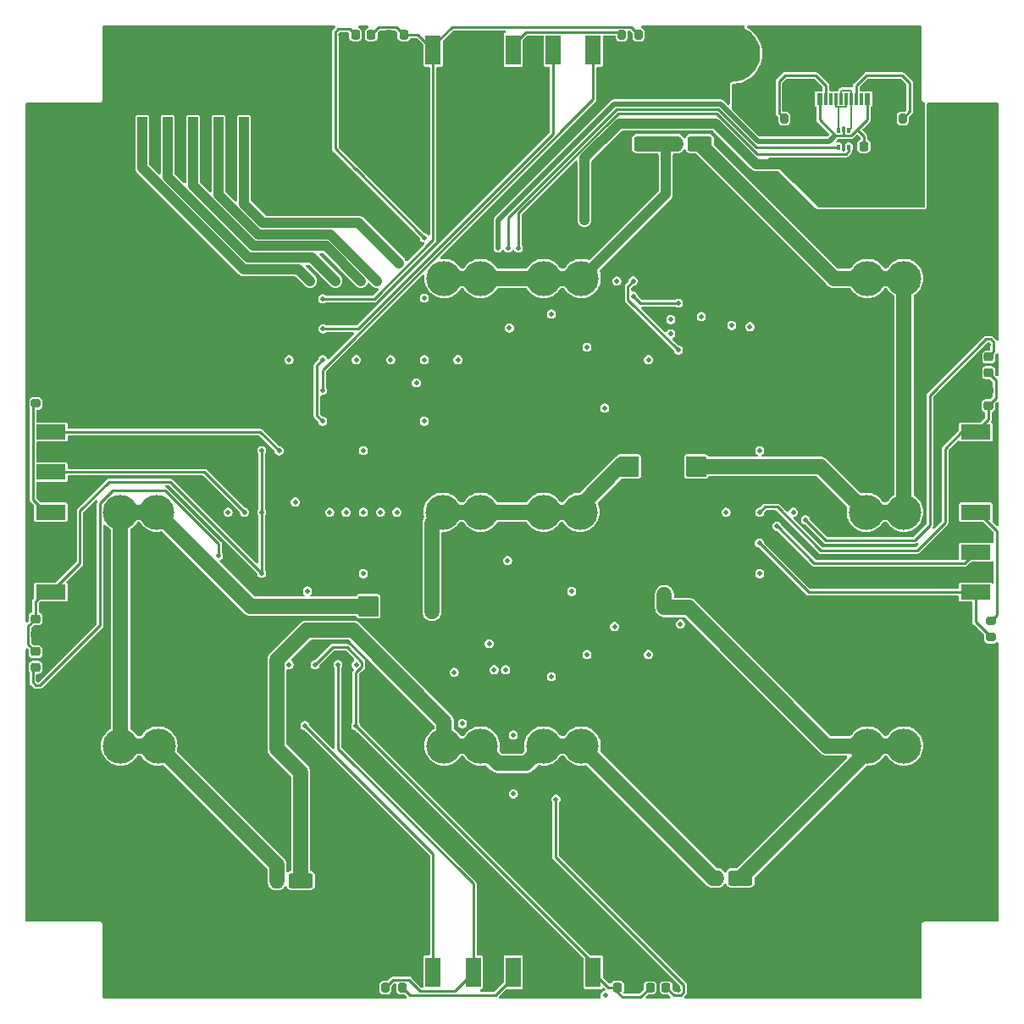
<source format=gbr>
%TF.GenerationSoftware,KiCad,Pcbnew,8.0.5*%
%TF.CreationDate,2025-02-27T20:43:24-05:00*%
%TF.ProjectId,Z+,5a2b2e6b-6963-4616-945f-706362585858,rev?*%
%TF.SameCoordinates,Original*%
%TF.FileFunction,Copper,L1,Top*%
%TF.FilePolarity,Positive*%
%FSLAX46Y46*%
G04 Gerber Fmt 4.6, Leading zero omitted, Abs format (unit mm)*
G04 Created by KiCad (PCBNEW 8.0.5) date 2025-02-27 20:43:24*
%MOMM*%
%LPD*%
G01*
G04 APERTURE LIST*
G04 Aperture macros list*
%AMRoundRect*
0 Rectangle with rounded corners*
0 $1 Rounding radius*
0 $2 $3 $4 $5 $6 $7 $8 $9 X,Y pos of 4 corners*
0 Add a 4 corners polygon primitive as box body*
4,1,4,$2,$3,$4,$5,$6,$7,$8,$9,$2,$3,0*
0 Add four circle primitives for the rounded corners*
1,1,$1+$1,$2,$3*
1,1,$1+$1,$4,$5*
1,1,$1+$1,$6,$7*
1,1,$1+$1,$8,$9*
0 Add four rect primitives between the rounded corners*
20,1,$1+$1,$2,$3,$4,$5,0*
20,1,$1+$1,$4,$5,$6,$7,0*
20,1,$1+$1,$6,$7,$8,$9,0*
20,1,$1+$1,$8,$9,$2,$3,0*%
G04 Aperture macros list end*
%TA.AperFunction,ComponentPad*%
%ADD10C,0.762000*%
%TD*%
%TA.AperFunction,ComponentPad*%
%ADD11C,3.800000*%
%TD*%
%TA.AperFunction,ConnectorPad*%
%ADD12C,5.600000*%
%TD*%
%TA.AperFunction,SMDPad,CuDef*%
%ADD13RoundRect,0.250000X-0.950000X-0.500000X0.950000X-0.500000X0.950000X0.500000X-0.950000X0.500000X0*%
%TD*%
%TA.AperFunction,SMDPad,CuDef*%
%ADD14RoundRect,0.250000X-0.275000X-0.500000X0.275000X-0.500000X0.275000X0.500000X-0.275000X0.500000X0*%
%TD*%
%TA.AperFunction,SMDPad,CuDef*%
%ADD15RoundRect,0.200000X-0.200000X-0.275000X0.200000X-0.275000X0.200000X0.275000X-0.200000X0.275000X0*%
%TD*%
%TA.AperFunction,SMDPad,CuDef*%
%ADD16RoundRect,0.218750X0.218750X0.256250X-0.218750X0.256250X-0.218750X-0.256250X0.218750X-0.256250X0*%
%TD*%
%TA.AperFunction,SMDPad,CuDef*%
%ADD17R,3.000000X1.500000*%
%TD*%
%TA.AperFunction,SMDPad,CuDef*%
%ADD18RoundRect,0.200000X0.200000X0.275000X-0.200000X0.275000X-0.200000X-0.275000X0.200000X-0.275000X0*%
%TD*%
%TA.AperFunction,SMDPad,CuDef*%
%ADD19R,1.000000X2.500000*%
%TD*%
%TA.AperFunction,SMDPad,CuDef*%
%ADD20RoundRect,0.218750X-0.218750X-0.256250X0.218750X-0.256250X0.218750X0.256250X-0.218750X0.256250X0*%
%TD*%
%TA.AperFunction,SMDPad,CuDef*%
%ADD21C,3.500000*%
%TD*%
%TA.AperFunction,SMDPad,CuDef*%
%ADD22RoundRect,0.225000X0.225000X0.250000X-0.225000X0.250000X-0.225000X-0.250000X0.225000X-0.250000X0*%
%TD*%
%TA.AperFunction,SMDPad,CuDef*%
%ADD23R,1.500000X3.000000*%
%TD*%
%TA.AperFunction,SMDPad,CuDef*%
%ADD24RoundRect,0.200000X-0.275000X0.200000X-0.275000X-0.200000X0.275000X-0.200000X0.275000X0.200000X0*%
%TD*%
%TA.AperFunction,SMDPad,CuDef*%
%ADD25RoundRect,0.225000X-0.225000X-0.250000X0.225000X-0.250000X0.225000X0.250000X-0.225000X0.250000X0*%
%TD*%
%TA.AperFunction,SMDPad,CuDef*%
%ADD26R,0.600000X1.150000*%
%TD*%
%TA.AperFunction,SMDPad,CuDef*%
%ADD27R,0.300000X1.150000*%
%TD*%
%TA.AperFunction,SMDPad,CuDef*%
%ADD28R,2.180000X2.000000*%
%TD*%
%TA.AperFunction,SMDPad,CuDef*%
%ADD29RoundRect,0.093750X0.093750X-0.156250X0.093750X0.156250X-0.093750X0.156250X-0.093750X-0.156250X0*%
%TD*%
%TA.AperFunction,SMDPad,CuDef*%
%ADD30RoundRect,0.075000X0.075000X-0.250000X0.075000X0.250000X-0.075000X0.250000X-0.075000X-0.250000X0*%
%TD*%
%TA.AperFunction,SMDPad,CuDef*%
%ADD31RoundRect,0.218750X0.256250X-0.218750X0.256250X0.218750X-0.256250X0.218750X-0.256250X-0.218750X0*%
%TD*%
%TA.AperFunction,SMDPad,CuDef*%
%ADD32RoundRect,0.225000X0.250000X-0.225000X0.250000X0.225000X-0.250000X0.225000X-0.250000X-0.225000X0*%
%TD*%
%TA.AperFunction,SMDPad,CuDef*%
%ADD33RoundRect,0.225000X-0.250000X0.225000X-0.250000X-0.225000X0.250000X-0.225000X0.250000X0.225000X0*%
%TD*%
%TA.AperFunction,SMDPad,CuDef*%
%ADD34RoundRect,0.200000X0.275000X-0.200000X0.275000X0.200000X-0.275000X0.200000X-0.275000X-0.200000X0*%
%TD*%
%TA.AperFunction,SMDPad,CuDef*%
%ADD35RoundRect,0.218750X-0.256250X0.218750X-0.256250X-0.218750X0.256250X-0.218750X0.256250X0.218750X0*%
%TD*%
%TA.AperFunction,ViaPad*%
%ADD36C,0.508000*%
%TD*%
%TA.AperFunction,ViaPad*%
%ADD37C,0.762000*%
%TD*%
%TA.AperFunction,Conductor*%
%ADD38C,0.254000*%
%TD*%
%TA.AperFunction,Conductor*%
%ADD39C,1.524000*%
%TD*%
%TA.AperFunction,Conductor*%
%ADD40C,1.016000*%
%TD*%
%TA.AperFunction,Conductor*%
%ADD41C,0.508000*%
%TD*%
%TA.AperFunction,Conductor*%
%ADD42C,0.203200*%
%TD*%
G04 APERTURE END LIST*
D10*
%TO.P,H4,1,1*%
%TO.N,GND*%
X193851074Y-79832061D03*
X194495324Y-78276311D03*
X194495324Y-81387811D03*
X196051074Y-77632061D03*
D11*
X196051074Y-79832061D03*
D12*
X196051074Y-79832061D03*
D10*
X196051074Y-82032061D03*
X197606824Y-78276311D03*
X197606824Y-81387811D03*
X198251074Y-79832061D03*
%TD*%
D13*
%TO.P,D9,1,K*%
%TO.N,Net-(D10-A)*%
X129120000Y-138684000D03*
D14*
%TO.P,D9,2,A*%
%TO.N,Net-(D8-K)*%
X126745000Y-138684000D03*
%TD*%
D10*
%TO.P,H2,1,1*%
%TO.N,GND*%
X193851074Y-123832061D03*
X194495324Y-122276311D03*
X194495324Y-125387811D03*
X196051074Y-121632061D03*
D11*
X196051074Y-123832061D03*
D12*
X196051074Y-123832061D03*
D10*
X196051074Y-126032061D03*
X197606824Y-122276311D03*
X197606824Y-125387811D03*
X198251074Y-123832061D03*
%TD*%
D15*
%TO.P,R104,1*%
%TO.N,/Sun Pyramid/LS0_ADDR*%
X161227000Y-54102000D03*
%TO.P,R104,2*%
%TO.N,/Sun Pyramid/LS0_3V3*%
X162877000Y-54102000D03*
%TD*%
D16*
%TO.P,F3,1*%
%TO.N,PERI_3V3*%
X165633500Y-149352000D03*
%TO.P,F3,2*%
%TO.N,/Sun Pyramid/LS2_3V3*%
X164058500Y-149352000D03*
%TD*%
D10*
%TO.P,H5,1,1*%
%TO.N,GND*%
X126051074Y-147632061D03*
X126695324Y-146076311D03*
X126695324Y-149187811D03*
X128251074Y-145432061D03*
D11*
X128251074Y-147632061D03*
D12*
X128251074Y-147632061D03*
D10*
X128251074Y-149832061D03*
X129806824Y-146076311D03*
X129806824Y-149187811D03*
X130451074Y-147632061D03*
%TD*%
D17*
%TO.P,U3,1,3.3V*%
%TO.N,/Sun Pyramid/LS1_3V3*%
X104140000Y-109854000D03*
%TO.P,U3,2,GND*%
%TO.N,GND*%
X104140000Y-105854000D03*
%TO.P,U3,3,ADDR*%
%TO.N,/Sun Pyramid/LS1_ADDR*%
X104140000Y-101854000D03*
%TO.P,U3,4,SCL*%
%TO.N,/Sun Pyramid/LS1_SCL*%
X104140000Y-97854000D03*
%TO.P,U3,5,SDA*%
%TO.N,/Sun Pyramid/LS1_SDA*%
X104140000Y-93854000D03*
%TD*%
D18*
%TO.P,R112,1*%
%TO.N,GNDREF*%
X179133000Y-62484000D03*
%TO.P,R112,2*%
%TO.N,/Interfaces/USB-C/CC2*%
X177483000Y-62484000D03*
%TD*%
D19*
%TO.P,J4,1,1*%
%TO.N,GND*%
X110744000Y-63632000D03*
%TO.P,J4,2,2*%
%TO.N,GNDREF*%
X113284000Y-63632000D03*
%TO.P,J4,3,3*%
%TO.N,/Interfaces/RBF/SYS*%
X115824000Y-63632000D03*
%TO.P,J4,4,4*%
%TO.N,/Interfaces/RBF/VSYS*%
X118364000Y-63632000D03*
%TO.P,J4,5,5*%
%TO.N,/Interfaces/RBF/BATT*%
X120904000Y-63632000D03*
%TO.P,J4,6,6*%
%TO.N,VBATT*%
X123444000Y-63632000D03*
%TD*%
D13*
%TO.P,D10,1,K*%
%TO.N,VSOLAR*%
X173062000Y-138430000D03*
D14*
%TO.P,D10,2,A*%
%TO.N,Net-(D10-A)*%
X170687000Y-138430000D03*
%TD*%
D20*
%TO.P,F1,1*%
%TO.N,PERI_3V3*%
X134594500Y-54102000D03*
%TO.P,F1,2*%
%TO.N,/Sun Pyramid/LS0_3V3*%
X136169500Y-54102000D03*
%TD*%
D21*
%TO.P,SC5,1,+*%
%TO.N,Net-(D10-A)*%
X143449274Y-125222000D03*
X147093274Y-125222000D03*
%TO.P,SC5,2,-*%
%TO.N,Net-(D8-K)*%
X111093274Y-125222000D03*
X114853274Y-125222000D03*
%TD*%
D15*
%TO.P,R111,1*%
%TO.N,GNDREF*%
X187643000Y-62484000D03*
%TO.P,R111,2*%
%TO.N,/Interfaces/USB-C/CC1*%
X189293000Y-62484000D03*
%TD*%
D22*
%TO.P,C8,1*%
%TO.N,/Sun Pyramid/LS0_3V3*%
X139459000Y-54102000D03*
%TO.P,C8,2*%
%TO.N,GND*%
X137909000Y-54102000D03*
%TD*%
D21*
%TO.P,SC3,1,+*%
%TO.N,Net-(D7-K)*%
X157053674Y-101854000D03*
X153409674Y-101854000D03*
%TO.P,SC3,2,-*%
%TO.N,Net-(D6-K)*%
X189409674Y-101854000D03*
X185649674Y-101854000D03*
%TD*%
%TO.P,SC1,1,+*%
%TO.N,Net-(D5-K)*%
X143449274Y-78486000D03*
X147093274Y-78486000D03*
%TO.P,SC1,2,-*%
%TO.N,GND*%
X111093274Y-78486000D03*
X114853274Y-78486000D03*
%TD*%
D18*
%TO.P,R106,1*%
%TO.N,/Sun Pyramid/LS2_ADDR*%
X139255000Y-149352000D03*
%TO.P,R106,2*%
%TO.N,/Sun Pyramid/LS2_SCL*%
X137605000Y-149352000D03*
%TD*%
D10*
%TO.P,H1,1,1*%
%TO.N,GND*%
X102251074Y-79832061D03*
X102895324Y-78276311D03*
X102895324Y-81387811D03*
X104451074Y-77632061D03*
D11*
X104451074Y-79832061D03*
D12*
X104451074Y-79832061D03*
D10*
X104451074Y-82032061D03*
X106006824Y-78276311D03*
X106006824Y-81387811D03*
X106651074Y-79832061D03*
%TD*%
D17*
%TO.P,U5,1,3.3V*%
%TO.N,/Sun Pyramid/LS3_3V3*%
X196596000Y-93854000D03*
%TO.P,U5,2,GND*%
%TO.N,GND*%
X196596000Y-97854000D03*
%TO.P,U5,3,ADDR*%
%TO.N,/Sun Pyramid/LS3_ADDR*%
X196596000Y-101854000D03*
%TO.P,U5,4,SCL*%
%TO.N,/Sun Pyramid/LS3_SCL*%
X196596000Y-105854000D03*
%TO.P,U5,5,SDA*%
%TO.N,/Sun Pyramid/LS3_SDA*%
X196596000Y-109854000D03*
%TD*%
D23*
%TO.P,U2,1,3.3V*%
%TO.N,/Sun Pyramid/LS0_3V3*%
X142368000Y-55626000D03*
%TO.P,U2,2,GND*%
%TO.N,GND*%
X146368000Y-55626000D03*
%TO.P,U2,3,ADDR*%
%TO.N,/Sun Pyramid/LS0_ADDR*%
X150368000Y-55626000D03*
%TO.P,U2,4,SCL*%
%TO.N,/Sun Pyramid/LS0_SCL*%
X154368000Y-55626000D03*
%TO.P,U2,5,SDA*%
%TO.N,/Sun Pyramid/LS0_SDA*%
X158368000Y-55626000D03*
%TD*%
D24*
%TO.P,R107,1*%
%TO.N,/Sun Pyramid/LS3_ADDR*%
X198120000Y-112713000D03*
%TO.P,R107,2*%
%TO.N,/Sun Pyramid/LS3_SDA*%
X198120000Y-114363000D03*
%TD*%
D23*
%TO.P,U4,1,3.3V*%
%TO.N,/Sun Pyramid/LS2_3V3*%
X158368000Y-147828000D03*
%TO.P,U4,2,GND*%
%TO.N,GND*%
X154368000Y-147828000D03*
%TO.P,U4,3,ADDR*%
%TO.N,/Sun Pyramid/LS2_ADDR*%
X150368000Y-147828000D03*
%TO.P,U4,4,SCL*%
%TO.N,/Sun Pyramid/LS2_SCL*%
X146368000Y-147828000D03*
%TO.P,U4,5,SDA*%
%TO.N,/Sun Pyramid/LS2_SDA*%
X142368000Y-147828000D03*
%TD*%
D21*
%TO.P,SC4,1,+*%
%TO.N,Net-(D8-K)*%
X114737274Y-101854000D03*
X111093274Y-101854000D03*
%TO.P,SC4,2,-*%
%TO.N,Net-(D7-K)*%
X147093274Y-101854000D03*
X143333274Y-101854000D03*
%TD*%
%TO.P,SC2,1,+*%
%TO.N,Net-(D6-K)*%
X185765674Y-78486000D03*
X189409674Y-78486000D03*
%TO.P,SC2,2,-*%
%TO.N,Net-(D5-K)*%
X153409674Y-78486000D03*
X157169674Y-78486000D03*
%TD*%
D13*
%TO.P,D6,1,K*%
%TO.N,Net-(D6-K)*%
X168998000Y-65024000D03*
D14*
%TO.P,D6,2,A*%
%TO.N,Net-(D5-K)*%
X166623000Y-65024000D03*
%TD*%
D21*
%TO.P,SC6,1,+*%
%TO.N,VSOLAR*%
X185765674Y-125222000D03*
X189409674Y-125222000D03*
%TO.P,SC6,2,-*%
%TO.N,Net-(D10-A)*%
X153409674Y-125222000D03*
X157169674Y-125222000D03*
%TD*%
D25*
%TO.P,C6,1*%
%TO.N,/Sun Pyramid/LS2_3V3*%
X160769000Y-149352000D03*
%TO.P,C6,2*%
%TO.N,GND*%
X162319000Y-149352000D03*
%TD*%
D26*
%TO.P,J3,A1/B12,GND*%
%TO.N,GNDREF*%
X186588000Y-60541500D03*
%TO.P,J3,A4/B9,VBUS*%
%TO.N,USB_5V*%
X185788000Y-60541500D03*
D27*
%TO.P,J3,A5,CC1*%
%TO.N,/Interfaces/USB-C/CC1*%
X184638000Y-60541500D03*
%TO.P,J3,A6,DP1*%
%TO.N,/Interfaces/USB-C/D+*%
X183638000Y-60541500D03*
%TO.P,J3,A7,DN1*%
%TO.N,/Interfaces/USB-C/D-*%
X183138000Y-60541500D03*
%TO.P,J3,A8,SBU1*%
%TO.N,unconnected-(J3-SBU1-PadA8)*%
X182138000Y-60541500D03*
D26*
%TO.P,J3,B1/A12,GND*%
%TO.N,GNDREF*%
X180188000Y-60541500D03*
%TO.P,J3,B4/A9,VBUS*%
%TO.N,USB_5V*%
X180988000Y-60541500D03*
D27*
%TO.P,J3,B5,CC2*%
%TO.N,/Interfaces/USB-C/CC2*%
X181638000Y-60541500D03*
%TO.P,J3,B6,DP2*%
%TO.N,/Interfaces/USB-C/D+*%
X182638000Y-60541500D03*
%TO.P,J3,B7,DN2*%
%TO.N,/Interfaces/USB-C/D-*%
X184138000Y-60541500D03*
%TO.P,J3,B8,SBU2*%
%TO.N,unconnected-(J3-SBU2-PadB8)*%
X185138000Y-60541500D03*
D28*
%TO.P,J3,S1,GND*%
%TO.N,GNDREF*%
X188498000Y-59966500D03*
%TO.P,J3,S2,GND*%
X178278000Y-59966500D03*
%TO.P,J3,S3,GND*%
X188498000Y-56036500D03*
%TO.P,J3,S4,GND*%
X178278000Y-56036500D03*
%TD*%
D29*
%TO.P,U1,1,I/O1*%
%TO.N,/Interfaces/USB-C/D_CONN+*%
X182850500Y-65366000D03*
D30*
%TO.P,U1,2,GND*%
%TO.N,GNDREF*%
X183388000Y-65441000D03*
D29*
%TO.P,U1,3,I/O2*%
%TO.N,/Interfaces/USB-C/D_CONN-*%
X183925500Y-65366000D03*
%TO.P,U1,4,I/O2*%
%TO.N,/Interfaces/USB-C/D-*%
X183925500Y-63666000D03*
D30*
%TO.P,U1,5,VBUS*%
%TO.N,USB_5V*%
X183388000Y-63591000D03*
D29*
%TO.P,U1,6,I/O1*%
%TO.N,/Interfaces/USB-C/D+*%
X182850500Y-63666000D03*
%TD*%
D10*
%TO.P,H3,1,1*%
%TO.N,GND*%
X102251074Y-123832061D03*
X102895324Y-122276311D03*
X102895324Y-125387811D03*
X104451074Y-121632061D03*
D11*
X104451074Y-123832061D03*
D12*
X104451074Y-123832061D03*
D10*
X104451074Y-126032061D03*
X106006824Y-122276311D03*
X106006824Y-125387811D03*
X106651074Y-123832061D03*
%TD*%
D31*
%TO.P,F2,1*%
%TO.N,PERI_3V3*%
X102616000Y-117373500D03*
%TO.P,F2,2*%
%TO.N,/Sun Pyramid/LS1_3V3*%
X102616000Y-115798500D03*
%TD*%
D10*
%TO.P,H6,1,1*%
%TO.N,GND*%
X170051074Y-56032061D03*
X170695324Y-54476311D03*
X170695324Y-57587811D03*
X172251074Y-53832061D03*
D11*
X172251074Y-56032061D03*
D12*
X172251074Y-56032061D03*
D10*
X172251074Y-58232061D03*
X173806824Y-54476311D03*
X173806824Y-57587811D03*
X174451074Y-56032061D03*
%TD*%
D32*
%TO.P,C7,1*%
%TO.N,/Sun Pyramid/LS3_3V3*%
X197866000Y-91199000D03*
%TO.P,C7,2*%
%TO.N,GND*%
X197866000Y-89649000D03*
%TD*%
D10*
%TO.P,H8,1,1*%
%TO.N,GND*%
X126051074Y-56032061D03*
X126695324Y-54476311D03*
X126695324Y-57587811D03*
X128251074Y-53832061D03*
D11*
X128251074Y-56032061D03*
D12*
X128251074Y-56032061D03*
D10*
X128251074Y-58232061D03*
X129806824Y-54476311D03*
X129806824Y-57587811D03*
X130451074Y-56032061D03*
%TD*%
%TO.P,H7,1,1*%
%TO.N,GND*%
X170051074Y-147632061D03*
X170695324Y-146076311D03*
X170695324Y-149187811D03*
X172251074Y-145432061D03*
D11*
X172251074Y-147632061D03*
D12*
X172251074Y-147632061D03*
D10*
X172251074Y-149832061D03*
X173806824Y-146076311D03*
X173806824Y-149187811D03*
X174451074Y-147632061D03*
%TD*%
D13*
%TO.P,D5,1,K*%
%TO.N,Net-(D5-K)*%
X163664000Y-65024000D03*
D14*
%TO.P,D5,2,A*%
%TO.N,GND*%
X161289000Y-65024000D03*
%TD*%
D33*
%TO.P,C5,1*%
%TO.N,/Sun Pyramid/LS1_3V3*%
X102616000Y-112509000D03*
%TO.P,C5,2*%
%TO.N,GND*%
X102616000Y-114059000D03*
%TD*%
D25*
%TO.P,C34,1*%
%TO.N,USB_5V*%
X185407000Y-65278000D03*
%TO.P,C34,2*%
%TO.N,GNDREF*%
X186957000Y-65278000D03*
%TD*%
D34*
%TO.P,R105,1*%
%TO.N,/Sun Pyramid/LS1_ADDR*%
X102616000Y-90995000D03*
%TO.P,R105,2*%
%TO.N,GND*%
X102616000Y-89345000D03*
%TD*%
D35*
%TO.P,F4,1*%
%TO.N,PERI_3V3*%
X197866000Y-86334500D03*
%TO.P,F4,2*%
%TO.N,/Sun Pyramid/LS3_3V3*%
X197866000Y-87909500D03*
%TD*%
D36*
%TO.N,GND*%
X149860000Y-100584000D03*
D37*
X127508000Y-78740000D03*
D36*
X165559000Y-107696000D03*
X132080000Y-107963000D03*
X133858000Y-114808000D03*
X172466000Y-104140000D03*
X165559000Y-104394000D03*
X138684000Y-95745000D03*
X147828000Y-86627000D03*
X128778000Y-88900000D03*
X166243000Y-78359000D03*
X144018000Y-84328000D03*
X161049000Y-106680000D03*
X169926000Y-80772000D03*
X155956000Y-105410000D03*
X149655000Y-103378000D03*
X171704000Y-107963000D03*
X148091428Y-109741000D03*
X178308000Y-95745000D03*
X137922000Y-99568000D03*
X127762000Y-99568000D03*
X149797000Y-109728000D03*
X169164000Y-84849000D03*
X164592000Y-78359000D03*
X128778000Y-119380000D03*
X177546000Y-99568000D03*
X149797000Y-108204000D03*
X150114000Y-120650000D03*
X128016000Y-92723000D03*
X160020000Y-100142000D03*
X197866000Y-85090000D03*
X153162000Y-110744000D03*
X128524000Y-95745000D03*
X132842000Y-104140000D03*
X146171500Y-109220000D03*
X122682000Y-107188000D03*
X167894000Y-78359000D03*
X122682000Y-104140000D03*
X144780000Y-80505000D03*
X166878000Y-149606000D03*
X155956000Y-103886000D03*
X102857410Y-118630590D03*
X161099000Y-105156000D03*
X157734000Y-109791000D03*
X172212000Y-81471000D03*
X159195000Y-87376000D03*
X138938000Y-88900000D03*
X133096000Y-54102000D03*
X163764000Y-101600000D03*
X154178000Y-86677000D03*
X151892000Y-115062000D03*
X133857999Y-84328000D03*
X161099000Y-109728000D03*
X138176000Y-92723000D03*
%TO.N,MAIN_3V3*%
X135382000Y-95695000D03*
X169164000Y-82296000D03*
X141478000Y-86614000D03*
X141478000Y-80455000D03*
X141478000Y-92773000D03*
X154178000Y-82042000D03*
X144463000Y-117856000D03*
X145288000Y-122999000D03*
X154178000Y-118301000D03*
X135382000Y-101854000D03*
X135382000Y-108013000D03*
X147965074Y-114999000D03*
%TO.N,PERI_3V3*%
X120904000Y-106172000D03*
X154632403Y-130558601D03*
X157734000Y-85369500D03*
X160719000Y-78740000D03*
X163893000Y-86614000D03*
X141478000Y-74422000D03*
X174028014Y-83312000D03*
X179578000Y-102616000D03*
%TO.N,Net-(D8-K)*%
X136398000Y-110744000D03*
X136398000Y-111760000D03*
%TO.N,Net-(D7-K)*%
X162306000Y-96774000D03*
X162306000Y-97790000D03*
X142240000Y-110744000D03*
X142240000Y-111760000D03*
%TO.N,VSOLAR*%
X165481000Y-110109000D03*
X165481000Y-111379000D03*
%TO.N,/Solar Charger/Charge OR-ing2/IN*%
X149797000Y-106680000D03*
X156210000Y-109791000D03*
%TO.N,VBATT*%
X160502500Y-113284000D03*
X159512000Y-91440000D03*
D37*
X138938000Y-76962000D03*
D36*
%TO.N,SDA*%
X138747000Y-101854000D03*
X138113000Y-86614000D03*
X127953000Y-86614000D03*
X166116000Y-82613000D03*
X128587000Y-100838000D03*
X127953000Y-117094000D03*
X171641000Y-101854000D03*
%TO.N,SCL*%
X132017000Y-101854000D03*
X134683000Y-117094000D03*
X178371000Y-101854000D03*
X166116000Y-84011000D03*
X121857000Y-101854000D03*
X144843000Y-86614000D03*
X134682999Y-86614000D03*
%TO.N,Net-(D6-K)*%
X168148000Y-97790000D03*
X168148000Y-96774000D03*
%TO.N,COIL_DRIVER_EN*%
X172212000Y-83185000D03*
X167069000Y-113030000D03*
%TO.N,/Sun Pyramid/LS0_SCL*%
X131349500Y-83534500D03*
%TO.N,/Sun Pyramid/LS0_SDA*%
X131286500Y-89693500D03*
%TO.N,/Sun Pyramid/LS1_SCL*%
X123507000Y-101854000D03*
%TO.N,SDA_SPWR*%
X149987000Y-83439000D03*
X140684500Y-88931500D03*
%TO.N,/Coil Driver/SCL_M*%
X133667000Y-101854000D03*
X149606000Y-117602000D03*
%TO.N,/Coil Driver/SDA_M*%
X137097000Y-101854000D03*
X148463000Y-117602000D03*
%TO.N,/Sun Pyramid/LS1_SDA*%
X126968500Y-95726500D03*
%TO.N,/Sun Pyramid/LS2_SCL*%
X132842000Y-117094000D03*
%TO.N,/Sun Pyramid/LS2_SDA*%
X129540000Y-123190000D03*
%TO.N,/Sun Pyramid/LS3_SCL*%
X176721000Y-103251000D03*
%TO.N,/Sun Pyramid/LS3_SDA*%
X174974500Y-104933500D03*
%TO.N,/Sun Pyramid/LS0_3V3*%
X131318000Y-92773000D03*
X131318000Y-80518000D03*
X131318000Y-86614000D03*
%TO.N,/Sun Pyramid/LS1_3V3*%
X125222000Y-95695000D03*
X125222000Y-107950000D03*
X125222000Y-101854000D03*
%TO.N,/Coil Driver/coil*%
X150367998Y-124129800D03*
X150380699Y-130022600D03*
X159565941Y-150151342D03*
%TO.N,/Sun Pyramid/LS2_3V3*%
X129794000Y-109728000D03*
X134620000Y-123190000D03*
X130556000Y-117094000D03*
%TO.N,/Sun Pyramid/LS3_3V3*%
X175006000Y-95695000D03*
X175006000Y-101854000D03*
X175006000Y-108013000D03*
%TO.N,Net-(Q8-D)*%
X157734000Y-116078000D03*
X163893000Y-116078000D03*
D37*
%TO.N,GNDREF*%
X130048000Y-78740000D03*
D36*
X157480000Y-72644000D03*
%TO.N,USB_5V*%
X148844000Y-75438000D03*
%TO.N,/Interfaces/USB-C/D_CONN-*%
X150876000Y-75438000D03*
%TO.N,/Interfaces/USB-C/D_CONN+*%
X149860000Y-75438000D03*
D37*
%TO.N,/Interfaces/RBF/SYS*%
X132588000Y-78740000D03*
%TO.N,/Interfaces/RBF/BATT*%
X136773183Y-78740000D03*
%TO.N,/Interfaces/RBF/VSYS*%
X135128000Y-78740000D03*
D36*
%TO.N,/I2C Translator/SDAOUT*%
X166878000Y-80963000D03*
X162369000Y-80264000D03*
%TO.N,/I2C Translator/SCLOUT*%
X162369000Y-78740000D03*
X166878000Y-85661000D03*
%TD*%
D38*
%TO.N,GND*%
X137159680Y-54851320D02*
X133845320Y-54851320D01*
X102616000Y-89345000D02*
X102141000Y-89345000D01*
X133845320Y-54851320D02*
X133096000Y-54102000D01*
X137909000Y-54102000D02*
X137159680Y-54851320D01*
X101866680Y-89619320D02*
X101866680Y-103580680D01*
X166128680Y-148602680D02*
X166878000Y-149352000D01*
X162319000Y-149352000D02*
X163068320Y-148602680D01*
X101866680Y-103580680D02*
X104140000Y-105854000D01*
X197116680Y-88899680D02*
X197116680Y-85839320D01*
X166878000Y-149352000D02*
X166878000Y-149606000D01*
X197866000Y-89649000D02*
X197116680Y-88899680D01*
X102857410Y-118630590D02*
X103365320Y-118122680D01*
X103365320Y-114808320D02*
X102616000Y-114059000D01*
X103365320Y-118122680D02*
X103365320Y-114808320D01*
X163068320Y-148602680D02*
X166128680Y-148602680D01*
X197116680Y-85839320D02*
X197866000Y-85090000D01*
X102141000Y-89345000D02*
X101866680Y-89619320D01*
%TO.N,PERI_3V3*%
X103076248Y-119158910D02*
X109068954Y-113166204D01*
X102329090Y-117660410D02*
X102329090Y-118849428D01*
X102638572Y-119158910D02*
X103076248Y-119158910D01*
X198394320Y-85806180D02*
X198394320Y-84856320D01*
X166415820Y-150134320D02*
X167111680Y-150134320D01*
X132567680Y-65511680D02*
X134620000Y-67564000D01*
X192024000Y-103124000D02*
X190500000Y-104648000D01*
X115570000Y-99695000D02*
X120904000Y-105029000D01*
X109068954Y-113166204D02*
X109068954Y-100989046D01*
X165633500Y-149352000D02*
X166415820Y-150134320D01*
X102616000Y-117373500D02*
X102329090Y-117660410D01*
X102329090Y-118849428D02*
X102638572Y-119158910D01*
X134066180Y-53573680D02*
X132862320Y-53573680D01*
X190500000Y-104648000D02*
X181610000Y-104648000D01*
X154632403Y-136344403D02*
X154632403Y-130558601D01*
X134594500Y-54102000D02*
X134066180Y-53573680D01*
X198099680Y-84561680D02*
X197632320Y-84561680D01*
X181610000Y-104648000D02*
X179578000Y-102616000D01*
X197866000Y-86334500D02*
X198394320Y-85806180D01*
X167111680Y-150134320D02*
X167406320Y-149839680D01*
X109068954Y-100989046D02*
X110363000Y-99695000D01*
X167406320Y-149118320D02*
X154632403Y-136344403D01*
X192024000Y-90170000D02*
X192024000Y-103124000D01*
X197632320Y-84561680D02*
X192024000Y-90170000D01*
X110363000Y-99695000D02*
X115570000Y-99695000D01*
X134594500Y-67538500D02*
X141478000Y-74422000D01*
X198394320Y-84856320D02*
X198099680Y-84561680D01*
X132567680Y-53868320D02*
X132567680Y-65511680D01*
X132862320Y-53573680D02*
X132567680Y-53868320D01*
X120904000Y-105029000D02*
X120904000Y-106172000D01*
X167406320Y-149839680D02*
X167406320Y-149118320D01*
D39*
%TO.N,Net-(D8-K)*%
X126745000Y-138684000D02*
X126745000Y-137113726D01*
X114737274Y-101854000D02*
X111093274Y-101854000D01*
X114853274Y-125222000D02*
X111093274Y-125222000D01*
X126745000Y-137113726D02*
X114853274Y-125222000D01*
X111093274Y-101854000D02*
X111093274Y-125222000D01*
X124135274Y-111252000D02*
X125984000Y-111252000D01*
X125984000Y-111252000D02*
X135382000Y-111252000D01*
X114737274Y-101854000D02*
X124135274Y-111252000D01*
%TO.N,Net-(D7-K)*%
X157053674Y-101854000D02*
X143333274Y-101854000D01*
X142240000Y-111760000D02*
X142240000Y-102947274D01*
X142240000Y-102947274D02*
X143333274Y-101854000D01*
X157053674Y-101264326D02*
X161163000Y-97155000D01*
X157053674Y-101854000D02*
X157053674Y-101264326D01*
%TO.N,VSOLAR*%
X173062000Y-138430000D02*
X185765674Y-125726326D01*
X185765674Y-125726326D02*
X185765674Y-125222000D01*
X185765674Y-125222000D02*
X189409674Y-125222000D01*
X185765674Y-125222000D02*
X181737000Y-125222000D01*
X165481000Y-111379000D02*
X165481000Y-110109000D01*
X181737000Y-125222000D02*
X167894000Y-111379000D01*
X167894000Y-111379000D02*
X165481000Y-111379000D01*
D40*
%TO.N,Net-(D5-K)*%
X165608000Y-64770000D02*
X165608000Y-70047674D01*
D39*
X166623000Y-65024000D02*
X163664000Y-65024000D01*
X143449274Y-78486000D02*
X157169674Y-78486000D01*
D40*
X165608000Y-70047674D02*
X157169674Y-78486000D01*
%TO.N,VBATT*%
X134899400Y-72923400D02*
X125345310Y-72923400D01*
X123444000Y-71022090D02*
X123444000Y-63632000D01*
X138938000Y-76962000D02*
X134899400Y-72923400D01*
X125345310Y-72923400D02*
X123444000Y-71022090D01*
D39*
%TO.N,Net-(D6-K)*%
X185649674Y-101854000D02*
X181077674Y-97282000D01*
X182460000Y-78486000D02*
X185765674Y-78486000D01*
X181077674Y-97282000D02*
X169418000Y-97282000D01*
X168998000Y-65024000D02*
X182460000Y-78486000D01*
X189409674Y-78486000D02*
X189409674Y-101854000D01*
X185765674Y-77727674D02*
X185765674Y-78486000D01*
X185765674Y-78486000D02*
X189409674Y-78486000D01*
X189409674Y-101854000D02*
X185649674Y-101854000D01*
%TO.N,Net-(D10-A)*%
X157169674Y-125222000D02*
X170377674Y-138430000D01*
X170377674Y-138430000D02*
X170687000Y-138430000D01*
X151659675Y-126971999D02*
X153409674Y-125222000D01*
X147093274Y-125222000D02*
X148843273Y-126971999D01*
X129753346Y-113644680D02*
X126746000Y-116652026D01*
X134339863Y-113644680D02*
X129753346Y-113644680D01*
X129120000Y-127850000D02*
X129120000Y-138684000D01*
X143449274Y-122754091D02*
X134339863Y-113644680D01*
X126746000Y-125476000D02*
X129120000Y-127850000D01*
X126746000Y-116652026D02*
X126746000Y-125476000D01*
X143449274Y-125222000D02*
X147093274Y-125222000D01*
X148843273Y-126971999D02*
X151659675Y-126971999D01*
X143449274Y-125222000D02*
X143449274Y-122754091D01*
X153409674Y-125222000D02*
X157169674Y-125222000D01*
D38*
%TO.N,/Sun Pyramid/LS0_SCL*%
X131349500Y-83534500D02*
X134845948Y-83534500D01*
X134845948Y-83534500D02*
X154368000Y-64012448D01*
X154368000Y-64012448D02*
X154368000Y-55626000D01*
%TO.N,/Sun Pyramid/LS0_SDA*%
X131286500Y-89693500D02*
X131286500Y-87661500D01*
X131286500Y-87661500D02*
X158368000Y-60580000D01*
X158368000Y-60580000D02*
X158368000Y-55626000D01*
%TO.N,/Sun Pyramid/LS1_SCL*%
X104140000Y-97854000D02*
X119507000Y-97854000D01*
X119507000Y-97854000D02*
X123507000Y-101854000D01*
%TO.N,/Sun Pyramid/LS1_SDA*%
X125096000Y-93854000D02*
X126968500Y-95726500D01*
X104140000Y-93854000D02*
X125096000Y-93854000D01*
%TO.N,/Sun Pyramid/LS2_SCL*%
X141073000Y-149709000D02*
X144487000Y-149709000D01*
X132842000Y-125476000D02*
X146368000Y-139002000D01*
X146368000Y-139002000D02*
X146368000Y-148336000D01*
X137605000Y-149352000D02*
X138354320Y-148602680D01*
X144487000Y-149709000D02*
X146368000Y-147828000D01*
X138354320Y-148602680D02*
X139966680Y-148602680D01*
X132842000Y-117094000D02*
X132842000Y-125476000D01*
X139966680Y-148602680D02*
X141073000Y-149709000D01*
%TO.N,/Sun Pyramid/LS2_SDA*%
X142368000Y-148336000D02*
X142368000Y-136018000D01*
X142368000Y-136018000D02*
X129540000Y-123190000D01*
%TO.N,/Sun Pyramid/LS3_SCL*%
X180467000Y-106934000D02*
X195516000Y-106934000D01*
X176721000Y-103251000D02*
X176784000Y-103251000D01*
X176784000Y-103251000D02*
X180467000Y-106934000D01*
X195516000Y-106934000D02*
X196596000Y-105854000D01*
%TO.N,/Sun Pyramid/LS3_SDA*%
X198120000Y-114363000D02*
X196596000Y-112839000D01*
X179895000Y-109854000D02*
X174974500Y-104933500D01*
X196596000Y-109854000D02*
X179895000Y-109854000D01*
X196596000Y-112839000D02*
X196596000Y-109854000D01*
%TO.N,/Sun Pyramid/LS0_3V3*%
X136931500Y-53340000D02*
X136169500Y-54102000D01*
X140844000Y-54102000D02*
X142368000Y-55626000D01*
X130758180Y-92213180D02*
X130758180Y-87173820D01*
X162877000Y-54102000D02*
X162127680Y-53352680D01*
X162127680Y-53352680D02*
X144259320Y-53352680D01*
X130758180Y-87173820D02*
X131318000Y-86614000D01*
X138697000Y-53340000D02*
X136931500Y-53340000D01*
X131318000Y-92773000D02*
X130758180Y-92213180D01*
X139459000Y-54102000D02*
X140844000Y-54102000D01*
X142368000Y-55244000D02*
X142368000Y-55626000D01*
X142368000Y-55626000D02*
X142368000Y-74638368D01*
X139459000Y-54102000D02*
X138697000Y-53340000D01*
X144259320Y-53352680D02*
X142368000Y-55244000D01*
X136488368Y-80518000D02*
X131318000Y-80518000D01*
X142368000Y-74638368D02*
X136488368Y-80518000D01*
%TO.N,/Sun Pyramid/LS1_3V3*%
X101866680Y-113258320D02*
X102616000Y-112509000D01*
X109982000Y-98806000D02*
X116078000Y-98806000D01*
X107061000Y-101727000D02*
X109982000Y-98806000D01*
X125222000Y-101854000D02*
X125222000Y-107950000D01*
X102616000Y-115798500D02*
X101866680Y-115049180D01*
X102616000Y-112509000D02*
X102616000Y-110753135D01*
X104140000Y-109854000D02*
X107061000Y-106933000D01*
X107061000Y-106933000D02*
X107061000Y-101727000D01*
X102616000Y-110753135D02*
X103515074Y-109854061D01*
X101866680Y-115049180D02*
X101866680Y-113258320D01*
X116078000Y-98806000D02*
X125222000Y-107950000D01*
X125222000Y-95695000D02*
X125222000Y-101854000D01*
%TO.N,/Sun Pyramid/LS2_3V3*%
X158368000Y-147828000D02*
X159892000Y-149352000D01*
X132313680Y-115336320D02*
X133751320Y-115336320D01*
X161251141Y-150329141D02*
X163081359Y-150329141D01*
X158368000Y-147828000D02*
X158368000Y-146938000D01*
X135255000Y-116840000D02*
X135255000Y-117272948D01*
X159892000Y-149352000D02*
X160769000Y-149352000D01*
X158368000Y-146938000D02*
X134620000Y-123190000D01*
X135255000Y-117272948D02*
X134620000Y-117907948D01*
X160769000Y-149352000D02*
X160769000Y-149847000D01*
X134620000Y-117907948D02*
X134620000Y-123190000D01*
X130556000Y-117094000D02*
X132313680Y-115336320D01*
X133751320Y-115336320D02*
X135255000Y-116840000D01*
X160769000Y-149847000D02*
X161251141Y-150329141D01*
X163081359Y-150329141D02*
X164058500Y-149352000D01*
%TO.N,/Sun Pyramid/LS3_3V3*%
X175534320Y-101325680D02*
X175006000Y-101854000D01*
X198615320Y-88658820D02*
X198615320Y-90449680D01*
X176763680Y-101325680D02*
X175534320Y-101325680D01*
X190754000Y-105664000D02*
X181102000Y-105664000D01*
X193548000Y-102870000D02*
X190754000Y-105664000D01*
X193548000Y-95504000D02*
X193548000Y-102870000D01*
X196596000Y-93854000D02*
X195198000Y-93854000D01*
X195198000Y-93854000D02*
X193548000Y-95504000D01*
X197866000Y-92584000D02*
X196596000Y-93854000D01*
X198615320Y-90449680D02*
X197866000Y-91199000D01*
X197866000Y-87909500D02*
X198615320Y-88658820D01*
X197866000Y-91199000D02*
X197866000Y-92584000D01*
X181102000Y-105664000D02*
X176763680Y-101325680D01*
%TO.N,/Sun Pyramid/LS0_ADDR*%
X151638000Y-53848000D02*
X150368000Y-55118000D01*
X161227000Y-54102000D02*
X160973000Y-53848000D01*
X160973000Y-53848000D02*
X151638000Y-53848000D01*
%TO.N,/Sun Pyramid/LS1_ADDR*%
X102362000Y-100584000D02*
X102362000Y-91249000D01*
X102362000Y-91249000D02*
X102616000Y-90995000D01*
X103632000Y-101854000D02*
X102362000Y-100584000D01*
%TO.N,/Sun Pyramid/LS2_ADDR*%
X139255000Y-149352000D02*
X140013320Y-150110320D01*
X148593680Y-150110320D02*
X150368000Y-148336000D01*
X140013320Y-150110320D02*
X148593680Y-150110320D01*
%TO.N,/Sun Pyramid/LS3_ADDR*%
X198120000Y-112713000D02*
X198748154Y-112084846D01*
X198748154Y-103752154D02*
X196850000Y-101854000D01*
X198748154Y-112084846D02*
X198748154Y-103752154D01*
D40*
%TO.N,GNDREF*%
X123417862Y-77576680D02*
X113284000Y-67442818D01*
X157480000Y-66443920D02*
X160931920Y-62992000D01*
X128884680Y-77576680D02*
X123417862Y-77576680D01*
X130048000Y-78740000D02*
X128884680Y-77576680D01*
X160931920Y-62992000D02*
X170597632Y-62992000D01*
X170597632Y-62992000D02*
X174661632Y-67056000D01*
X113284000Y-67442818D02*
X113284000Y-63632000D01*
X157480000Y-72644000D02*
X157480000Y-66443920D01*
X174661632Y-67056000D02*
X178816000Y-67056000D01*
D41*
%TO.N,USB_5V*%
X148844000Y-72658842D02*
X160456482Y-61046360D01*
X174796710Y-64770000D02*
X181974640Y-64770000D01*
D38*
X184174308Y-64190320D02*
X184761314Y-63603314D01*
X180988000Y-62624000D02*
X182554320Y-64190320D01*
X180988000Y-60541500D02*
X180988000Y-62624000D01*
D41*
X160456482Y-61046360D02*
X171073070Y-61046360D01*
D38*
X182554320Y-64190320D02*
X183388000Y-64190320D01*
X184761314Y-63603314D02*
X185788000Y-62576628D01*
X185788000Y-62576628D02*
X185788000Y-60541500D01*
D41*
X171073070Y-61046360D02*
X174796710Y-64770000D01*
D38*
X183388000Y-63591000D02*
X183388000Y-64190320D01*
D41*
X181974640Y-64770000D02*
X182488204Y-64256436D01*
D38*
X185407000Y-65278000D02*
X185407000Y-64249000D01*
D41*
X148844000Y-75438000D02*
X148844000Y-72658842D01*
D38*
X185407000Y-64249000D02*
X184761314Y-63603314D01*
X183388000Y-64190320D02*
X184174308Y-64190320D01*
%TO.N,/Interfaces/USB-C/D_CONN-*%
X174752320Y-66040320D02*
X170688000Y-61976000D01*
X183925500Y-65366000D02*
X183925500Y-65724592D01*
X150876000Y-71941552D02*
X150876000Y-75438000D01*
X183925500Y-65724592D02*
X183609772Y-66040320D01*
X170688000Y-61976000D02*
X160841552Y-61976000D01*
X183609772Y-66040320D02*
X174752320Y-66040320D01*
X160841552Y-61976000D02*
X150876000Y-71941552D01*
%TO.N,/Interfaces/USB-C/D_CONN+*%
X170854232Y-61574680D02*
X160675320Y-61574680D01*
X174645552Y-65366000D02*
X170854232Y-61574680D01*
X149860000Y-72390000D02*
X149860000Y-75438000D01*
X182850500Y-65366000D02*
X174645552Y-65366000D01*
X160675320Y-61574680D02*
X149860000Y-72390000D01*
D42*
%TO.N,/Interfaces/USB-C/D+*%
X182683720Y-61365420D02*
X183592280Y-61365420D01*
X183592280Y-61365420D02*
X183638000Y-61319700D01*
X182638000Y-61214000D02*
X182850500Y-61426500D01*
X182638000Y-61214000D02*
X182638000Y-61319700D01*
X182638000Y-60541500D02*
X182638000Y-61214000D01*
X183638000Y-61319700D02*
X183638000Y-60541500D01*
X182638000Y-61319700D02*
X182683720Y-61365420D01*
X182850500Y-61426500D02*
X182850500Y-63666000D01*
%TO.N,/Interfaces/USB-C/D-*%
X184138000Y-60541500D02*
X184138000Y-63453500D01*
X183138000Y-59763300D02*
X183138000Y-60541500D01*
X184138000Y-59763300D02*
X184092280Y-59717580D01*
X184092280Y-59717580D02*
X183183720Y-59717580D01*
X184138000Y-63453500D02*
X183925500Y-63666000D01*
X184138000Y-60541500D02*
X184138000Y-59763300D01*
X183183720Y-59717580D02*
X183138000Y-59763300D01*
D38*
%TO.N,/Interfaces/USB-C/CC1*%
X189230000Y-58166000D02*
X185674000Y-58166000D01*
X189992000Y-58928000D02*
X189230000Y-58166000D01*
X189992000Y-61785000D02*
X189992000Y-58928000D01*
X185674000Y-58166000D02*
X184638000Y-59202000D01*
X189293000Y-62484000D02*
X189992000Y-61785000D01*
X184638000Y-59202000D02*
X184638000Y-60541500D01*
%TO.N,/Interfaces/USB-C/CC2*%
X176913680Y-61914680D02*
X177483000Y-62484000D01*
X177546000Y-58166000D02*
X176913680Y-58798320D01*
X180594000Y-58166000D02*
X177546000Y-58166000D01*
X181638000Y-59210000D02*
X180594000Y-58166000D01*
X181638000Y-60541500D02*
X181638000Y-59210000D01*
X176913680Y-58798320D02*
X176913680Y-61914680D01*
D40*
%TO.N,/Interfaces/RBF/SYS*%
X123899724Y-76413360D02*
X115824000Y-68337636D01*
X115824000Y-68337636D02*
X115824000Y-63632000D01*
X132588000Y-78740000D02*
X130261360Y-76413360D01*
X130261360Y-76413360D02*
X123899724Y-76413360D01*
%TO.N,/Interfaces/RBF/BATT*%
X124863448Y-74086720D02*
X120904000Y-70127272D01*
X132119903Y-74086720D02*
X124863448Y-74086720D01*
X120904000Y-70127272D02*
X120904000Y-63632000D01*
X136773183Y-78740000D02*
X132119903Y-74086720D01*
%TO.N,/Interfaces/RBF/VSYS*%
X131638040Y-75250040D02*
X124381586Y-75250040D01*
X118364000Y-69232454D02*
X118364000Y-63632000D01*
X135128000Y-78740000D02*
X131638040Y-75250040D01*
X124381586Y-75250040D02*
X118364000Y-69232454D01*
D38*
%TO.N,/I2C Translator/SDAOUT*%
X166878000Y-80963000D02*
X163068000Y-80963000D01*
X163068000Y-80963000D02*
X162369000Y-80264000D01*
%TO.N,/I2C Translator/SCLOUT*%
X161840680Y-80623680D02*
X166878000Y-85661000D01*
X162369000Y-78740000D02*
X161840680Y-79268320D01*
X161840680Y-79268320D02*
X161840680Y-80623680D01*
%TD*%
%TA.AperFunction,Conductor*%
%TO.N,Net-(D8-K)*%
G36*
X136849039Y-110255685D02*
G01*
X136894794Y-110308489D01*
X136906000Y-110360000D01*
X136906000Y-112144000D01*
X136886315Y-112211039D01*
X136833511Y-112256794D01*
X136782000Y-112268000D01*
X134998000Y-112268000D01*
X134930961Y-112248315D01*
X134885206Y-112195511D01*
X134874000Y-112144000D01*
X134874000Y-110360000D01*
X134893685Y-110292961D01*
X134946489Y-110247206D01*
X134998000Y-110236000D01*
X136782000Y-110236000D01*
X136849039Y-110255685D01*
G37*
%TD.AperFunction*%
%TD*%
%TA.AperFunction,Conductor*%
%TO.N,Net-(D6-K)*%
G36*
X169615039Y-96285685D02*
G01*
X169660794Y-96338489D01*
X169672000Y-96390000D01*
X169672000Y-98174000D01*
X169652315Y-98241039D01*
X169599511Y-98286794D01*
X169548000Y-98298000D01*
X167764000Y-98298000D01*
X167696961Y-98278315D01*
X167651206Y-98225511D01*
X167640000Y-98174000D01*
X167640000Y-96390000D01*
X167659685Y-96322961D01*
X167712489Y-96277206D01*
X167764000Y-96266000D01*
X169548000Y-96266000D01*
X169615039Y-96285685D01*
G37*
%TD.AperFunction*%
%TD*%
%TA.AperFunction,Conductor*%
%TO.N,GNDREF*%
G36*
X191117693Y-53228166D02*
G01*
X191163448Y-53280970D01*
X191174654Y-53332481D01*
X191174654Y-60581618D01*
X191176541Y-60588660D01*
X191200307Y-60677355D01*
X191200310Y-60677360D01*
X191249858Y-60763181D01*
X191249862Y-60763186D01*
X191249863Y-60763188D01*
X191319947Y-60833272D01*
X191319949Y-60833273D01*
X191319953Y-60833276D01*
X191383032Y-60869694D01*
X191405781Y-60882828D01*
X191424093Y-60887734D01*
X191483753Y-60924098D01*
X191514283Y-60986945D01*
X191516000Y-61007509D01*
X191516000Y-71249683D01*
X191496315Y-71316722D01*
X191443511Y-71362477D01*
X191392004Y-71373683D01*
X180898284Y-71373998D01*
X180831244Y-71354315D01*
X180811917Y-71338978D01*
X175912849Y-66584000D01*
X175878453Y-66523183D01*
X175882396Y-66453425D01*
X175923428Y-66396873D01*
X175988521Y-66371482D01*
X175999212Y-66371020D01*
X183653307Y-66371020D01*
X183653309Y-66371020D01*
X183653310Y-66371020D01*
X183737418Y-66348484D01*
X183812827Y-66304946D01*
X183874398Y-66243375D01*
X183874398Y-66243373D01*
X183884602Y-66233170D01*
X183884606Y-66233165D01*
X184118345Y-65999426D01*
X184118350Y-65999422D01*
X184128553Y-65989218D01*
X184128555Y-65989218D01*
X184190126Y-65927647D01*
X184233664Y-65852238D01*
X184238401Y-65834560D01*
X184243157Y-65816813D01*
X184249678Y-65792471D01*
X184256201Y-65768129D01*
X184256201Y-65748168D01*
X184266767Y-65698081D01*
X184268894Y-65693262D01*
X184268896Y-65693261D01*
X184313814Y-65591531D01*
X184316700Y-65566656D01*
X184316700Y-65165344D01*
X184313814Y-65140469D01*
X184304384Y-65119113D01*
X184297301Y-65103070D01*
X184268896Y-65038739D01*
X184190261Y-64960104D01*
X184161471Y-64947392D01*
X184088532Y-64915186D01*
X184063657Y-64912300D01*
X184063656Y-64912300D01*
X183787344Y-64912300D01*
X183787342Y-64912300D01*
X183762468Y-64915186D01*
X183762466Y-64915186D01*
X183660738Y-64960104D01*
X183582104Y-65038738D01*
X183537186Y-65140466D01*
X183537186Y-65140468D01*
X183534300Y-65165342D01*
X183534300Y-65566660D01*
X183534842Y-65571329D01*
X183523015Y-65640190D01*
X183475836Y-65691726D01*
X183411668Y-65709620D01*
X183364332Y-65709620D01*
X183297293Y-65689935D01*
X183251538Y-65637131D01*
X183241158Y-65571329D01*
X183241283Y-65570245D01*
X183241700Y-65566656D01*
X183241700Y-65165344D01*
X183238814Y-65140469D01*
X183229384Y-65119113D01*
X183222301Y-65103070D01*
X183193896Y-65038739D01*
X183115261Y-64960104D01*
X183086471Y-64947392D01*
X183013532Y-64915186D01*
X182988657Y-64912300D01*
X182988656Y-64912300D01*
X182778988Y-64912300D01*
X182711949Y-64892615D01*
X182666194Y-64839811D01*
X182656250Y-64770653D01*
X182685275Y-64707097D01*
X182691307Y-64700619D01*
X182834587Y-64557339D01*
X182895910Y-64523854D01*
X182922268Y-64521020D01*
X184217843Y-64521020D01*
X184217845Y-64521020D01*
X184217846Y-64521020D01*
X184301954Y-64498484D01*
X184377363Y-64454946D01*
X184438934Y-64393375D01*
X184438934Y-64393373D01*
X184449138Y-64383170D01*
X184449141Y-64383165D01*
X184673635Y-64158671D01*
X184734955Y-64125189D01*
X184804647Y-64130173D01*
X184848994Y-64158674D01*
X185039981Y-64349661D01*
X185073466Y-64410984D01*
X185076300Y-64437342D01*
X185076300Y-64522815D01*
X185056615Y-64589854D01*
X185003811Y-64635609D01*
X184993260Y-64639855D01*
X184979418Y-64644699D01*
X184875439Y-64721439D01*
X184798698Y-64825420D01*
X184756017Y-64947392D01*
X184756015Y-64947404D01*
X184753300Y-64976359D01*
X184753300Y-65579640D01*
X184756015Y-65608595D01*
X184756017Y-65608607D01*
X184798698Y-65730579D01*
X184875439Y-65834560D01*
X184927429Y-65872930D01*
X184979419Y-65911301D01*
X185016557Y-65924296D01*
X185101392Y-65953982D01*
X185101396Y-65953982D01*
X185101400Y-65953984D01*
X185115882Y-65955342D01*
X185130360Y-65956700D01*
X185130364Y-65956700D01*
X185683640Y-65956700D01*
X185696508Y-65955492D01*
X185712600Y-65953984D01*
X185712604Y-65953982D01*
X185712607Y-65953982D01*
X185760303Y-65937291D01*
X185834581Y-65911301D01*
X185938560Y-65834560D01*
X186015301Y-65730581D01*
X186057984Y-65608600D01*
X186059492Y-65592508D01*
X186060700Y-65579640D01*
X186060700Y-64976359D01*
X186057984Y-64947404D01*
X186057984Y-64947400D01*
X186057982Y-64947396D01*
X186057982Y-64947392D01*
X186015301Y-64825420D01*
X186015301Y-64825419D01*
X185974881Y-64770653D01*
X185938560Y-64721439D01*
X185834581Y-64644699D01*
X185820740Y-64639855D01*
X185763966Y-64599131D01*
X185738222Y-64534177D01*
X185737700Y-64522815D01*
X185737700Y-64205465D01*
X185737700Y-64205462D01*
X185715164Y-64121354D01*
X185671626Y-64045945D01*
X185610055Y-63984374D01*
X185605724Y-63980043D01*
X185605713Y-63980033D01*
X185316674Y-63690994D01*
X185283189Y-63629671D01*
X185288173Y-63559979D01*
X185316670Y-63515637D01*
X185980845Y-62851461D01*
X185980850Y-62851458D01*
X185991053Y-62841254D01*
X185991055Y-62841254D01*
X186052626Y-62779683D01*
X186096164Y-62704274D01*
X186118700Y-62620166D01*
X186118700Y-61407254D01*
X186138385Y-61340215D01*
X186173808Y-61304152D01*
X186234860Y-61263360D01*
X186279881Y-61195980D01*
X186291700Y-61136564D01*
X186291700Y-59946436D01*
X186291700Y-59946433D01*
X186279882Y-59887023D01*
X186279881Y-59887020D01*
X186234860Y-59819640D01*
X186167480Y-59774619D01*
X186167479Y-59774618D01*
X186167476Y-59774617D01*
X186108066Y-59762800D01*
X186108064Y-59762800D01*
X185467936Y-59762800D01*
X185467934Y-59762800D01*
X185412192Y-59773888D01*
X185363808Y-59773888D01*
X185308066Y-59762800D01*
X185308064Y-59762800D01*
X185092700Y-59762800D01*
X185025661Y-59743115D01*
X184979906Y-59690311D01*
X184968700Y-59638800D01*
X184968700Y-59390342D01*
X184988385Y-59323303D01*
X185005019Y-59302661D01*
X185774661Y-58533019D01*
X185835984Y-58499534D01*
X185862342Y-58496700D01*
X189041658Y-58496700D01*
X189108697Y-58516385D01*
X189129339Y-58533019D01*
X189624981Y-59028661D01*
X189658466Y-59089984D01*
X189661300Y-59116342D01*
X189661300Y-61596658D01*
X189641615Y-61663697D01*
X189624981Y-61684339D01*
X189540339Y-61768981D01*
X189479016Y-61802466D01*
X189452658Y-61805300D01*
X189061230Y-61805300D01*
X188966698Y-61820271D01*
X188852754Y-61878328D01*
X188852747Y-61878333D01*
X188762333Y-61968747D01*
X188762328Y-61968754D01*
X188704271Y-62082698D01*
X188689300Y-62177229D01*
X188689300Y-62790770D01*
X188689299Y-62790770D01*
X188704271Y-62885301D01*
X188762328Y-62999245D01*
X188762333Y-62999252D01*
X188852747Y-63089666D01*
X188852750Y-63089668D01*
X188852753Y-63089671D01*
X188966695Y-63147727D01*
X188966696Y-63147727D01*
X188966698Y-63147728D01*
X188966697Y-63147728D01*
X189061229Y-63162700D01*
X189061230Y-63162700D01*
X189524770Y-63162700D01*
X189619301Y-63147728D01*
X189619302Y-63147727D01*
X189619305Y-63147727D01*
X189733247Y-63089671D01*
X189823671Y-62999247D01*
X189881727Y-62885305D01*
X189896700Y-62790770D01*
X189896700Y-62399341D01*
X189916385Y-62332302D01*
X189933015Y-62311664D01*
X190184845Y-62059833D01*
X190184850Y-62059830D01*
X190195053Y-62049626D01*
X190195055Y-62049626D01*
X190256626Y-61988055D01*
X190300164Y-61912646D01*
X190322700Y-61828538D01*
X190322700Y-58981539D01*
X190322701Y-58981526D01*
X190322701Y-58884465D01*
X190322701Y-58884463D01*
X190305912Y-58821806D01*
X190305912Y-58821805D01*
X190305912Y-58821804D01*
X190300164Y-58800354D01*
X190256626Y-58724945D01*
X190190724Y-58659043D01*
X190190713Y-58659033D01*
X189501696Y-57970016D01*
X189501694Y-57970013D01*
X189433057Y-57901376D01*
X189433055Y-57901374D01*
X189357646Y-57857836D01*
X189357642Y-57857835D01*
X189273539Y-57835300D01*
X189273538Y-57835300D01*
X185630462Y-57835300D01*
X185630460Y-57835300D01*
X185546353Y-57857836D01*
X185470945Y-57901374D01*
X185470942Y-57901376D01*
X184373376Y-58998942D01*
X184373374Y-58998945D01*
X184329836Y-59074353D01*
X184307300Y-59158460D01*
X184307300Y-59297525D01*
X184287615Y-59364564D01*
X184234811Y-59410319D01*
X184165653Y-59420263D01*
X184151209Y-59417300D01*
X184132473Y-59412280D01*
X183143527Y-59412280D01*
X183085291Y-59427884D01*
X183065878Y-59433086D01*
X182996263Y-59473277D01*
X182893698Y-59575843D01*
X182893697Y-59575844D01*
X182853507Y-59645454D01*
X182853506Y-59645459D01*
X182846689Y-59670896D01*
X182810325Y-59730555D01*
X182747478Y-59761083D01*
X182726916Y-59762800D01*
X182467934Y-59762800D01*
X182412192Y-59773888D01*
X182363808Y-59773888D01*
X182308066Y-59762800D01*
X182308064Y-59762800D01*
X182092700Y-59762800D01*
X182025661Y-59743115D01*
X181979906Y-59690311D01*
X181968700Y-59638800D01*
X181968700Y-59166465D01*
X181968700Y-59166462D01*
X181946164Y-59082354D01*
X181902626Y-59006945D01*
X181841055Y-58945374D01*
X181836724Y-58941043D01*
X181836713Y-58941033D01*
X180865696Y-57970016D01*
X180865694Y-57970013D01*
X180797057Y-57901376D01*
X180797055Y-57901374D01*
X180721646Y-57857836D01*
X180721642Y-57857835D01*
X180637539Y-57835300D01*
X180637538Y-57835300D01*
X177597150Y-57835300D01*
X177597134Y-57835299D01*
X177589538Y-57835299D01*
X177502463Y-57835299D01*
X177502461Y-57835299D01*
X177418354Y-57857835D01*
X177342946Y-57901373D01*
X177342943Y-57901375D01*
X176649056Y-58595262D01*
X176649054Y-58595265D01*
X176605516Y-58670673D01*
X176582980Y-58754780D01*
X176582980Y-61958219D01*
X176590975Y-61988057D01*
X176605516Y-62042326D01*
X176649054Y-62117735D01*
X176649056Y-62117737D01*
X176717690Y-62186371D01*
X176717696Y-62186376D01*
X176842981Y-62311661D01*
X176876466Y-62372984D01*
X176879300Y-62399342D01*
X176879300Y-62790770D01*
X176879299Y-62790770D01*
X176894271Y-62885301D01*
X176952328Y-62999245D01*
X176952333Y-62999252D01*
X177042747Y-63089666D01*
X177042750Y-63089668D01*
X177042753Y-63089671D01*
X177156695Y-63147727D01*
X177156696Y-63147727D01*
X177156698Y-63147728D01*
X177156697Y-63147728D01*
X177251229Y-63162700D01*
X177251230Y-63162700D01*
X177714770Y-63162700D01*
X177809301Y-63147728D01*
X177809302Y-63147727D01*
X177809305Y-63147727D01*
X177923247Y-63089671D01*
X178013671Y-62999247D01*
X178071727Y-62885305D01*
X178086700Y-62790770D01*
X178086700Y-62177230D01*
X178086700Y-62177229D01*
X178071728Y-62082698D01*
X178071727Y-62082696D01*
X178071727Y-62082695D01*
X178013671Y-61968753D01*
X178013668Y-61968750D01*
X178013666Y-61968747D01*
X177923252Y-61878333D01*
X177923248Y-61878330D01*
X177923247Y-61878329D01*
X177809305Y-61820273D01*
X177809304Y-61820272D01*
X177809301Y-61820271D01*
X177809302Y-61820271D01*
X177714770Y-61805300D01*
X177368380Y-61805300D01*
X177301341Y-61785615D01*
X177255586Y-61732811D01*
X177244380Y-61681300D01*
X177244380Y-58986662D01*
X177264065Y-58919623D01*
X177280699Y-58898981D01*
X177646662Y-58533019D01*
X177707985Y-58499534D01*
X177734343Y-58496700D01*
X180405658Y-58496700D01*
X180472697Y-58516385D01*
X180493339Y-58533019D01*
X181270981Y-59310661D01*
X181304466Y-59371984D01*
X181307300Y-59398342D01*
X181307300Y-59638800D01*
X181287615Y-59705839D01*
X181234811Y-59751594D01*
X181183300Y-59762800D01*
X180667934Y-59762800D01*
X180608523Y-59774617D01*
X180608520Y-59774618D01*
X180541140Y-59819640D01*
X180496118Y-59887020D01*
X180496117Y-59887023D01*
X180484300Y-59946433D01*
X180484300Y-59946436D01*
X180484300Y-61136564D01*
X180484300Y-61136566D01*
X180484299Y-61136566D01*
X180496117Y-61195976D01*
X180496118Y-61195979D01*
X180496119Y-61195980D01*
X180541140Y-61263360D01*
X180602190Y-61304152D01*
X180646996Y-61357763D01*
X180657300Y-61407254D01*
X180657300Y-62667538D01*
X180679836Y-62751646D01*
X180723374Y-62827055D01*
X180723376Y-62827057D01*
X180792010Y-62895691D01*
X180792016Y-62895696D01*
X181909156Y-64012836D01*
X181942641Y-64074159D01*
X181937657Y-64143851D01*
X181909156Y-64188198D01*
X181821373Y-64275981D01*
X181760050Y-64309466D01*
X181733692Y-64312300D01*
X175037658Y-64312300D01*
X174970619Y-64292615D01*
X174949977Y-64275981D01*
X172248319Y-61574323D01*
X172214834Y-61513000D01*
X172212000Y-61486642D01*
X172212000Y-59159761D01*
X172231685Y-59092722D01*
X172284489Y-59046967D01*
X172336000Y-59035761D01*
X172426013Y-59035761D01*
X172426020Y-59035761D01*
X172773545Y-58995141D01*
X172773554Y-58995138D01*
X172773560Y-58995138D01*
X173048172Y-58930052D01*
X173114005Y-58914450D01*
X173442795Y-58794780D01*
X173755469Y-58637750D01*
X173913681Y-58533692D01*
X174047792Y-58445486D01*
X174047794Y-58445484D01*
X174047799Y-58445481D01*
X174315831Y-58220576D01*
X174555941Y-57966074D01*
X174764881Y-57685418D01*
X174939827Y-57382403D01*
X175078412Y-57061128D01*
X175178762Y-56725936D01*
X175239520Y-56381360D01*
X175259864Y-56032061D01*
X175239520Y-55682762D01*
X175178762Y-55338186D01*
X175078412Y-55002994D01*
X174939827Y-54681719D01*
X174764881Y-54378704D01*
X174555941Y-54098048D01*
X174555939Y-54098045D01*
X174439838Y-53974986D01*
X174315831Y-53843546D01*
X174047799Y-53618641D01*
X174047795Y-53618638D01*
X174047791Y-53618635D01*
X173770232Y-53436081D01*
X173725038Y-53382796D01*
X173715827Y-53313537D01*
X173745522Y-53250291D01*
X173804697Y-53213141D01*
X173838371Y-53208481D01*
X191050654Y-53208481D01*
X191117693Y-53228166D01*
G37*
%TD.AperFunction*%
%TD*%
%TA.AperFunction,Conductor*%
%TO.N,Net-(D7-K)*%
G36*
X162884039Y-96285685D02*
G01*
X162929794Y-96338489D01*
X162941000Y-96390000D01*
X162941000Y-98174000D01*
X162921315Y-98241039D01*
X162868511Y-98286794D01*
X162817000Y-98298000D01*
X161033000Y-98298000D01*
X160965961Y-98278315D01*
X160920206Y-98225511D01*
X160909000Y-98174000D01*
X160909000Y-96390000D01*
X160928685Y-96322961D01*
X160981489Y-96277206D01*
X161033000Y-96266000D01*
X162817000Y-96266000D01*
X162884039Y-96285685D01*
G37*
%TD.AperFunction*%
%TD*%
%TA.AperFunction,Conductor*%
%TO.N,GND*%
G36*
X132523769Y-53228483D02*
G01*
X132570262Y-53282139D01*
X132580366Y-53352413D01*
X132550872Y-53416993D01*
X132544743Y-53423576D01*
X132364627Y-53603692D01*
X132364625Y-53603694D01*
X132333838Y-53634480D01*
X132303052Y-53665266D01*
X132259518Y-53740669D01*
X132259515Y-53740677D01*
X132236980Y-53824782D01*
X132236980Y-65555218D01*
X132243257Y-65578644D01*
X132259515Y-65639322D01*
X132259518Y-65639330D01*
X132303052Y-65714734D01*
X132371800Y-65783482D01*
X132371814Y-65783494D01*
X140986824Y-74398504D01*
X141020850Y-74460816D01*
X141022446Y-74469667D01*
X141034322Y-74552268D01*
X141034324Y-74552275D01*
X141088998Y-74671996D01*
X141175188Y-74771464D01*
X141285909Y-74842620D01*
X141380115Y-74870281D01*
X141399210Y-74875888D01*
X141458936Y-74914271D01*
X141488429Y-74978852D01*
X141478326Y-75049126D01*
X141452807Y-75085879D01*
X139803119Y-76735567D01*
X139740807Y-76769593D01*
X139669992Y-76764528D01*
X139613156Y-76721981D01*
X139597617Y-76694694D01*
X139568700Y-76624883D01*
X139490813Y-76508318D01*
X139490812Y-76508317D01*
X139490810Y-76508314D01*
X135456624Y-72474128D01*
X135456615Y-72474118D01*
X135450078Y-72467581D01*
X135353083Y-72370586D01*
X135236517Y-72292699D01*
X135163258Y-72262354D01*
X135163257Y-72262354D01*
X135106995Y-72239049D01*
X135106993Y-72239048D01*
X135106992Y-72239048D01*
X134969498Y-72211699D01*
X134969496Y-72211699D01*
X134829304Y-72211699D01*
X134823091Y-72211699D01*
X134823071Y-72211700D01*
X125692296Y-72211700D01*
X125624175Y-72191698D01*
X125603201Y-72174795D01*
X124192605Y-70764199D01*
X124158579Y-70701887D01*
X124155700Y-70675104D01*
X124155700Y-63561905D01*
X124155699Y-63561898D01*
X124150121Y-63533854D01*
X124147700Y-63509273D01*
X124147700Y-62361940D01*
X124147700Y-62361936D01*
X124135881Y-62302520D01*
X124090860Y-62235140D01*
X124023480Y-62190119D01*
X124023479Y-62190118D01*
X123964064Y-62178300D01*
X122923936Y-62178300D01*
X122923935Y-62178300D01*
X122864520Y-62190118D01*
X122797140Y-62235140D01*
X122752118Y-62302520D01*
X122740300Y-62361935D01*
X122740300Y-63509273D01*
X122737879Y-63533854D01*
X122732300Y-63561898D01*
X122732300Y-70644886D01*
X122712298Y-70713007D01*
X122658642Y-70759500D01*
X122588368Y-70769604D01*
X122523788Y-70740110D01*
X122517205Y-70733981D01*
X121652605Y-69869381D01*
X121618579Y-69807069D01*
X121615700Y-69780286D01*
X121615700Y-63561905D01*
X121615699Y-63561898D01*
X121610121Y-63533854D01*
X121607700Y-63509273D01*
X121607700Y-62361940D01*
X121607700Y-62361936D01*
X121595881Y-62302520D01*
X121550860Y-62235140D01*
X121483480Y-62190119D01*
X121483479Y-62190118D01*
X121424064Y-62178300D01*
X120383936Y-62178300D01*
X120383935Y-62178300D01*
X120324520Y-62190118D01*
X120257140Y-62235140D01*
X120212118Y-62302520D01*
X120200300Y-62361935D01*
X120200300Y-63509273D01*
X120197879Y-63533854D01*
X120192300Y-63561898D01*
X120192300Y-69750068D01*
X120172298Y-69818189D01*
X120118642Y-69864682D01*
X120048368Y-69874786D01*
X119983788Y-69845292D01*
X119977205Y-69839163D01*
X119112605Y-68974563D01*
X119078579Y-68912251D01*
X119075700Y-68885468D01*
X119075700Y-63561905D01*
X119075699Y-63561898D01*
X119070121Y-63533854D01*
X119067700Y-63509273D01*
X119067700Y-62361940D01*
X119067700Y-62361936D01*
X119055881Y-62302520D01*
X119010860Y-62235140D01*
X118943480Y-62190119D01*
X118943479Y-62190118D01*
X118884064Y-62178300D01*
X117843936Y-62178300D01*
X117843935Y-62178300D01*
X117784520Y-62190118D01*
X117717140Y-62235140D01*
X117672118Y-62302520D01*
X117660300Y-62361935D01*
X117660300Y-63509273D01*
X117657879Y-63533854D01*
X117652300Y-63561898D01*
X117652300Y-68855250D01*
X117632298Y-68923371D01*
X117578642Y-68969864D01*
X117508368Y-68979968D01*
X117443788Y-68950474D01*
X117437205Y-68944345D01*
X116572605Y-68079745D01*
X116538579Y-68017433D01*
X116535700Y-67990650D01*
X116535700Y-63561905D01*
X116535699Y-63561898D01*
X116530121Y-63533854D01*
X116527700Y-63509273D01*
X116527700Y-62361940D01*
X116527700Y-62361936D01*
X116515881Y-62302520D01*
X116470860Y-62235140D01*
X116403480Y-62190119D01*
X116403479Y-62190118D01*
X116344064Y-62178300D01*
X115303936Y-62178300D01*
X115303935Y-62178300D01*
X115244520Y-62190118D01*
X115177140Y-62235140D01*
X115132118Y-62302520D01*
X115120300Y-62361935D01*
X115120300Y-63509273D01*
X115117879Y-63533854D01*
X115112300Y-63561898D01*
X115112300Y-67960432D01*
X115092298Y-68028553D01*
X115038642Y-68075046D01*
X114968368Y-68085150D01*
X114903788Y-68055656D01*
X114897205Y-68049527D01*
X114032605Y-67184927D01*
X113998579Y-67122615D01*
X113995700Y-67095832D01*
X113995700Y-63561905D01*
X113995699Y-63561898D01*
X113990121Y-63533854D01*
X113987700Y-63509273D01*
X113987700Y-62361940D01*
X113987700Y-62361936D01*
X113975881Y-62302520D01*
X113930860Y-62235140D01*
X113863480Y-62190119D01*
X113863479Y-62190118D01*
X113804064Y-62178300D01*
X112763936Y-62178300D01*
X112763935Y-62178300D01*
X112704520Y-62190118D01*
X112637140Y-62235140D01*
X112592118Y-62302520D01*
X112580300Y-62361935D01*
X112580300Y-63509273D01*
X112577879Y-63533854D01*
X112572300Y-63561898D01*
X112572300Y-67367504D01*
X112572299Y-67367530D01*
X112572299Y-67372722D01*
X112572299Y-67512914D01*
X112599649Y-67650413D01*
X112616729Y-67691646D01*
X112653299Y-67779935D01*
X112731186Y-67896501D01*
X112795117Y-67960432D01*
X112834717Y-68000032D01*
X112834728Y-68000042D01*
X122861872Y-78027186D01*
X122861886Y-78027201D01*
X122865047Y-78030362D01*
X122865048Y-78030363D01*
X122964179Y-78129494D01*
X123080745Y-78207381D01*
X123133581Y-78229266D01*
X123210267Y-78261031D01*
X123347766Y-78288381D01*
X123347767Y-78288381D01*
X123494171Y-78288381D01*
X123494191Y-78288380D01*
X128537694Y-78288380D01*
X128605815Y-78308382D01*
X128626789Y-78325285D01*
X129594314Y-79292810D01*
X129594317Y-79292812D01*
X129594318Y-79292813D01*
X129652196Y-79331486D01*
X129710884Y-79370701D01*
X129755953Y-79389369D01*
X129840405Y-79424351D01*
X129977904Y-79451701D01*
X129977905Y-79451701D01*
X130118095Y-79451701D01*
X130118096Y-79451701D01*
X130255595Y-79424351D01*
X130385117Y-79370700D01*
X130501683Y-79292813D01*
X130600813Y-79193683D01*
X130678700Y-79077117D01*
X130732351Y-78947595D01*
X130759701Y-78810096D01*
X130759701Y-78669904D01*
X130732351Y-78532405D01*
X130698518Y-78450728D01*
X130678701Y-78402884D01*
X130622905Y-78319381D01*
X130600813Y-78286318D01*
X130600812Y-78286317D01*
X130600810Y-78286314D01*
X129654651Y-77340155D01*
X129620625Y-77277843D01*
X129625690Y-77207028D01*
X129668237Y-77150192D01*
X129734757Y-77125381D01*
X129743746Y-77125060D01*
X129914374Y-77125060D01*
X129982495Y-77145062D01*
X130003469Y-77161965D01*
X132134314Y-79292810D01*
X132134317Y-79292812D01*
X132134318Y-79292813D01*
X132192196Y-79331486D01*
X132250884Y-79370701D01*
X132295953Y-79389369D01*
X132380405Y-79424351D01*
X132517904Y-79451701D01*
X132517905Y-79451701D01*
X132658095Y-79451701D01*
X132658096Y-79451701D01*
X132795595Y-79424351D01*
X132925117Y-79370700D01*
X133041683Y-79292813D01*
X133140813Y-79193683D01*
X133218700Y-79077117D01*
X133272351Y-78947595D01*
X133299701Y-78810096D01*
X133299701Y-78669904D01*
X133272351Y-78532405D01*
X133238518Y-78450728D01*
X133218701Y-78402884D01*
X133162905Y-78319381D01*
X133140813Y-78286318D01*
X133140812Y-78286317D01*
X133140810Y-78286314D01*
X131031331Y-76176835D01*
X130997305Y-76114523D01*
X131002370Y-76043708D01*
X131044917Y-75986872D01*
X131111437Y-75962061D01*
X131120426Y-75961740D01*
X131291054Y-75961740D01*
X131359175Y-75981742D01*
X131380149Y-75998645D01*
X134674312Y-79292808D01*
X134674321Y-79292815D01*
X134790879Y-79370699D01*
X134790881Y-79370700D01*
X134790883Y-79370701D01*
X134920405Y-79424351D01*
X135057904Y-79451701D01*
X135057905Y-79451701D01*
X135198095Y-79451701D01*
X135198096Y-79451701D01*
X135335595Y-79424351D01*
X135465117Y-79370701D01*
X135581683Y-79292813D01*
X135680813Y-79193683D01*
X135758701Y-79077117D01*
X135787617Y-79007307D01*
X135832164Y-78952028D01*
X135899527Y-78929607D01*
X135968319Y-78947165D01*
X135993116Y-78966428D01*
X136319501Y-79292813D01*
X136436067Y-79370701D01*
X136436068Y-79370701D01*
X136436069Y-79370702D01*
X136565580Y-79424348D01*
X136565581Y-79424348D01*
X136565588Y-79424351D01*
X136703087Y-79451701D01*
X136703088Y-79451701D01*
X136782797Y-79451701D01*
X136850918Y-79471703D01*
X136897411Y-79525359D01*
X136907515Y-79595633D01*
X136878021Y-79660213D01*
X136871892Y-79666796D01*
X136388293Y-80150395D01*
X136325981Y-80184421D01*
X136299198Y-80187300D01*
X131687007Y-80187300D01*
X131618886Y-80167298D01*
X131566692Y-80133755D01*
X131510091Y-80097380D01*
X131383807Y-80060300D01*
X131252193Y-80060300D01*
X131125911Y-80097379D01*
X131125907Y-80097381D01*
X131015188Y-80168535D01*
X130928999Y-80268002D01*
X130874324Y-80387724D01*
X130874322Y-80387731D01*
X130855593Y-80517996D01*
X130855593Y-80518003D01*
X130874322Y-80648268D01*
X130874324Y-80648275D01*
X130928998Y-80767996D01*
X131015188Y-80867464D01*
X131125909Y-80938620D01*
X131252193Y-80975700D01*
X131383807Y-80975700D01*
X131510091Y-80938620D01*
X131618886Y-80868702D01*
X131687007Y-80848700D01*
X136531904Y-80848700D01*
X136531905Y-80848700D01*
X136531906Y-80848700D01*
X136616014Y-80826164D01*
X136662794Y-80799155D01*
X136691422Y-80782627D01*
X136763361Y-80710688D01*
X136763368Y-80710678D01*
X142560678Y-74913368D01*
X142560688Y-74913361D01*
X142632627Y-74841422D01*
X142673017Y-74771464D01*
X142676164Y-74766014D01*
X142698700Y-74681906D01*
X142698700Y-57455700D01*
X142718702Y-57387579D01*
X142772358Y-57341086D01*
X142824700Y-57329700D01*
X143138059Y-57329700D01*
X143138064Y-57329700D01*
X143197480Y-57317881D01*
X143264860Y-57272860D01*
X143309881Y-57205480D01*
X143321700Y-57146064D01*
X143321700Y-54810170D01*
X143341702Y-54742049D01*
X143358605Y-54721075D01*
X144359395Y-53720285D01*
X144421707Y-53686259D01*
X144448490Y-53683380D01*
X149519770Y-53683380D01*
X149587891Y-53703382D01*
X149634384Y-53757038D01*
X149644488Y-53827312D01*
X149614994Y-53891892D01*
X149555268Y-53930276D01*
X149544351Y-53932959D01*
X149538520Y-53934118D01*
X149471140Y-53979140D01*
X149426118Y-54046520D01*
X149414300Y-54105935D01*
X149414300Y-57146064D01*
X149426118Y-57205479D01*
X149426119Y-57205480D01*
X149471140Y-57272860D01*
X149538520Y-57317881D01*
X149597936Y-57329700D01*
X149597941Y-57329700D01*
X151138059Y-57329700D01*
X151138064Y-57329700D01*
X151197480Y-57317881D01*
X151264860Y-57272860D01*
X151309881Y-57205480D01*
X151321700Y-57146064D01*
X151321700Y-54684170D01*
X151341702Y-54616049D01*
X151358605Y-54595075D01*
X151738075Y-54215605D01*
X151800387Y-54181579D01*
X151827170Y-54178700D01*
X153288300Y-54178700D01*
X153356421Y-54198702D01*
X153402914Y-54252358D01*
X153414300Y-54304700D01*
X153414300Y-57146064D01*
X153426118Y-57205479D01*
X153426119Y-57205480D01*
X153471140Y-57272860D01*
X153538520Y-57317881D01*
X153597936Y-57329700D01*
X153911300Y-57329700D01*
X153979421Y-57349702D01*
X154025914Y-57403358D01*
X154037300Y-57455700D01*
X154037300Y-63823278D01*
X154017298Y-63891399D01*
X154000395Y-63912373D01*
X134745873Y-83166895D01*
X134683561Y-83200921D01*
X134656778Y-83203800D01*
X131718507Y-83203800D01*
X131650386Y-83183798D01*
X131607101Y-83155981D01*
X131541591Y-83113880D01*
X131415307Y-83076800D01*
X131283693Y-83076800D01*
X131157411Y-83113879D01*
X131157407Y-83113881D01*
X131046688Y-83185035D01*
X130960499Y-83284502D01*
X130905824Y-83404224D01*
X130905822Y-83404231D01*
X130887093Y-83534496D01*
X130887093Y-83534503D01*
X130905822Y-83664768D01*
X130905824Y-83664775D01*
X130960498Y-83784496D01*
X131046688Y-83883964D01*
X131157409Y-83955120D01*
X131283693Y-83992200D01*
X131415307Y-83992200D01*
X131541591Y-83955120D01*
X131650386Y-83885202D01*
X131718507Y-83865200D01*
X134310930Y-83865200D01*
X134379051Y-83885202D01*
X134425544Y-83938858D01*
X134435648Y-84009132D01*
X134406154Y-84073712D01*
X134400025Y-84080295D01*
X131963646Y-86516672D01*
X131901334Y-86550698D01*
X131830518Y-86545633D01*
X131773683Y-86503086D01*
X131759937Y-86479918D01*
X131707002Y-86364004D01*
X131620812Y-86264536D01*
X131620811Y-86264535D01*
X131565451Y-86228958D01*
X131510091Y-86193380D01*
X131383807Y-86156300D01*
X131252193Y-86156300D01*
X131125911Y-86193379D01*
X131125907Y-86193381D01*
X131015188Y-86264535D01*
X130928999Y-86364002D01*
X130874324Y-86483724D01*
X130874322Y-86483731D01*
X130862446Y-86566331D01*
X130832953Y-86630912D01*
X130826825Y-86637494D01*
X130555127Y-86909192D01*
X130555125Y-86909194D01*
X130524338Y-86939980D01*
X130493552Y-86970766D01*
X130450018Y-87046169D01*
X130450015Y-87046177D01*
X130427480Y-87130282D01*
X130427480Y-92256717D01*
X130450015Y-92340822D01*
X130450018Y-92340830D01*
X130493552Y-92416234D01*
X130562300Y-92484982D01*
X130562314Y-92484994D01*
X130826824Y-92749504D01*
X130860850Y-92811816D01*
X130862446Y-92820667D01*
X130874322Y-92903268D01*
X130874324Y-92903275D01*
X130928998Y-93022996D01*
X131015188Y-93122464D01*
X131125909Y-93193620D01*
X131252193Y-93230700D01*
X131383807Y-93230700D01*
X131510091Y-93193620D01*
X131620812Y-93122464D01*
X131707002Y-93022996D01*
X131761676Y-92903275D01*
X131769533Y-92848627D01*
X131780407Y-92773003D01*
X131780407Y-92772996D01*
X141015593Y-92772996D01*
X141015593Y-92773003D01*
X141034322Y-92903268D01*
X141034324Y-92903275D01*
X141088998Y-93022996D01*
X141175188Y-93122464D01*
X141285909Y-93193620D01*
X141412193Y-93230700D01*
X141543807Y-93230700D01*
X141670091Y-93193620D01*
X141780812Y-93122464D01*
X141867002Y-93022996D01*
X141921676Y-92903275D01*
X141929533Y-92848627D01*
X141940407Y-92773003D01*
X141940407Y-92772996D01*
X141921677Y-92642731D01*
X141921676Y-92642730D01*
X141921676Y-92642725D01*
X141867002Y-92523004D01*
X141780812Y-92423536D01*
X141780811Y-92423535D01*
X141725451Y-92387958D01*
X141670091Y-92352380D01*
X141630741Y-92340826D01*
X141543807Y-92315300D01*
X141412193Y-92315300D01*
X141285911Y-92352379D01*
X141285907Y-92352381D01*
X141175188Y-92423535D01*
X141088999Y-92523002D01*
X141034324Y-92642724D01*
X141034322Y-92642731D01*
X141015593Y-92772996D01*
X131780407Y-92772996D01*
X131761677Y-92642731D01*
X131761676Y-92642730D01*
X131761676Y-92642725D01*
X131707002Y-92523004D01*
X131620812Y-92423536D01*
X131620811Y-92423535D01*
X131565451Y-92387958D01*
X131510091Y-92352380D01*
X131470741Y-92340826D01*
X131383807Y-92315300D01*
X131380170Y-92315300D01*
X131376678Y-92314274D01*
X131374886Y-92314017D01*
X131374923Y-92313759D01*
X131312049Y-92295298D01*
X131291075Y-92278395D01*
X131125785Y-92113105D01*
X131091759Y-92050793D01*
X131088880Y-92024010D01*
X131088880Y-91439996D01*
X159049593Y-91439996D01*
X159049593Y-91440003D01*
X159068322Y-91570268D01*
X159068324Y-91570275D01*
X159122998Y-91689996D01*
X159209188Y-91789464D01*
X159319909Y-91860620D01*
X159446193Y-91897700D01*
X159577807Y-91897700D01*
X159704091Y-91860620D01*
X159814812Y-91789464D01*
X159901002Y-91689996D01*
X159955676Y-91570275D01*
X159965054Y-91505050D01*
X159974407Y-91440003D01*
X159974407Y-91439996D01*
X159955677Y-91309731D01*
X159955676Y-91309730D01*
X159955676Y-91309725D01*
X159901002Y-91190004D01*
X159814812Y-91090536D01*
X159814811Y-91090535D01*
X159736441Y-91040170D01*
X159704091Y-91019380D01*
X159597151Y-90987980D01*
X159577807Y-90982300D01*
X159446193Y-90982300D01*
X159319911Y-91019379D01*
X159319907Y-91019381D01*
X159209188Y-91090535D01*
X159122999Y-91190002D01*
X159068324Y-91309724D01*
X159068322Y-91309731D01*
X159049593Y-91439996D01*
X131088880Y-91439996D01*
X131088880Y-90277200D01*
X131108882Y-90209079D01*
X131162538Y-90162586D01*
X131214880Y-90151200D01*
X131352307Y-90151200D01*
X131478591Y-90114120D01*
X131589312Y-90042964D01*
X131675502Y-89943496D01*
X131730176Y-89823775D01*
X131748907Y-89693500D01*
X131748907Y-89693496D01*
X131730177Y-89563231D01*
X131730176Y-89563230D01*
X131730176Y-89563225D01*
X131675502Y-89443504D01*
X131675500Y-89443502D01*
X131675499Y-89443499D01*
X131647976Y-89411736D01*
X131618482Y-89347156D01*
X131617200Y-89329224D01*
X131617200Y-88931496D01*
X140222093Y-88931496D01*
X140222093Y-88931503D01*
X140240822Y-89061768D01*
X140240824Y-89061775D01*
X140295498Y-89181496D01*
X140381688Y-89280964D01*
X140492409Y-89352120D01*
X140618693Y-89389200D01*
X140750307Y-89389200D01*
X140876591Y-89352120D01*
X140987312Y-89280964D01*
X141073502Y-89181496D01*
X141128176Y-89061775D01*
X141146907Y-88931500D01*
X141146907Y-88931496D01*
X141128177Y-88801231D01*
X141128176Y-88801230D01*
X141128176Y-88801225D01*
X141073502Y-88681504D01*
X140987312Y-88582036D01*
X140987311Y-88582035D01*
X140914169Y-88535030D01*
X140876591Y-88510880D01*
X140750307Y-88473800D01*
X140618693Y-88473800D01*
X140492411Y-88510879D01*
X140492407Y-88510881D01*
X140381688Y-88582035D01*
X140295499Y-88681502D01*
X140240824Y-88801224D01*
X140240822Y-88801231D01*
X140222093Y-88931496D01*
X131617200Y-88931496D01*
X131617200Y-87850670D01*
X131637202Y-87782549D01*
X131654105Y-87761575D01*
X132801684Y-86613996D01*
X134220592Y-86613996D01*
X134220592Y-86614003D01*
X134239321Y-86744268D01*
X134239323Y-86744275D01*
X134293997Y-86863996D01*
X134380187Y-86963464D01*
X134490908Y-87034620D01*
X134617192Y-87071700D01*
X134748806Y-87071700D01*
X134875090Y-87034620D01*
X134985811Y-86963464D01*
X135072001Y-86863996D01*
X135126675Y-86744275D01*
X135142028Y-86637494D01*
X135145406Y-86614003D01*
X135145406Y-86613996D01*
X137650593Y-86613996D01*
X137650593Y-86614003D01*
X137669322Y-86744268D01*
X137669324Y-86744275D01*
X137723998Y-86863996D01*
X137810188Y-86963464D01*
X137920909Y-87034620D01*
X138047193Y-87071700D01*
X138178807Y-87071700D01*
X138305091Y-87034620D01*
X138415812Y-86963464D01*
X138502002Y-86863996D01*
X138556676Y-86744275D01*
X138572029Y-86637494D01*
X138575407Y-86614003D01*
X138575407Y-86613996D01*
X141015593Y-86613996D01*
X141015593Y-86614003D01*
X141034322Y-86744268D01*
X141034324Y-86744275D01*
X141088998Y-86863996D01*
X141175188Y-86963464D01*
X141285909Y-87034620D01*
X141412193Y-87071700D01*
X141543807Y-87071700D01*
X141670091Y-87034620D01*
X141780812Y-86963464D01*
X141867002Y-86863996D01*
X141921676Y-86744275D01*
X141937029Y-86637494D01*
X141940407Y-86614003D01*
X141940407Y-86613996D01*
X144380593Y-86613996D01*
X144380593Y-86614003D01*
X144399322Y-86744268D01*
X144399324Y-86744275D01*
X144453998Y-86863996D01*
X144540188Y-86963464D01*
X144650909Y-87034620D01*
X144777193Y-87071700D01*
X144908807Y-87071700D01*
X145035091Y-87034620D01*
X145145812Y-86963464D01*
X145232002Y-86863996D01*
X145286676Y-86744275D01*
X145302029Y-86637494D01*
X145305407Y-86614003D01*
X145305407Y-86613996D01*
X163430593Y-86613996D01*
X163430593Y-86614003D01*
X163449322Y-86744268D01*
X163449324Y-86744275D01*
X163503998Y-86863996D01*
X163590188Y-86963464D01*
X163700909Y-87034620D01*
X163827193Y-87071700D01*
X163958807Y-87071700D01*
X164085091Y-87034620D01*
X164195812Y-86963464D01*
X164282002Y-86863996D01*
X164336676Y-86744275D01*
X164352029Y-86637494D01*
X164355407Y-86614003D01*
X164355407Y-86613996D01*
X164336677Y-86483731D01*
X164336676Y-86483730D01*
X164336676Y-86483725D01*
X164282002Y-86364004D01*
X164195812Y-86264536D01*
X164195811Y-86264535D01*
X164140451Y-86228958D01*
X164085091Y-86193380D01*
X163958807Y-86156300D01*
X163827193Y-86156300D01*
X163700911Y-86193379D01*
X163700907Y-86193381D01*
X163590188Y-86264535D01*
X163503999Y-86364002D01*
X163449324Y-86483724D01*
X163449322Y-86483731D01*
X163430593Y-86613996D01*
X145305407Y-86613996D01*
X145286677Y-86483731D01*
X145286676Y-86483730D01*
X145286676Y-86483725D01*
X145232002Y-86364004D01*
X145145812Y-86264536D01*
X145145811Y-86264535D01*
X145090451Y-86228958D01*
X145035091Y-86193380D01*
X144908807Y-86156300D01*
X144777193Y-86156300D01*
X144650911Y-86193379D01*
X144650907Y-86193381D01*
X144540188Y-86264535D01*
X144453999Y-86364002D01*
X144399324Y-86483724D01*
X144399322Y-86483731D01*
X144380593Y-86613996D01*
X141940407Y-86613996D01*
X141921677Y-86483731D01*
X141921676Y-86483730D01*
X141921676Y-86483725D01*
X141867002Y-86364004D01*
X141780812Y-86264536D01*
X141780811Y-86264535D01*
X141725451Y-86228958D01*
X141670091Y-86193380D01*
X141543807Y-86156300D01*
X141412193Y-86156300D01*
X141285911Y-86193379D01*
X141285907Y-86193381D01*
X141175188Y-86264535D01*
X141088999Y-86364002D01*
X141034324Y-86483724D01*
X141034322Y-86483731D01*
X141015593Y-86613996D01*
X138575407Y-86613996D01*
X138556677Y-86483731D01*
X138556676Y-86483730D01*
X138556676Y-86483725D01*
X138502002Y-86364004D01*
X138415812Y-86264536D01*
X138415811Y-86264535D01*
X138360451Y-86228958D01*
X138305091Y-86193380D01*
X138178807Y-86156300D01*
X138047193Y-86156300D01*
X137920911Y-86193379D01*
X137920907Y-86193381D01*
X137810188Y-86264535D01*
X137723999Y-86364002D01*
X137669324Y-86483724D01*
X137669322Y-86483731D01*
X137650593Y-86613996D01*
X135145406Y-86613996D01*
X135126676Y-86483731D01*
X135126675Y-86483730D01*
X135126675Y-86483725D01*
X135072001Y-86364004D01*
X134985811Y-86264536D01*
X134985810Y-86264535D01*
X134930450Y-86228958D01*
X134875090Y-86193380D01*
X134748806Y-86156300D01*
X134617192Y-86156300D01*
X134490910Y-86193379D01*
X134490906Y-86193381D01*
X134380187Y-86264535D01*
X134293998Y-86364002D01*
X134239323Y-86483724D01*
X134239321Y-86483731D01*
X134220592Y-86613996D01*
X132801684Y-86613996D01*
X134046184Y-85369496D01*
X157271593Y-85369496D01*
X157271593Y-85369503D01*
X157290322Y-85499768D01*
X157290324Y-85499775D01*
X157344998Y-85619496D01*
X157431188Y-85718964D01*
X157541909Y-85790120D01*
X157668193Y-85827200D01*
X157799807Y-85827200D01*
X157926091Y-85790120D01*
X158036812Y-85718964D01*
X158123002Y-85619496D01*
X158177676Y-85499775D01*
X158196407Y-85369500D01*
X158196407Y-85369496D01*
X158177677Y-85239231D01*
X158177676Y-85239230D01*
X158177676Y-85239225D01*
X158123002Y-85119504D01*
X158036812Y-85020036D01*
X158036811Y-85020035D01*
X157981451Y-84984458D01*
X157926091Y-84948880D01*
X157799807Y-84911800D01*
X157668193Y-84911800D01*
X157541911Y-84948879D01*
X157541907Y-84948881D01*
X157431188Y-85020035D01*
X157344999Y-85119502D01*
X157290324Y-85239224D01*
X157290322Y-85239231D01*
X157271593Y-85369496D01*
X134046184Y-85369496D01*
X135976684Y-83438996D01*
X149524593Y-83438996D01*
X149524593Y-83439003D01*
X149543322Y-83569268D01*
X149543324Y-83569275D01*
X149597998Y-83688996D01*
X149684188Y-83788464D01*
X149794909Y-83859620D01*
X149921193Y-83896700D01*
X150052807Y-83896700D01*
X150179091Y-83859620D01*
X150289812Y-83788464D01*
X150376002Y-83688996D01*
X150430676Y-83569275D01*
X150435681Y-83534464D01*
X150449407Y-83439003D01*
X150449407Y-83438996D01*
X150430677Y-83308731D01*
X150430676Y-83308730D01*
X150430676Y-83308725D01*
X150376002Y-83189004D01*
X150289812Y-83089536D01*
X150289811Y-83089535D01*
X150202805Y-83033620D01*
X150179091Y-83018380D01*
X150052807Y-82981300D01*
X149921193Y-82981300D01*
X149794911Y-83018379D01*
X149794907Y-83018381D01*
X149684188Y-83089535D01*
X149597999Y-83189002D01*
X149543324Y-83308724D01*
X149543322Y-83308731D01*
X149524593Y-83438996D01*
X135976684Y-83438996D01*
X136453216Y-82962464D01*
X137373684Y-82041996D01*
X153715593Y-82041996D01*
X153715593Y-82042003D01*
X153734322Y-82172268D01*
X153734324Y-82172275D01*
X153788998Y-82291996D01*
X153875188Y-82391464D01*
X153985909Y-82462620D01*
X154112193Y-82499700D01*
X154243807Y-82499700D01*
X154370091Y-82462620D01*
X154480812Y-82391464D01*
X154567002Y-82291996D01*
X154621676Y-82172275D01*
X154624117Y-82155300D01*
X154640407Y-82042003D01*
X154640407Y-82041996D01*
X154621677Y-81911731D01*
X154621676Y-81911730D01*
X154621676Y-81911725D01*
X154567002Y-81792004D01*
X154480812Y-81692536D01*
X154480811Y-81692535D01*
X154425451Y-81656958D01*
X154370091Y-81621380D01*
X154243807Y-81584300D01*
X154112193Y-81584300D01*
X153985911Y-81621379D01*
X153985907Y-81621381D01*
X153875188Y-81692535D01*
X153788999Y-81792002D01*
X153734324Y-81911724D01*
X153734322Y-81911731D01*
X153715593Y-82041996D01*
X137373684Y-82041996D01*
X138960683Y-80454996D01*
X141015593Y-80454996D01*
X141015593Y-80455003D01*
X141034322Y-80585268D01*
X141034324Y-80585275D01*
X141088998Y-80704996D01*
X141175188Y-80804464D01*
X141285909Y-80875620D01*
X141412193Y-80912700D01*
X141543807Y-80912700D01*
X141670091Y-80875620D01*
X141780812Y-80804464D01*
X141867002Y-80704996D01*
X141921676Y-80585275D01*
X141927843Y-80542381D01*
X141940407Y-80455003D01*
X141940407Y-80454996D01*
X141921677Y-80324731D01*
X141921676Y-80324730D01*
X141921676Y-80324725D01*
X141867002Y-80205004D01*
X141780812Y-80105536D01*
X141780811Y-80105535D01*
X141710423Y-80060300D01*
X141670091Y-80034380D01*
X141543807Y-79997300D01*
X141412193Y-79997300D01*
X141285911Y-80034379D01*
X141285907Y-80034381D01*
X141175188Y-80105535D01*
X141088999Y-80205002D01*
X141034324Y-80324724D01*
X141034322Y-80324731D01*
X141015593Y-80454996D01*
X138960683Y-80454996D01*
X141294918Y-78120761D01*
X141357228Y-78086737D01*
X141428043Y-78091802D01*
X141484879Y-78134349D01*
X141509690Y-78200869D01*
X141509690Y-78218847D01*
X141490583Y-78485999D01*
X141510519Y-78764747D01*
X141569924Y-79037827D01*
X141667585Y-79299669D01*
X141667586Y-79299670D01*
X141801518Y-79544948D01*
X141942024Y-79732642D01*
X141968995Y-79768671D01*
X141969003Y-79768680D01*
X142166593Y-79966270D01*
X142166602Y-79966278D01*
X142166604Y-79966280D01*
X142390326Y-80133756D01*
X142635604Y-80267688D01*
X142897447Y-80365350D01*
X143170523Y-80424754D01*
X143449274Y-80444691D01*
X143728025Y-80424754D01*
X144001101Y-80365350D01*
X144262944Y-80267688D01*
X144508222Y-80133756D01*
X144731944Y-79966280D01*
X144929554Y-79768670D01*
X145097030Y-79544948D01*
X145103861Y-79532436D01*
X145112120Y-79517314D01*
X145162323Y-79467112D01*
X145222707Y-79451700D01*
X145319841Y-79451700D01*
X145387962Y-79471702D01*
X145430428Y-79517314D01*
X145445516Y-79544945D01*
X145445518Y-79544948D01*
X145483460Y-79595633D01*
X145612995Y-79768671D01*
X145613003Y-79768680D01*
X145810593Y-79966270D01*
X145810602Y-79966278D01*
X145810604Y-79966280D01*
X146034326Y-80133756D01*
X146279604Y-80267688D01*
X146541447Y-80365350D01*
X146814523Y-80424754D01*
X147093274Y-80444691D01*
X147372025Y-80424754D01*
X147645101Y-80365350D01*
X147906944Y-80267688D01*
X148152222Y-80133756D01*
X148375944Y-79966280D01*
X148573554Y-79768670D01*
X148741030Y-79544948D01*
X148747861Y-79532436D01*
X148756120Y-79517314D01*
X148806323Y-79467112D01*
X148866707Y-79451700D01*
X151636241Y-79451700D01*
X151704362Y-79471702D01*
X151746828Y-79517314D01*
X151761916Y-79544945D01*
X151761918Y-79544948D01*
X151799860Y-79595633D01*
X151929395Y-79768671D01*
X151929403Y-79768680D01*
X152126993Y-79966270D01*
X152127002Y-79966278D01*
X152127004Y-79966280D01*
X152350726Y-80133756D01*
X152596004Y-80267688D01*
X152857847Y-80365350D01*
X153130923Y-80424754D01*
X153409674Y-80444691D01*
X153688425Y-80424754D01*
X153961501Y-80365350D01*
X154223344Y-80267688D01*
X154468622Y-80133756D01*
X154692344Y-79966280D01*
X154889954Y-79768670D01*
X155057430Y-79544948D01*
X155064261Y-79532436D01*
X155072520Y-79517314D01*
X155122723Y-79467112D01*
X155183107Y-79451700D01*
X155396241Y-79451700D01*
X155464362Y-79471702D01*
X155506828Y-79517314D01*
X155521916Y-79544945D01*
X155521918Y-79544948D01*
X155559860Y-79595633D01*
X155689395Y-79768671D01*
X155689403Y-79768680D01*
X155886993Y-79966270D01*
X155887002Y-79966278D01*
X155887004Y-79966280D01*
X156110726Y-80133756D01*
X156356004Y-80267688D01*
X156617847Y-80365350D01*
X156890923Y-80424754D01*
X157169674Y-80444691D01*
X157448425Y-80424754D01*
X157721501Y-80365350D01*
X157983344Y-80267688D01*
X158228622Y-80133756D01*
X158452344Y-79966280D01*
X158649954Y-79768670D01*
X158817430Y-79544948D01*
X158951362Y-79299670D01*
X158979294Y-79224782D01*
X161509980Y-79224782D01*
X161509980Y-80667218D01*
X161522248Y-80713004D01*
X161532515Y-80751322D01*
X161532518Y-80751330D01*
X161576052Y-80826734D01*
X161644800Y-80895482D01*
X161644814Y-80895494D01*
X166386824Y-85637504D01*
X166420850Y-85699816D01*
X166422446Y-85708667D01*
X166434322Y-85791268D01*
X166434324Y-85791275D01*
X166488998Y-85910996D01*
X166575188Y-86010464D01*
X166685909Y-86081620D01*
X166812193Y-86118700D01*
X166943807Y-86118700D01*
X167070091Y-86081620D01*
X167180812Y-86010464D01*
X167267002Y-85910996D01*
X167321676Y-85791275D01*
X167333510Y-85708968D01*
X167340407Y-85661003D01*
X167340407Y-85660996D01*
X167321677Y-85530731D01*
X167321676Y-85530730D01*
X167321676Y-85530725D01*
X167267002Y-85411004D01*
X167180812Y-85311536D01*
X167180811Y-85311535D01*
X167125451Y-85275958D01*
X167070091Y-85240380D01*
X167066157Y-85239225D01*
X166943807Y-85203300D01*
X166940170Y-85203300D01*
X166936678Y-85202274D01*
X166934886Y-85202017D01*
X166934923Y-85201759D01*
X166872049Y-85183298D01*
X166851075Y-85166395D01*
X166301895Y-84617215D01*
X166267869Y-84554903D01*
X166272934Y-84484088D01*
X166315481Y-84427252D01*
X166322870Y-84422122D01*
X166418810Y-84360465D01*
X166418809Y-84360465D01*
X166418812Y-84360464D01*
X166505002Y-84260996D01*
X166559676Y-84141275D01*
X166578407Y-84011000D01*
X166578407Y-84010996D01*
X166559677Y-83880731D01*
X166559676Y-83880730D01*
X166559676Y-83880725D01*
X166505002Y-83761004D01*
X166418812Y-83661536D01*
X166418811Y-83661535D01*
X166331805Y-83605620D01*
X166308091Y-83590380D01*
X166236213Y-83569275D01*
X166181807Y-83553300D01*
X166050193Y-83553300D01*
X165923911Y-83590379D01*
X165923907Y-83590381D01*
X165813188Y-83661535D01*
X165726999Y-83761002D01*
X165726998Y-83761003D01*
X165726998Y-83761004D01*
X165714189Y-83789050D01*
X165667698Y-83842705D01*
X165599577Y-83862707D01*
X165531457Y-83842705D01*
X165510482Y-83825802D01*
X164869676Y-83184996D01*
X171749593Y-83184996D01*
X171749593Y-83185003D01*
X171768322Y-83315268D01*
X171768324Y-83315275D01*
X171822998Y-83434996D01*
X171909188Y-83534464D01*
X172019909Y-83605620D01*
X172146193Y-83642700D01*
X172277807Y-83642700D01*
X172404091Y-83605620D01*
X172514812Y-83534464D01*
X172601002Y-83434996D01*
X172655676Y-83315275D01*
X172656147Y-83311996D01*
X173565607Y-83311996D01*
X173565607Y-83312003D01*
X173584336Y-83442268D01*
X173584338Y-83442275D01*
X173639012Y-83561996D01*
X173725202Y-83661464D01*
X173835923Y-83732620D01*
X173962207Y-83769700D01*
X174093821Y-83769700D01*
X174220105Y-83732620D01*
X174330826Y-83661464D01*
X174417016Y-83561996D01*
X174471690Y-83442275D01*
X174477161Y-83404224D01*
X174490421Y-83312003D01*
X174490421Y-83311996D01*
X174471691Y-83181731D01*
X174471690Y-83181730D01*
X174471690Y-83181725D01*
X174417016Y-83062004D01*
X174330826Y-82962536D01*
X174330825Y-82962535D01*
X174275465Y-82926958D01*
X174220105Y-82891380D01*
X174093821Y-82854300D01*
X173962207Y-82854300D01*
X173835925Y-82891379D01*
X173835921Y-82891381D01*
X173725202Y-82962535D01*
X173639013Y-83062002D01*
X173584338Y-83181724D01*
X173584336Y-83181731D01*
X173565607Y-83311996D01*
X172656147Y-83311996D01*
X172672118Y-83200921D01*
X172674407Y-83185003D01*
X172674407Y-83184996D01*
X172655677Y-83054731D01*
X172655676Y-83054730D01*
X172655676Y-83054725D01*
X172601002Y-82935004D01*
X172514812Y-82835536D01*
X172514811Y-82835535D01*
X172459451Y-82799958D01*
X172404091Y-82764380D01*
X172332213Y-82743275D01*
X172277807Y-82727300D01*
X172146193Y-82727300D01*
X172019911Y-82764379D01*
X172019907Y-82764381D01*
X171909188Y-82835535D01*
X171822999Y-82935002D01*
X171768324Y-83054724D01*
X171768322Y-83054731D01*
X171749593Y-83184996D01*
X164869676Y-83184996D01*
X164297676Y-82612996D01*
X165653593Y-82612996D01*
X165653593Y-82613003D01*
X165672322Y-82743268D01*
X165672324Y-82743275D01*
X165726998Y-82862996D01*
X165813188Y-82962464D01*
X165923909Y-83033620D01*
X166050193Y-83070700D01*
X166181807Y-83070700D01*
X166308091Y-83033620D01*
X166418812Y-82962464D01*
X166505002Y-82862996D01*
X166559676Y-82743275D01*
X166561973Y-82727300D01*
X166578407Y-82613003D01*
X166578407Y-82612996D01*
X166559677Y-82482731D01*
X166559676Y-82482730D01*
X166559676Y-82482725D01*
X166505002Y-82363004D01*
X166446939Y-82295996D01*
X168701593Y-82295996D01*
X168701593Y-82296003D01*
X168720322Y-82426268D01*
X168720324Y-82426275D01*
X168774998Y-82545996D01*
X168861188Y-82645464D01*
X168971909Y-82716620D01*
X169098193Y-82753700D01*
X169229807Y-82753700D01*
X169356091Y-82716620D01*
X169466812Y-82645464D01*
X169553002Y-82545996D01*
X169607676Y-82426275D01*
X169616773Y-82363004D01*
X169626407Y-82296003D01*
X169626407Y-82295996D01*
X169607677Y-82165731D01*
X169607676Y-82165730D01*
X169607676Y-82165725D01*
X169553002Y-82046004D01*
X169466812Y-81946536D01*
X169466811Y-81946535D01*
X169411451Y-81910958D01*
X169356091Y-81875380D01*
X169229807Y-81838300D01*
X169098193Y-81838300D01*
X168971911Y-81875379D01*
X168971907Y-81875381D01*
X168861188Y-81946535D01*
X168774999Y-82046002D01*
X168720324Y-82165724D01*
X168720322Y-82165731D01*
X168701593Y-82295996D01*
X166446939Y-82295996D01*
X166418812Y-82263536D01*
X166418811Y-82263535D01*
X166363451Y-82227958D01*
X166308091Y-82192380D01*
X166181807Y-82155300D01*
X166050193Y-82155300D01*
X165923911Y-82192379D01*
X165923907Y-82192381D01*
X165813188Y-82263535D01*
X165726999Y-82363002D01*
X165672324Y-82482724D01*
X165672322Y-82482731D01*
X165653593Y-82612996D01*
X164297676Y-82612996D01*
X163193475Y-81508795D01*
X163159449Y-81446483D01*
X163164514Y-81375668D01*
X163207061Y-81318832D01*
X163273581Y-81294021D01*
X163282570Y-81293700D01*
X166508993Y-81293700D01*
X166577114Y-81313702D01*
X166685909Y-81383620D01*
X166812193Y-81420700D01*
X166943807Y-81420700D01*
X167070091Y-81383620D01*
X167180812Y-81312464D01*
X167267002Y-81212996D01*
X167321676Y-81093275D01*
X167340407Y-80963000D01*
X167340407Y-80962996D01*
X167321677Y-80832731D01*
X167321676Y-80832730D01*
X167321676Y-80832725D01*
X167267002Y-80713004D01*
X167180812Y-80613536D01*
X167180811Y-80613535D01*
X167125451Y-80577958D01*
X167070091Y-80542380D01*
X166943807Y-80505300D01*
X166812193Y-80505300D01*
X166685911Y-80542379D01*
X166685907Y-80542381D01*
X166577114Y-80612298D01*
X166508993Y-80632300D01*
X163257170Y-80632300D01*
X163189049Y-80612298D01*
X163168075Y-80595395D01*
X162860175Y-80287495D01*
X162826149Y-80225183D01*
X162824556Y-80216353D01*
X162812676Y-80133725D01*
X162758002Y-80014004D01*
X162671812Y-79914536D01*
X162671811Y-79914535D01*
X162616451Y-79878958D01*
X162561091Y-79843380D01*
X162434807Y-79806300D01*
X162303193Y-79806300D01*
X162297380Y-79806300D01*
X162229259Y-79786298D01*
X162182766Y-79732642D01*
X162171380Y-79680300D01*
X162171380Y-79457490D01*
X162191382Y-79389369D01*
X162208285Y-79368395D01*
X162342075Y-79234605D01*
X162404387Y-79200579D01*
X162431170Y-79197700D01*
X162434807Y-79197700D01*
X162561091Y-79160620D01*
X162671812Y-79089464D01*
X162758002Y-78989996D01*
X162812676Y-78870275D01*
X162821329Y-78810094D01*
X162831407Y-78740003D01*
X162831407Y-78739996D01*
X162812677Y-78609731D01*
X162812676Y-78609730D01*
X162812676Y-78609725D01*
X162758002Y-78490004D01*
X162671812Y-78390536D01*
X162671811Y-78390535D01*
X162570279Y-78325285D01*
X162561091Y-78319380D01*
X162434807Y-78282300D01*
X162303193Y-78282300D01*
X162176911Y-78319379D01*
X162176907Y-78319381D01*
X162066188Y-78390535D01*
X161979999Y-78490002D01*
X161925324Y-78609724D01*
X161925322Y-78609731D01*
X161913446Y-78692331D01*
X161883953Y-78756912D01*
X161877825Y-78763494D01*
X161637627Y-79003692D01*
X161637625Y-79003694D01*
X161606838Y-79034480D01*
X161576052Y-79065266D01*
X161532518Y-79140669D01*
X161532515Y-79140677D01*
X161518314Y-79193678D01*
X161509980Y-79224782D01*
X158979294Y-79224782D01*
X159049024Y-79037827D01*
X159108428Y-78764751D01*
X159110199Y-78739996D01*
X160256593Y-78739996D01*
X160256593Y-78740003D01*
X160275322Y-78870268D01*
X160275324Y-78870275D01*
X160329998Y-78989996D01*
X160416188Y-79089464D01*
X160526909Y-79160620D01*
X160653193Y-79197700D01*
X160784807Y-79197700D01*
X160911091Y-79160620D01*
X161021812Y-79089464D01*
X161108002Y-78989996D01*
X161162676Y-78870275D01*
X161171329Y-78810094D01*
X161181407Y-78740003D01*
X161181407Y-78739996D01*
X161162677Y-78609731D01*
X161162676Y-78609730D01*
X161162676Y-78609725D01*
X161108002Y-78490004D01*
X161021812Y-78390536D01*
X161021811Y-78390535D01*
X160920279Y-78325285D01*
X160911091Y-78319380D01*
X160784807Y-78282300D01*
X160653193Y-78282300D01*
X160526911Y-78319379D01*
X160526907Y-78319381D01*
X160416188Y-78390535D01*
X160329999Y-78490002D01*
X160275324Y-78609724D01*
X160275322Y-78609731D01*
X160256593Y-78739996D01*
X159110199Y-78739996D01*
X159128365Y-78486000D01*
X159108428Y-78207249D01*
X159049024Y-77934173D01*
X158990110Y-77776221D01*
X158985046Y-77705408D01*
X159019068Y-77643100D01*
X166054497Y-70607671D01*
X166054505Y-70607665D01*
X166061680Y-70600489D01*
X166061683Y-70600488D01*
X166160814Y-70501357D01*
X166238701Y-70384791D01*
X166269519Y-70310389D01*
X166292351Y-70255269D01*
X166319701Y-70117770D01*
X166319701Y-69977578D01*
X166319701Y-69972386D01*
X166319700Y-69972360D01*
X166319700Y-66115700D01*
X166339702Y-66047579D01*
X166393358Y-66001086D01*
X166445700Y-65989700D01*
X166718113Y-65989700D01*
X166766275Y-65980119D01*
X166790856Y-65977699D01*
X166952645Y-65977699D01*
X166952652Y-65977699D01*
X166983301Y-65974826D01*
X167112395Y-65929654D01*
X167222438Y-65848438D01*
X167303654Y-65738395D01*
X167309949Y-65720403D01*
X167339785Y-65672920D01*
X167373108Y-65639598D01*
X167386828Y-65619063D01*
X167441301Y-65573537D01*
X167511744Y-65564687D01*
X167575789Y-65595326D01*
X167610522Y-65647450D01*
X167642343Y-65738389D01*
X167642346Y-65738396D01*
X167723561Y-65848438D01*
X167833603Y-65929653D01*
X167833610Y-65929656D01*
X167962693Y-65974824D01*
X167962699Y-65974826D01*
X167993347Y-65977700D01*
X168533803Y-65977699D01*
X168601924Y-65997701D01*
X168622898Y-66014604D01*
X181709892Y-79101598D01*
X181844402Y-79236108D01*
X182002569Y-79341793D01*
X182072355Y-79370699D01*
X182072358Y-79370700D01*
X182072359Y-79370701D01*
X182072360Y-79370701D01*
X182178313Y-79414589D01*
X182178314Y-79414589D01*
X182178316Y-79414590D01*
X182304402Y-79439669D01*
X182364881Y-79451699D01*
X182364884Y-79451699D01*
X182364887Y-79451700D01*
X182555113Y-79451700D01*
X183992241Y-79451700D01*
X184060362Y-79471702D01*
X184102828Y-79517314D01*
X184117916Y-79544945D01*
X184117918Y-79544948D01*
X184155860Y-79595633D01*
X184285395Y-79768671D01*
X184285403Y-79768680D01*
X184482993Y-79966270D01*
X184483002Y-79966278D01*
X184483004Y-79966280D01*
X184706726Y-80133756D01*
X184952004Y-80267688D01*
X185213847Y-80365350D01*
X185486923Y-80424754D01*
X185765674Y-80444691D01*
X186044425Y-80424754D01*
X186317501Y-80365350D01*
X186579344Y-80267688D01*
X186824622Y-80133756D01*
X187048344Y-79966280D01*
X187245954Y-79768670D01*
X187413430Y-79544948D01*
X187420261Y-79532436D01*
X187428520Y-79517314D01*
X187478723Y-79467112D01*
X187539107Y-79451700D01*
X187636241Y-79451700D01*
X187704362Y-79471702D01*
X187746828Y-79517314D01*
X187761916Y-79544945D01*
X187761918Y-79544948D01*
X187799860Y-79595633D01*
X187929395Y-79768671D01*
X187929403Y-79768680D01*
X188126993Y-79966270D01*
X188127002Y-79966278D01*
X188127004Y-79966280D01*
X188350726Y-80133756D01*
X188350728Y-80133757D01*
X188378358Y-80148844D01*
X188428561Y-80199045D01*
X188443974Y-80259432D01*
X188443974Y-100080567D01*
X188423972Y-100148688D01*
X188378360Y-100191154D01*
X188350725Y-100206244D01*
X188127002Y-100373721D01*
X188126993Y-100373729D01*
X187929403Y-100571319D01*
X187929395Y-100571328D01*
X187761916Y-100795054D01*
X187746828Y-100822686D01*
X187696625Y-100872888D01*
X187636241Y-100888300D01*
X187423107Y-100888300D01*
X187354986Y-100868298D01*
X187312520Y-100822686D01*
X187297431Y-100795054D01*
X187297430Y-100795052D01*
X187129954Y-100571330D01*
X187129952Y-100571328D01*
X187129944Y-100571319D01*
X186932354Y-100373729D01*
X186932345Y-100373721D01*
X186932344Y-100373720D01*
X186708622Y-100206244D01*
X186512875Y-100099358D01*
X186463343Y-100072311D01*
X186201501Y-99974650D01*
X185928421Y-99915245D01*
X185649674Y-99895309D01*
X185370924Y-99915245D01*
X185196433Y-99953202D01*
X185125617Y-99948136D01*
X185080556Y-99919176D01*
X181693277Y-96531896D01*
X181693269Y-96531890D01*
X181681465Y-96524002D01*
X181681465Y-96524001D01*
X181577044Y-96454230D01*
X181535105Y-96426207D01*
X181442249Y-96387745D01*
X181359360Y-96353410D01*
X181172792Y-96316300D01*
X181172787Y-96316300D01*
X175314944Y-96316300D01*
X175246823Y-96296298D01*
X175200330Y-96242642D01*
X175190226Y-96172368D01*
X175219720Y-96107788D01*
X175246823Y-96084302D01*
X175259797Y-96075964D01*
X175308812Y-96044464D01*
X175395002Y-95944996D01*
X175449676Y-95825275D01*
X175462993Y-95732658D01*
X175468407Y-95695003D01*
X175468407Y-95694996D01*
X175449677Y-95564731D01*
X175449676Y-95564730D01*
X175449676Y-95564725D01*
X175395002Y-95445004D01*
X175308812Y-95345536D01*
X175308811Y-95345535D01*
X175253451Y-95309958D01*
X175198091Y-95274380D01*
X175071807Y-95237300D01*
X174940193Y-95237300D01*
X174813911Y-95274379D01*
X174813907Y-95274381D01*
X174703188Y-95345535D01*
X174616999Y-95445002D01*
X174562324Y-95564724D01*
X174562322Y-95564731D01*
X174543593Y-95694996D01*
X174543593Y-95695003D01*
X174562322Y-95825268D01*
X174562324Y-95825275D01*
X174616998Y-95944996D01*
X174616999Y-95944997D01*
X174703188Y-96044464D01*
X174765177Y-96084302D01*
X174811670Y-96137958D01*
X174821773Y-96208232D01*
X174792280Y-96272813D01*
X174732554Y-96311196D01*
X174697056Y-96316300D01*
X169955153Y-96316300D01*
X169887032Y-96296298D01*
X169843955Y-96249553D01*
X169818520Y-96201820D01*
X169818519Y-96201819D01*
X169772779Y-96149031D01*
X169772773Y-96149025D01*
X169772770Y-96149022D01*
X169772764Y-96149015D01*
X169754899Y-96130782D01*
X169754896Y-96130780D01*
X169673840Y-96085440D01*
X169673839Y-96085439D01*
X169673838Y-96085439D01*
X169606799Y-96065754D01*
X169606795Y-96065753D01*
X169606794Y-96065753D01*
X169548005Y-96057300D01*
X169548000Y-96057300D01*
X167764000Y-96057300D01*
X167763994Y-96057300D01*
X167719630Y-96062070D01*
X167668140Y-96073272D01*
X167664044Y-96074273D01*
X167657788Y-96075802D01*
X167657786Y-96075802D01*
X167657786Y-96075803D01*
X167575818Y-96119481D01*
X167523031Y-96165220D01*
X167523025Y-96165226D01*
X167504780Y-96183103D01*
X167459440Y-96264159D01*
X167459439Y-96264161D01*
X167459439Y-96264162D01*
X167444130Y-96316300D01*
X167439753Y-96331205D01*
X167431300Y-96389994D01*
X167431300Y-98174005D01*
X167436070Y-98218369D01*
X167447272Y-98269859D01*
X167447276Y-98269875D01*
X167449802Y-98280212D01*
X167466841Y-98312188D01*
X167493481Y-98362181D01*
X167539220Y-98414968D01*
X167539226Y-98414974D01*
X167539236Y-98414985D01*
X167557101Y-98433218D01*
X167638162Y-98478561D01*
X167705201Y-98498246D01*
X167764000Y-98506700D01*
X169547995Y-98506700D01*
X169548000Y-98506700D01*
X169592364Y-98501930D01*
X169643875Y-98490724D01*
X169654212Y-98488198D01*
X169736181Y-98444519D01*
X169788985Y-98398764D01*
X169807218Y-98380899D01*
X169845653Y-98312188D01*
X169896365Y-98262502D01*
X169955618Y-98247700D01*
X180625478Y-98247700D01*
X180693599Y-98267702D01*
X180714573Y-98284605D01*
X183714850Y-101284882D01*
X183748876Y-101347194D01*
X183748876Y-101400759D01*
X183710919Y-101575250D01*
X183690983Y-101854000D01*
X183710919Y-102132747D01*
X183770324Y-102405827D01*
X183867985Y-102667669D01*
X183912369Y-102748951D01*
X184001918Y-102912948D01*
X184167864Y-103134626D01*
X184169395Y-103136671D01*
X184169403Y-103136680D01*
X184366993Y-103334270D01*
X184367002Y-103334278D01*
X184367004Y-103334280D01*
X184590726Y-103501756D01*
X184836004Y-103635688D01*
X185097847Y-103733350D01*
X185370923Y-103792754D01*
X185649674Y-103812691D01*
X185928425Y-103792754D01*
X186201501Y-103733350D01*
X186463344Y-103635688D01*
X186708622Y-103501756D01*
X186932344Y-103334280D01*
X187129954Y-103136670D01*
X187297430Y-102912948D01*
X187304261Y-102900436D01*
X187312520Y-102885314D01*
X187362723Y-102835112D01*
X187423107Y-102819700D01*
X187636241Y-102819700D01*
X187704362Y-102839702D01*
X187746828Y-102885314D01*
X187761916Y-102912945D01*
X187761918Y-102912948D01*
X187926120Y-103132297D01*
X187929395Y-103136671D01*
X187929403Y-103136680D01*
X188126993Y-103334270D01*
X188127002Y-103334278D01*
X188127004Y-103334280D01*
X188350726Y-103501756D01*
X188596004Y-103635688D01*
X188857847Y-103733350D01*
X189130923Y-103792754D01*
X189409674Y-103812691D01*
X189688425Y-103792754D01*
X189961501Y-103733350D01*
X190223344Y-103635688D01*
X190468622Y-103501756D01*
X190692344Y-103334280D01*
X190889954Y-103136670D01*
X191057430Y-102912948D01*
X191191362Y-102667670D01*
X191289024Y-102405827D01*
X191348428Y-102132751D01*
X191368365Y-101854000D01*
X191348428Y-101575249D01*
X191289024Y-101302173D01*
X191191362Y-101040330D01*
X191057430Y-100795052D01*
X190889954Y-100571330D01*
X190889952Y-100571328D01*
X190889944Y-100571319D01*
X190692354Y-100373729D01*
X190692345Y-100373721D01*
X190468622Y-100206244D01*
X190440988Y-100191154D01*
X190390786Y-100140951D01*
X190375374Y-100080567D01*
X190375374Y-80259432D01*
X190395376Y-80191311D01*
X190440990Y-80148844D01*
X190468622Y-80133756D01*
X190692344Y-79966280D01*
X190889954Y-79768670D01*
X191057430Y-79544948D01*
X191191362Y-79299670D01*
X191289024Y-79037827D01*
X191348428Y-78764751D01*
X191368365Y-78486000D01*
X191348428Y-78207249D01*
X191289024Y-77934173D01*
X191191362Y-77672330D01*
X191057430Y-77427052D01*
X190889954Y-77203330D01*
X190889952Y-77203328D01*
X190889944Y-77203319D01*
X190692354Y-77005729D01*
X190692345Y-77005721D01*
X190692344Y-77005720D01*
X190468622Y-76838244D01*
X190333621Y-76764528D01*
X190223343Y-76704311D01*
X189961501Y-76606650D01*
X189688421Y-76547245D01*
X189409674Y-76527309D01*
X189130926Y-76547245D01*
X188857846Y-76606650D01*
X188596004Y-76704311D01*
X188350726Y-76838244D01*
X188127002Y-77005721D01*
X188126993Y-77005729D01*
X187929403Y-77203319D01*
X187929395Y-77203328D01*
X187761916Y-77427054D01*
X187746828Y-77454686D01*
X187696625Y-77504888D01*
X187636241Y-77520300D01*
X187539107Y-77520300D01*
X187470986Y-77500298D01*
X187428520Y-77454686D01*
X187413431Y-77427054D01*
X187413430Y-77427052D01*
X187245954Y-77203330D01*
X187245952Y-77203328D01*
X187245944Y-77203319D01*
X187048354Y-77005729D01*
X187048345Y-77005721D01*
X187048344Y-77005720D01*
X186824622Y-76838244D01*
X186689621Y-76764528D01*
X186579343Y-76704311D01*
X186317501Y-76606650D01*
X186044421Y-76547245D01*
X185765674Y-76527309D01*
X185486926Y-76547245D01*
X185213846Y-76606650D01*
X184952004Y-76704311D01*
X184706726Y-76838244D01*
X184483002Y-77005721D01*
X184482993Y-77005729D01*
X184285403Y-77203319D01*
X184285395Y-77203328D01*
X184117916Y-77427054D01*
X184102828Y-77454686D01*
X184052625Y-77504888D01*
X183992241Y-77520300D01*
X182912196Y-77520300D01*
X182844075Y-77500298D01*
X182823101Y-77483395D01*
X170438604Y-65098898D01*
X170404578Y-65036586D01*
X170401699Y-65009803D01*
X170401699Y-64469355D01*
X170401698Y-64469347D01*
X170398826Y-64438699D01*
X170353655Y-64309609D01*
X170353653Y-64309603D01*
X170272438Y-64199561D01*
X170162396Y-64118346D01*
X170162389Y-64118343D01*
X170033306Y-64073175D01*
X170033301Y-64073174D01*
X170002655Y-64070300D01*
X170002653Y-64070300D01*
X169165853Y-64070300D01*
X169141274Y-64067879D01*
X169131495Y-64065934D01*
X169093117Y-64058300D01*
X169093113Y-64058300D01*
X168902887Y-64058300D01*
X168902880Y-64058300D01*
X168854725Y-64067879D01*
X168830145Y-64070300D01*
X167993355Y-64070300D01*
X167993340Y-64070301D01*
X167962697Y-64073174D01*
X167962694Y-64073175D01*
X167833610Y-64118343D01*
X167833603Y-64118346D01*
X167723561Y-64199561D01*
X167642346Y-64309603D01*
X167642344Y-64309608D01*
X167610522Y-64400549D01*
X167569143Y-64458241D01*
X167503143Y-64484403D01*
X167433475Y-64470729D01*
X167386828Y-64428935D01*
X167373108Y-64408402D01*
X167365255Y-64400549D01*
X167339783Y-64375077D01*
X167309949Y-64327595D01*
X167308961Y-64324774D01*
X167303654Y-64309605D01*
X167303653Y-64309603D01*
X167222438Y-64199561D01*
X167112396Y-64118346D01*
X167112389Y-64118343D01*
X166983306Y-64073175D01*
X166983301Y-64073174D01*
X166952655Y-64070300D01*
X166952653Y-64070300D01*
X166790852Y-64070300D01*
X166766271Y-64067879D01*
X166754815Y-64065600D01*
X166718115Y-64058300D01*
X166718113Y-64058300D01*
X163568887Y-64058300D01*
X163568879Y-64058300D01*
X163520726Y-64067879D01*
X163496146Y-64070300D01*
X162659355Y-64070300D01*
X162659340Y-64070301D01*
X162628697Y-64073174D01*
X162628694Y-64073175D01*
X162499610Y-64118343D01*
X162499603Y-64118346D01*
X162389561Y-64199561D01*
X162308346Y-64309603D01*
X162308343Y-64309610D01*
X162263175Y-64438693D01*
X162263174Y-64438698D01*
X162260300Y-64469344D01*
X162260300Y-65578644D01*
X162260301Y-65578659D01*
X162263174Y-65609302D01*
X162263175Y-65609305D01*
X162308343Y-65738389D01*
X162308346Y-65738396D01*
X162389561Y-65848438D01*
X162499603Y-65929653D01*
X162499610Y-65929656D01*
X162628693Y-65974824D01*
X162628699Y-65974826D01*
X162659347Y-65977700D01*
X163496145Y-65977699D01*
X163520726Y-65980120D01*
X163528414Y-65981649D01*
X163568887Y-65989700D01*
X164770300Y-65989700D01*
X164838421Y-66009702D01*
X164884914Y-66063358D01*
X164896300Y-66115700D01*
X164896300Y-69700687D01*
X164876298Y-69768808D01*
X164859395Y-69789782D01*
X158012576Y-76636600D01*
X157950264Y-76670626D01*
X157879449Y-76665561D01*
X157721501Y-76606650D01*
X157448421Y-76547245D01*
X157169674Y-76527309D01*
X156890926Y-76547245D01*
X156617846Y-76606650D01*
X156356004Y-76704311D01*
X156110726Y-76838244D01*
X155887002Y-77005721D01*
X155886993Y-77005729D01*
X155689403Y-77203319D01*
X155689395Y-77203328D01*
X155521916Y-77427054D01*
X155506828Y-77454686D01*
X155456625Y-77504888D01*
X155396241Y-77520300D01*
X155183107Y-77520300D01*
X155114986Y-77500298D01*
X155072520Y-77454686D01*
X155057431Y-77427054D01*
X155057430Y-77427052D01*
X154889954Y-77203330D01*
X154889952Y-77203328D01*
X154889944Y-77203319D01*
X154692354Y-77005729D01*
X154692345Y-77005721D01*
X154692344Y-77005720D01*
X154468622Y-76838244D01*
X154333621Y-76764528D01*
X154223343Y-76704311D01*
X153961501Y-76606650D01*
X153688421Y-76547245D01*
X153409674Y-76527309D01*
X153130926Y-76547245D01*
X152857846Y-76606650D01*
X152596004Y-76704311D01*
X152350726Y-76838244D01*
X152127002Y-77005721D01*
X152126993Y-77005729D01*
X151929403Y-77203319D01*
X151929395Y-77203328D01*
X151761916Y-77427054D01*
X151746828Y-77454686D01*
X151696625Y-77504888D01*
X151636241Y-77520300D01*
X148866707Y-77520300D01*
X148798586Y-77500298D01*
X148756120Y-77454686D01*
X148741031Y-77427054D01*
X148741030Y-77427052D01*
X148573554Y-77203330D01*
X148573552Y-77203328D01*
X148573544Y-77203319D01*
X148375954Y-77005729D01*
X148375945Y-77005721D01*
X148375944Y-77005720D01*
X148152222Y-76838244D01*
X148017221Y-76764528D01*
X147906943Y-76704311D01*
X147645101Y-76606650D01*
X147372021Y-76547245D01*
X147093274Y-76527309D01*
X146814526Y-76547245D01*
X146541446Y-76606650D01*
X146279604Y-76704311D01*
X146034326Y-76838244D01*
X145810602Y-77005721D01*
X145810593Y-77005729D01*
X145613003Y-77203319D01*
X145612995Y-77203328D01*
X145445516Y-77427054D01*
X145430428Y-77454686D01*
X145380225Y-77504888D01*
X145319841Y-77520300D01*
X145222707Y-77520300D01*
X145154586Y-77500298D01*
X145112120Y-77454686D01*
X145097031Y-77427054D01*
X145097030Y-77427052D01*
X144929554Y-77203330D01*
X144929552Y-77203328D01*
X144929544Y-77203319D01*
X144731954Y-77005729D01*
X144731945Y-77005721D01*
X144731944Y-77005720D01*
X144508222Y-76838244D01*
X144373221Y-76764528D01*
X144262943Y-76704311D01*
X144001101Y-76606650D01*
X143728021Y-76547245D01*
X143474656Y-76529124D01*
X143449274Y-76527309D01*
X143449273Y-76527309D01*
X143182121Y-76546416D01*
X143112747Y-76531325D01*
X143062544Y-76481122D01*
X143047453Y-76411748D01*
X143072264Y-76345228D01*
X143084030Y-76331649D01*
X158632627Y-60783054D01*
X158675077Y-60709528D01*
X158675078Y-60709528D01*
X158675084Y-60709515D01*
X158676164Y-60707646D01*
X158683542Y-60680109D01*
X158698701Y-60623537D01*
X158698701Y-60536462D01*
X158698701Y-60528745D01*
X158698700Y-60528727D01*
X158698700Y-57455700D01*
X158718702Y-57387579D01*
X158772358Y-57341086D01*
X158824700Y-57329700D01*
X159138059Y-57329700D01*
X159138064Y-57329700D01*
X159197480Y-57317881D01*
X159264860Y-57272860D01*
X159309881Y-57205480D01*
X159321700Y-57146064D01*
X159321700Y-54304700D01*
X159341702Y-54236579D01*
X159395358Y-54190086D01*
X159447700Y-54178700D01*
X160497300Y-54178700D01*
X160565421Y-54198702D01*
X160611914Y-54252358D01*
X160623300Y-54304700D01*
X160623300Y-54408770D01*
X160638273Y-54503305D01*
X160664398Y-54554579D01*
X160695718Y-54616049D01*
X160696329Y-54617247D01*
X160786753Y-54707671D01*
X160900695Y-54765727D01*
X160995230Y-54780700D01*
X160995233Y-54780700D01*
X161458767Y-54780700D01*
X161458770Y-54780700D01*
X161553305Y-54765727D01*
X161667247Y-54707671D01*
X161757671Y-54617247D01*
X161815727Y-54503305D01*
X161830700Y-54408770D01*
X161830700Y-53827570D01*
X161850702Y-53759449D01*
X161904358Y-53712956D01*
X161974632Y-53702852D01*
X162039212Y-53732346D01*
X162045795Y-53738475D01*
X162236395Y-53929075D01*
X162270421Y-53991387D01*
X162273300Y-54018170D01*
X162273300Y-54408770D01*
X162288273Y-54503305D01*
X162314398Y-54554579D01*
X162345718Y-54616049D01*
X162346329Y-54617247D01*
X162436753Y-54707671D01*
X162550695Y-54765727D01*
X162645230Y-54780700D01*
X162645233Y-54780700D01*
X163108767Y-54780700D01*
X163108770Y-54780700D01*
X163203305Y-54765727D01*
X163317247Y-54707671D01*
X163407671Y-54617247D01*
X163465727Y-54503305D01*
X163480700Y-54408770D01*
X163480700Y-53795230D01*
X163465727Y-53700695D01*
X163407671Y-53586753D01*
X163317247Y-53496329D01*
X163317246Y-53496328D01*
X163219938Y-53446748D01*
X163168323Y-53398000D01*
X163151257Y-53329085D01*
X163174158Y-53261883D01*
X163229755Y-53217731D01*
X163277141Y-53208481D01*
X173383020Y-53208481D01*
X173451141Y-53228483D01*
X173497634Y-53282139D01*
X173506433Y-53334026D01*
X173508808Y-53333979D01*
X173508949Y-53341056D01*
X173518157Y-53410295D01*
X173518160Y-53410310D01*
X173520758Y-53423577D01*
X173523068Y-53435368D01*
X173565875Y-53517789D01*
X173611065Y-53571069D01*
X173611068Y-53571072D01*
X173611071Y-53571075D01*
X173655549Y-53610447D01*
X173916830Y-53782295D01*
X173928566Y-53791032D01*
X174107632Y-53941285D01*
X174166756Y-53990896D01*
X174177413Y-54000951D01*
X174288035Y-54118204D01*
X174288036Y-54118205D01*
X174363981Y-54198702D01*
X174390755Y-54227080D01*
X174400174Y-54238305D01*
X174585841Y-54487700D01*
X174593892Y-54499942D01*
X174749336Y-54769180D01*
X174755912Y-54782274D01*
X174879058Y-55067757D01*
X174884070Y-55081526D01*
X174973238Y-55379366D01*
X174976617Y-55393623D01*
X175030604Y-55699799D01*
X175032305Y-55714353D01*
X175050383Y-56024734D01*
X175050383Y-56039386D01*
X175032305Y-56349767D01*
X175030604Y-56364321D01*
X174976617Y-56670497D01*
X174973238Y-56684754D01*
X174884070Y-56982594D01*
X174879058Y-56996363D01*
X174755912Y-57281846D01*
X174749336Y-57294940D01*
X174593892Y-57564178D01*
X174585841Y-57576420D01*
X174400176Y-57825812D01*
X174390757Y-57837036D01*
X174177409Y-58063172D01*
X174166751Y-58073228D01*
X173928568Y-58273087D01*
X173916815Y-58281836D01*
X173814419Y-58349183D01*
X173814417Y-58349185D01*
X173657067Y-58452674D01*
X173644378Y-58460000D01*
X173366554Y-58599527D01*
X173353101Y-58605330D01*
X173060943Y-58711668D01*
X173046905Y-58715871D01*
X173000040Y-58726977D01*
X173000041Y-58726978D01*
X172744386Y-58787570D01*
X172729956Y-58790114D01*
X172421152Y-58826209D01*
X172406524Y-58827061D01*
X172335994Y-58827061D01*
X172291630Y-58831831D01*
X172240140Y-58843033D01*
X172236044Y-58844034D01*
X172229788Y-58845563D01*
X172229786Y-58845563D01*
X172229786Y-58845564D01*
X172147818Y-58889242D01*
X172095031Y-58934981D01*
X172095025Y-58934987D01*
X172076780Y-58952864D01*
X172031440Y-59033920D01*
X172011753Y-59100966D01*
X172003300Y-59159755D01*
X172003300Y-61025113D01*
X171983298Y-61093234D01*
X171929642Y-61139727D01*
X171859368Y-61149831D01*
X171794788Y-61120337D01*
X171788205Y-61114208D01*
X171354111Y-60680114D01*
X171354101Y-60680106D01*
X171249738Y-60619852D01*
X171249735Y-60619851D01*
X171133331Y-60588660D01*
X171133328Y-60588660D01*
X171133327Y-60588660D01*
X160516740Y-60588660D01*
X160396225Y-60588660D01*
X160396221Y-60588660D01*
X160279817Y-60619851D01*
X160279814Y-60619852D01*
X160175451Y-60680106D01*
X160175441Y-60680114D01*
X148477754Y-72377800D01*
X148477746Y-72377810D01*
X148417493Y-72482172D01*
X148417489Y-72482183D01*
X148406115Y-72524637D01*
X148406114Y-72524642D01*
X148386300Y-72598583D01*
X148386300Y-75396247D01*
X148385018Y-75414177D01*
X148381593Y-75438000D01*
X148385017Y-75461812D01*
X148386300Y-75479746D01*
X148386300Y-75498262D01*
X148392896Y-75522878D01*
X148395906Y-75537553D01*
X148400322Y-75568268D01*
X148400324Y-75568275D01*
X148407420Y-75583813D01*
X148414510Y-75603536D01*
X148417492Y-75614665D01*
X148423309Y-75624740D01*
X148433710Y-75642755D01*
X148439201Y-75653406D01*
X148454998Y-75687996D01*
X148455001Y-75688000D01*
X148461595Y-75695609D01*
X148475492Y-75715125D01*
X148477746Y-75719030D01*
X148477748Y-75719032D01*
X148477749Y-75719034D01*
X148505611Y-75746896D01*
X148511731Y-75753469D01*
X148541188Y-75787464D01*
X148543757Y-75789115D01*
X148556370Y-75799279D01*
X148556414Y-75799223D01*
X148562969Y-75804253D01*
X148603104Y-75827425D01*
X148608224Y-75830546D01*
X148651903Y-75858617D01*
X148651907Y-75858619D01*
X148651909Y-75858620D01*
X148651910Y-75858620D01*
X148653238Y-75859226D01*
X148662305Y-75862425D01*
X148667331Y-75864506D01*
X148667332Y-75864506D01*
X148667335Y-75864508D01*
X148718872Y-75878317D01*
X148721610Y-75879085D01*
X148778193Y-75895700D01*
X148778196Y-75895700D01*
X148909804Y-75895700D01*
X148909807Y-75895700D01*
X148966306Y-75879109D01*
X148969113Y-75878321D01*
X149020665Y-75864508D01*
X149020674Y-75864502D01*
X149025677Y-75862431D01*
X149034764Y-75859225D01*
X149036087Y-75858621D01*
X149036091Y-75858620D01*
X149079778Y-75830543D01*
X149084883Y-75827431D01*
X149125034Y-75804251D01*
X149125039Y-75804245D01*
X149131587Y-75799222D01*
X149131631Y-75799279D01*
X149144246Y-75789112D01*
X149146812Y-75787464D01*
X149176271Y-75753465D01*
X149182372Y-75746911D01*
X149210251Y-75719034D01*
X149212505Y-75715130D01*
X149226408Y-75695606D01*
X149232999Y-75688000D01*
X149233001Y-75687997D01*
X149233002Y-75687996D01*
X149237384Y-75678399D01*
X149283874Y-75624742D01*
X149351994Y-75604737D01*
X149420115Y-75624736D01*
X149466610Y-75678388D01*
X149470998Y-75687996D01*
X149557188Y-75787464D01*
X149667909Y-75858620D01*
X149794193Y-75895700D01*
X149925807Y-75895700D01*
X150052091Y-75858620D01*
X150162812Y-75787464D01*
X150249002Y-75687996D01*
X150253386Y-75678395D01*
X150299877Y-75624740D01*
X150367997Y-75604736D01*
X150436118Y-75624736D01*
X150482611Y-75678390D01*
X150486998Y-75687996D01*
X150573188Y-75787464D01*
X150683909Y-75858620D01*
X150810193Y-75895700D01*
X150941807Y-75895700D01*
X151068091Y-75858620D01*
X151178812Y-75787464D01*
X151265002Y-75687996D01*
X151319676Y-75568275D01*
X151333700Y-75470737D01*
X151338407Y-75438003D01*
X151338407Y-75437996D01*
X151319677Y-75307731D01*
X151319676Y-75307730D01*
X151319676Y-75307725D01*
X151265002Y-75188004D01*
X151265000Y-75188002D01*
X151264999Y-75187999D01*
X151237476Y-75156236D01*
X151207982Y-75091656D01*
X151206700Y-75073724D01*
X151206700Y-72130722D01*
X151226702Y-72062601D01*
X151243605Y-72041627D01*
X156553205Y-66732027D01*
X156615517Y-66698001D01*
X156686332Y-66703066D01*
X156743168Y-66745613D01*
X156767979Y-66812133D01*
X156768300Y-66821122D01*
X156768300Y-72714096D01*
X156795650Y-72851595D01*
X156849299Y-72981117D01*
X156927186Y-73097683D01*
X157026317Y-73196814D01*
X157142883Y-73274701D01*
X157272405Y-73328350D01*
X157409904Y-73355700D01*
X157409905Y-73355700D01*
X157550095Y-73355700D01*
X157550096Y-73355700D01*
X157687595Y-73328350D01*
X157817117Y-73274701D01*
X157933683Y-73196814D01*
X158032814Y-73097683D01*
X158110701Y-72981117D01*
X158164350Y-72851595D01*
X158191700Y-72714096D01*
X158191700Y-66790906D01*
X158211702Y-66722785D01*
X158228605Y-66701811D01*
X161189811Y-63740605D01*
X161252123Y-63706579D01*
X161278906Y-63703700D01*
X170250646Y-63703700D01*
X170318767Y-63723702D01*
X170339741Y-63740605D01*
X174104403Y-67505266D01*
X174104422Y-67505287D01*
X174108817Y-67509682D01*
X174108818Y-67509683D01*
X174207949Y-67608814D01*
X174324515Y-67686701D01*
X174389276Y-67713525D01*
X174454037Y-67740351D01*
X174591536Y-67767701D01*
X174591537Y-67767701D01*
X174737941Y-67767701D01*
X174737961Y-67767700D01*
X176781674Y-67767700D01*
X176849795Y-67787702D01*
X176869430Y-67803285D01*
X180633433Y-71456582D01*
X180666563Y-71488737D01*
X180682187Y-71502458D01*
X180682218Y-71502482D01*
X180682228Y-71502491D01*
X180701508Y-71517791D01*
X180701512Y-71517793D01*
X180701514Y-71517795D01*
X180772451Y-71554563D01*
X180829814Y-71571404D01*
X180839494Y-71574247D01*
X180862908Y-71577612D01*
X180898290Y-71582698D01*
X191392010Y-71582383D01*
X191436371Y-71577612D01*
X191487878Y-71566406D01*
X191498212Y-71563881D01*
X191580181Y-71520202D01*
X191632985Y-71474447D01*
X191651218Y-71456582D01*
X191696561Y-71375521D01*
X191716246Y-71308482D01*
X191724700Y-71249683D01*
X191724700Y-61034481D01*
X191744702Y-60966360D01*
X191798358Y-60919867D01*
X191850700Y-60908481D01*
X198748654Y-60908481D01*
X198816775Y-60928483D01*
X198863268Y-60982139D01*
X198874654Y-61034481D01*
X198874654Y-84564782D01*
X198854652Y-84632903D01*
X198800996Y-84679396D01*
X198730722Y-84689500D01*
X198666142Y-84660006D01*
X198659559Y-84653877D01*
X198592986Y-84587304D01*
X198592963Y-84587283D01*
X198371494Y-84365814D01*
X198371482Y-84365800D01*
X198302734Y-84297052D01*
X198227330Y-84253518D01*
X198227328Y-84253517D01*
X198227326Y-84253516D01*
X198143218Y-84230980D01*
X197588782Y-84230980D01*
X197504677Y-84253515D01*
X197504669Y-84253518D01*
X197429266Y-84297052D01*
X197398480Y-84327838D01*
X197367694Y-84358625D01*
X197367692Y-84358627D01*
X191820947Y-89905372D01*
X191820945Y-89905374D01*
X191790158Y-89936160D01*
X191759372Y-89966946D01*
X191715838Y-90042349D01*
X191715835Y-90042357D01*
X191693300Y-90126462D01*
X191693300Y-102934829D01*
X191673298Y-103002950D01*
X191656395Y-103023924D01*
X190399925Y-104280395D01*
X190337613Y-104314420D01*
X190310830Y-104317300D01*
X181799170Y-104317300D01*
X181731049Y-104297298D01*
X181710075Y-104280395D01*
X180069175Y-102639495D01*
X180035149Y-102577183D01*
X180033556Y-102568353D01*
X180021676Y-102485725D01*
X179967002Y-102366004D01*
X179880812Y-102266536D01*
X179880811Y-102266535D01*
X179777812Y-102200342D01*
X179770091Y-102195380D01*
X179643807Y-102158300D01*
X179512193Y-102158300D01*
X179385911Y-102195379D01*
X179385907Y-102195381D01*
X179275188Y-102266535D01*
X179188999Y-102366002D01*
X179134324Y-102485724D01*
X179134322Y-102485731D01*
X179115593Y-102615996D01*
X179115593Y-102616003D01*
X179134322Y-102746268D01*
X179134324Y-102746275D01*
X179188998Y-102865996D01*
X179275188Y-102965464D01*
X179385909Y-103036620D01*
X179512193Y-103073700D01*
X179515830Y-103073700D01*
X179519321Y-103074725D01*
X179521114Y-103074983D01*
X179521076Y-103075240D01*
X179583951Y-103093702D01*
X179604925Y-103110605D01*
X181340963Y-104846643D01*
X181340984Y-104846666D01*
X181406945Y-104912627D01*
X181474680Y-104951733D01*
X181482354Y-104956164D01*
X181566462Y-104978700D01*
X181566463Y-104978700D01*
X181566464Y-104978700D01*
X190543536Y-104978700D01*
X190543537Y-104978700D01*
X190543538Y-104978700D01*
X190627646Y-104956164D01*
X190665978Y-104934032D01*
X190734972Y-104917295D01*
X190802064Y-104940515D01*
X190845951Y-104996322D01*
X190852700Y-105066997D01*
X190820168Y-105130101D01*
X190818073Y-105132247D01*
X190653923Y-105296396D01*
X190591614Y-105330420D01*
X190564830Y-105333300D01*
X181291170Y-105333300D01*
X181223049Y-105313298D01*
X181202075Y-105296395D01*
X178417347Y-102511667D01*
X178383321Y-102449355D01*
X178388386Y-102378540D01*
X178430933Y-102321704D01*
X178470943Y-102301676D01*
X178563091Y-102274620D01*
X178673812Y-102203464D01*
X178760002Y-102103996D01*
X178814676Y-101984275D01*
X178824468Y-101916170D01*
X178833407Y-101854003D01*
X178833407Y-101853996D01*
X178814677Y-101723731D01*
X178814676Y-101723730D01*
X178814676Y-101723725D01*
X178760002Y-101604004D01*
X178673812Y-101504536D01*
X178673811Y-101504535D01*
X178608208Y-101462375D01*
X178563091Y-101433380D01*
X178436807Y-101396300D01*
X178305193Y-101396300D01*
X178178911Y-101433379D01*
X178178907Y-101433381D01*
X178068188Y-101504535D01*
X177981999Y-101604002D01*
X177927324Y-101723724D01*
X177927323Y-101723729D01*
X177925696Y-101735044D01*
X177896201Y-101799624D01*
X177836474Y-101838006D01*
X177765478Y-101838004D01*
X177711884Y-101806204D01*
X177035494Y-101129814D01*
X177035482Y-101129800D01*
X176966734Y-101061052D01*
X176891330Y-101017518D01*
X176891328Y-101017517D01*
X176891326Y-101017516D01*
X176807218Y-100994980D01*
X175490782Y-100994980D01*
X175406677Y-101017515D01*
X175406669Y-101017518D01*
X175331266Y-101061052D01*
X175308384Y-101083935D01*
X175269694Y-101122625D01*
X175269692Y-101122627D01*
X175269689Y-101122629D01*
X175032925Y-101359395D01*
X174970612Y-101393420D01*
X174943829Y-101396300D01*
X174940193Y-101396300D01*
X174813911Y-101433379D01*
X174813907Y-101433381D01*
X174703188Y-101504535D01*
X174616999Y-101604002D01*
X174562324Y-101723724D01*
X174562322Y-101723731D01*
X174543593Y-101853996D01*
X174543593Y-101854003D01*
X174562322Y-101984268D01*
X174562324Y-101984274D01*
X174562324Y-101984275D01*
X174616998Y-102103996D01*
X174703188Y-102203464D01*
X174813909Y-102274620D01*
X174940193Y-102311700D01*
X175071807Y-102311700D01*
X175198091Y-102274620D01*
X175308812Y-102203464D01*
X175395002Y-102103996D01*
X175449676Y-101984275D01*
X175461553Y-101901665D01*
X175491045Y-101837087D01*
X175497159Y-101830519D01*
X175634396Y-101693284D01*
X175696709Y-101659259D01*
X175723491Y-101656380D01*
X176574510Y-101656380D01*
X176642631Y-101676382D01*
X176663605Y-101693285D01*
X180832963Y-105862643D01*
X180832984Y-105862666D01*
X180898945Y-105928627D01*
X180966680Y-105967733D01*
X180974354Y-105972164D01*
X181058462Y-105994700D01*
X181058463Y-105994700D01*
X181058464Y-105994700D01*
X190797536Y-105994700D01*
X190797537Y-105994700D01*
X190797538Y-105994700D01*
X190881646Y-105972164D01*
X190928426Y-105945155D01*
X190957054Y-105928627D01*
X191028993Y-105856688D01*
X191029000Y-105856678D01*
X193740678Y-103145000D01*
X193740688Y-103144993D01*
X193812627Y-103073054D01*
X193840992Y-103023924D01*
X193856164Y-102997646D01*
X193870850Y-102942836D01*
X193878701Y-102913537D01*
X193878701Y-102826463D01*
X193878701Y-102818746D01*
X193878700Y-102818728D01*
X193878700Y-95693169D01*
X193898702Y-95625048D01*
X193915600Y-95604078D01*
X194769884Y-94749794D01*
X194832196Y-94715769D01*
X194903011Y-94720834D01*
X194948074Y-94749795D01*
X194949136Y-94750857D01*
X194949139Y-94750859D01*
X194949140Y-94750860D01*
X195016520Y-94795881D01*
X195075936Y-94807700D01*
X195075941Y-94807700D01*
X198116059Y-94807700D01*
X198116064Y-94807700D01*
X198175480Y-94795881D01*
X198242860Y-94750860D01*
X198287881Y-94683480D01*
X198299700Y-94624064D01*
X198299700Y-93083936D01*
X198287881Y-93024520D01*
X198242860Y-92957140D01*
X198242859Y-92957139D01*
X198189131Y-92921239D01*
X198143603Y-92866762D01*
X198134755Y-92796319D01*
X198150012Y-92753476D01*
X198174164Y-92711646D01*
X198196700Y-92627538D01*
X198196700Y-91939350D01*
X198216702Y-91871229D01*
X198270358Y-91824736D01*
X198281081Y-91820422D01*
X198301689Y-91813211D01*
X198318579Y-91807302D01*
X198318579Y-91807301D01*
X198318581Y-91807301D01*
X198422560Y-91730560D01*
X198499301Y-91626581D01*
X198519004Y-91570275D01*
X198541983Y-91504603D01*
X198541983Y-91504602D01*
X198541984Y-91504600D01*
X198544700Y-91475636D01*
X198544700Y-91040170D01*
X198564702Y-90972049D01*
X198581605Y-90951075D01*
X198659559Y-90873121D01*
X198721871Y-90839095D01*
X198792686Y-90844160D01*
X198849522Y-90886707D01*
X198874333Y-90953227D01*
X198874654Y-90962216D01*
X198874654Y-103106784D01*
X198854652Y-103174905D01*
X198800996Y-103221398D01*
X198730722Y-103231502D01*
X198666142Y-103202008D01*
X198659559Y-103195879D01*
X198304634Y-102840954D01*
X198270608Y-102778642D01*
X198275673Y-102707827D01*
X198286802Y-102686082D01*
X198287881Y-102683479D01*
X198291026Y-102667669D01*
X198299700Y-102624064D01*
X198299700Y-101083936D01*
X198287881Y-101024520D01*
X198242860Y-100957140D01*
X198175480Y-100912119D01*
X198175479Y-100912118D01*
X198116064Y-100900300D01*
X195075936Y-100900300D01*
X195075935Y-100900300D01*
X195016520Y-100912118D01*
X194949140Y-100957140D01*
X194904118Y-101024520D01*
X194892300Y-101083935D01*
X194892300Y-102624064D01*
X194904118Y-102683479D01*
X194919057Y-102705838D01*
X194949140Y-102750860D01*
X195016520Y-102795881D01*
X195075936Y-102807700D01*
X197283830Y-102807700D01*
X197351951Y-102827702D01*
X197372925Y-102844605D01*
X198380549Y-103852229D01*
X198414575Y-103914541D01*
X198417454Y-103941324D01*
X198417454Y-104838070D01*
X198397452Y-104906191D01*
X198343796Y-104952684D01*
X198273522Y-104962788D01*
X198221454Y-104942836D01*
X198175482Y-104912120D01*
X198175479Y-104912118D01*
X198116064Y-104900300D01*
X195075936Y-104900300D01*
X195075935Y-104900300D01*
X195016520Y-104912118D01*
X194949140Y-104957140D01*
X194904118Y-105024520D01*
X194892300Y-105083935D01*
X194892300Y-106477300D01*
X194872298Y-106545421D01*
X194818642Y-106591914D01*
X194766300Y-106603300D01*
X180656171Y-106603300D01*
X180588050Y-106583298D01*
X180567076Y-106566395D01*
X177201596Y-103200916D01*
X177167570Y-103138604D01*
X177165975Y-103129765D01*
X177164676Y-103120725D01*
X177110002Y-103001004D01*
X177023812Y-102901536D01*
X177023811Y-102901535D01*
X176946972Y-102852154D01*
X176913091Y-102830380D01*
X176908234Y-102828954D01*
X176786807Y-102793300D01*
X176655193Y-102793300D01*
X176528911Y-102830379D01*
X176528907Y-102830381D01*
X176418188Y-102901535D01*
X176331999Y-103001002D01*
X176277324Y-103120724D01*
X176277322Y-103120731D01*
X176258593Y-103250996D01*
X176258593Y-103251003D01*
X176277322Y-103381268D01*
X176277324Y-103381275D01*
X176331998Y-103500996D01*
X176418188Y-103600464D01*
X176528909Y-103671620D01*
X176655193Y-103708700D01*
X176721830Y-103708700D01*
X176789951Y-103728702D01*
X176810925Y-103745605D01*
X180263944Y-107198626D01*
X180263946Y-107198628D01*
X180331681Y-107237734D01*
X180339355Y-107242165D01*
X180423463Y-107264701D01*
X180423465Y-107264701D01*
X180518256Y-107264701D01*
X180518272Y-107264700D01*
X195559536Y-107264700D01*
X195559537Y-107264700D01*
X195559538Y-107264700D01*
X195643646Y-107242164D01*
X195719052Y-107198628D01*
X195719054Y-107198627D01*
X195790992Y-107126689D01*
X195790999Y-107126679D01*
X196073076Y-106844604D01*
X196135388Y-106810579D01*
X196162171Y-106807700D01*
X198116059Y-106807700D01*
X198116064Y-106807700D01*
X198175480Y-106795881D01*
X198221454Y-106765162D01*
X198289206Y-106743949D01*
X198357673Y-106762732D01*
X198405115Y-106815550D01*
X198417454Y-106869929D01*
X198417454Y-108838070D01*
X198397452Y-108906191D01*
X198343796Y-108952684D01*
X198273522Y-108962788D01*
X198221454Y-108942836D01*
X198175482Y-108912120D01*
X198175479Y-108912118D01*
X198116064Y-108900300D01*
X195075936Y-108900300D01*
X195075935Y-108900300D01*
X195016520Y-108912118D01*
X194949140Y-108957140D01*
X194904118Y-109024520D01*
X194892300Y-109083935D01*
X194892300Y-109397300D01*
X194872298Y-109465421D01*
X194818642Y-109511914D01*
X194766300Y-109523300D01*
X180084170Y-109523300D01*
X180016049Y-109503298D01*
X179995075Y-109486395D01*
X175465675Y-104956995D01*
X175431649Y-104894683D01*
X175430056Y-104885853D01*
X175418176Y-104803225D01*
X175363502Y-104683504D01*
X175277312Y-104584036D01*
X175277311Y-104584035D01*
X175221951Y-104548458D01*
X175166591Y-104512880D01*
X175040307Y-104475800D01*
X174908693Y-104475800D01*
X174782411Y-104512879D01*
X174782407Y-104512881D01*
X174671688Y-104584035D01*
X174585499Y-104683502D01*
X174530824Y-104803224D01*
X174530822Y-104803231D01*
X174512093Y-104933496D01*
X174512093Y-104933503D01*
X174530822Y-105063768D01*
X174530824Y-105063775D01*
X174585498Y-105183496D01*
X174671688Y-105282964D01*
X174782409Y-105354120D01*
X174908693Y-105391200D01*
X174912330Y-105391200D01*
X174915821Y-105392225D01*
X174917614Y-105392483D01*
X174917576Y-105392740D01*
X174980451Y-105411202D01*
X175001425Y-105428105D01*
X179625963Y-110052643D01*
X179625984Y-110052666D01*
X179691943Y-110118625D01*
X179767353Y-110162164D01*
X179767356Y-110162165D01*
X179789872Y-110168197D01*
X179789891Y-110168202D01*
X179851463Y-110184701D01*
X179851464Y-110184701D01*
X179946255Y-110184701D01*
X179946271Y-110184700D01*
X194766300Y-110184700D01*
X194834421Y-110204702D01*
X194880914Y-110258358D01*
X194892300Y-110310700D01*
X194892300Y-110624064D01*
X194904118Y-110683479D01*
X194904119Y-110683480D01*
X194949140Y-110750860D01*
X195016520Y-110795881D01*
X195075936Y-110807700D01*
X196139300Y-110807700D01*
X196207421Y-110827702D01*
X196253914Y-110881358D01*
X196265300Y-110933700D01*
X196265300Y-112882538D01*
X196279780Y-112936579D01*
X196287835Y-112966642D01*
X196287838Y-112966650D01*
X196331372Y-113042054D01*
X196400120Y-113110802D01*
X196400134Y-113110814D01*
X197404395Y-114115075D01*
X197438421Y-114177387D01*
X197441300Y-114204170D01*
X197441300Y-114594770D01*
X197456273Y-114689305D01*
X197514329Y-114803247D01*
X197604753Y-114893671D01*
X197718695Y-114951727D01*
X197813230Y-114966700D01*
X197813233Y-114966700D01*
X198426767Y-114966700D01*
X198426770Y-114966700D01*
X198521305Y-114951727D01*
X198635247Y-114893671D01*
X198659559Y-114869359D01*
X198721871Y-114835333D01*
X198792686Y-114840398D01*
X198849522Y-114882945D01*
X198874333Y-114949465D01*
X198874654Y-114958454D01*
X198874654Y-142629641D01*
X198854652Y-142697762D01*
X198800996Y-142744255D01*
X198748654Y-142755641D01*
X191501513Y-142755641D01*
X191405784Y-142781292D01*
X191319948Y-142830849D01*
X191319940Y-142830855D01*
X191249868Y-142900927D01*
X191249862Y-142900935D01*
X191200305Y-142986771D01*
X191174654Y-143082500D01*
X191174654Y-150329641D01*
X191154652Y-150397762D01*
X191100996Y-150444255D01*
X191048654Y-150455641D01*
X167562228Y-150455641D01*
X167494107Y-150435639D01*
X167447614Y-150381983D01*
X167437510Y-150311709D01*
X167467004Y-150247129D01*
X167473118Y-150240560D01*
X167599001Y-150114677D01*
X167599010Y-150114671D01*
X167670947Y-150042734D01*
X167688475Y-150012374D01*
X167714484Y-149967326D01*
X167737020Y-149883218D01*
X167737020Y-149172021D01*
X167737021Y-149172008D01*
X167737021Y-149074784D01*
X167714484Y-148990674D01*
X167714484Y-148990673D01*
X167670947Y-148915266D01*
X167670945Y-148915263D01*
X167604986Y-148849304D01*
X167604963Y-148849283D01*
X155000008Y-136244328D01*
X154965982Y-136182016D01*
X154963103Y-136155233D01*
X154963103Y-130922876D01*
X154983105Y-130854755D01*
X154993880Y-130840362D01*
X155021405Y-130808597D01*
X155076079Y-130688876D01*
X155094810Y-130558601D01*
X155094810Y-130558597D01*
X155076080Y-130428332D01*
X155076079Y-130428331D01*
X155076079Y-130428326D01*
X155021405Y-130308605D01*
X154935215Y-130209137D01*
X154935214Y-130209136D01*
X154879854Y-130173559D01*
X154824494Y-130137981D01*
X154698210Y-130100901D01*
X154566596Y-130100901D01*
X154440314Y-130137980D01*
X154440310Y-130137982D01*
X154329591Y-130209136D01*
X154243402Y-130308603D01*
X154188727Y-130428325D01*
X154188725Y-130428332D01*
X154169996Y-130558597D01*
X154169996Y-130558604D01*
X154188725Y-130688869D01*
X154188727Y-130688876D01*
X154243401Y-130808597D01*
X154243402Y-130808598D01*
X154270926Y-130840362D01*
X154300420Y-130904943D01*
X154301703Y-130922876D01*
X154301703Y-136387940D01*
X154324238Y-136472045D01*
X154324241Y-136472053D01*
X154367775Y-136547457D01*
X154436523Y-136616205D01*
X154436537Y-136616217D01*
X167038715Y-149218395D01*
X167072741Y-149280707D01*
X167075620Y-149307490D01*
X167075620Y-149650510D01*
X167055618Y-149718631D01*
X167038715Y-149739605D01*
X167011605Y-149766715D01*
X166949293Y-149800741D01*
X166922510Y-149803620D01*
X166604991Y-149803620D01*
X166536870Y-149783618D01*
X166515896Y-149766715D01*
X166311605Y-149562424D01*
X166277579Y-149500112D01*
X166274700Y-149473329D01*
X166274700Y-149062505D01*
X166274700Y-149062502D01*
X166259032Y-148963578D01*
X166198280Y-148844345D01*
X166103655Y-148749720D01*
X166103654Y-148749719D01*
X166042769Y-148718697D01*
X165984422Y-148688968D01*
X165885498Y-148673300D01*
X165381502Y-148673300D01*
X165282578Y-148688968D01*
X165282576Y-148688968D01*
X165282576Y-148688969D01*
X165163345Y-148749719D01*
X165068719Y-148844345D01*
X165017948Y-148943991D01*
X165007968Y-148963578D01*
X164992300Y-149062502D01*
X164992300Y-149641498D01*
X165007968Y-149740422D01*
X165038344Y-149800038D01*
X165060859Y-149844228D01*
X165068720Y-149859655D01*
X165163345Y-149954280D01*
X165282578Y-150015032D01*
X165381502Y-150030700D01*
X165792329Y-150030700D01*
X165860450Y-150050702D01*
X165881419Y-150067600D01*
X166054364Y-150240545D01*
X166054365Y-150240546D01*
X166088390Y-150302858D01*
X166083325Y-150373674D01*
X166040778Y-150430509D01*
X165974257Y-150455320D01*
X165965269Y-150455641D01*
X163726729Y-150455641D01*
X163658608Y-150435639D01*
X163612115Y-150381983D01*
X163602011Y-150311709D01*
X163631505Y-150247129D01*
X163637634Y-150240546D01*
X163810575Y-150067605D01*
X163872887Y-150033579D01*
X163899670Y-150030700D01*
X164310495Y-150030700D01*
X164310498Y-150030700D01*
X164409422Y-150015032D01*
X164528655Y-149954280D01*
X164623280Y-149859655D01*
X164684032Y-149740422D01*
X164699700Y-149641498D01*
X164699700Y-149062502D01*
X164684032Y-148963578D01*
X164623280Y-148844345D01*
X164528655Y-148749720D01*
X164528654Y-148749719D01*
X164467769Y-148718697D01*
X164409422Y-148688968D01*
X164310498Y-148673300D01*
X163806502Y-148673300D01*
X163707578Y-148688968D01*
X163707576Y-148688968D01*
X163707576Y-148688969D01*
X163588345Y-148749719D01*
X163493719Y-148844345D01*
X163442948Y-148943991D01*
X163432968Y-148963578D01*
X163419222Y-149050367D01*
X163417300Y-149062505D01*
X163417300Y-149473330D01*
X163397298Y-149541451D01*
X163380395Y-149562425D01*
X162981284Y-149961536D01*
X162918972Y-149995562D01*
X162892189Y-149998441D01*
X161483818Y-149998441D01*
X161415697Y-149978439D01*
X161369204Y-149924783D01*
X161359100Y-149854509D01*
X161375582Y-149814351D01*
X161372890Y-149812928D01*
X161377299Y-149804583D01*
X161377301Y-149804581D01*
X161419984Y-149682600D01*
X161422700Y-149653636D01*
X161422700Y-149050364D01*
X161419984Y-149021400D01*
X161419949Y-149021300D01*
X161377302Y-148899420D01*
X161361371Y-148877835D01*
X161300560Y-148795440D01*
X161234018Y-148746329D01*
X161196579Y-148718697D01*
X161074602Y-148676016D01*
X161074604Y-148676016D01*
X161045638Y-148673300D01*
X161045636Y-148673300D01*
X160492364Y-148673300D01*
X160492361Y-148673300D01*
X160463396Y-148676016D01*
X160341420Y-148718697D01*
X160237440Y-148795440D01*
X160160696Y-148899422D01*
X160156285Y-148907769D01*
X160154767Y-148906966D01*
X160119810Y-148955702D01*
X160053809Y-148981862D01*
X159984142Y-148968186D01*
X159953168Y-148945487D01*
X159358605Y-148350924D01*
X159324579Y-148288612D01*
X159321700Y-148261829D01*
X159321700Y-146307940D01*
X159321700Y-146307936D01*
X159309881Y-146248520D01*
X159264860Y-146181140D01*
X159197480Y-146136119D01*
X159197479Y-146136118D01*
X159138064Y-146124300D01*
X158074170Y-146124300D01*
X158006049Y-146104298D01*
X157985075Y-146087395D01*
X141920276Y-130022596D01*
X149918292Y-130022596D01*
X149918292Y-130022603D01*
X149937021Y-130152868D01*
X149937023Y-130152875D01*
X149991697Y-130272596D01*
X150077887Y-130372064D01*
X150188608Y-130443220D01*
X150314892Y-130480300D01*
X150446506Y-130480300D01*
X150572790Y-130443220D01*
X150683511Y-130372064D01*
X150769701Y-130272596D01*
X150824375Y-130152875D01*
X150826516Y-130137982D01*
X150843106Y-130022603D01*
X150843106Y-130022596D01*
X150824376Y-129892331D01*
X150824375Y-129892330D01*
X150824375Y-129892325D01*
X150769701Y-129772604D01*
X150683511Y-129673136D01*
X150683510Y-129673135D01*
X150628150Y-129637558D01*
X150572790Y-129601980D01*
X150446506Y-129564900D01*
X150314892Y-129564900D01*
X150188610Y-129601979D01*
X150188606Y-129601981D01*
X150077887Y-129673135D01*
X149991698Y-129772602D01*
X149937023Y-129892324D01*
X149937021Y-129892331D01*
X149918292Y-130022596D01*
X141920276Y-130022596D01*
X135111175Y-123213495D01*
X135077149Y-123151183D01*
X135075556Y-123142353D01*
X135063676Y-123059725D01*
X135009002Y-122940004D01*
X135009000Y-122940002D01*
X135008999Y-122939999D01*
X134981476Y-122908236D01*
X134951982Y-122843656D01*
X134950700Y-122825724D01*
X134950700Y-118097119D01*
X134970702Y-118028998D01*
X134987605Y-118008023D01*
X135215331Y-117780297D01*
X135519627Y-117476002D01*
X135549246Y-117424700D01*
X135563164Y-117400594D01*
X135574409Y-117358626D01*
X135585701Y-117316485D01*
X135585701Y-117229410D01*
X135585701Y-117221693D01*
X135585700Y-117221675D01*
X135585700Y-116893701D01*
X135585701Y-116893688D01*
X135585701Y-116796464D01*
X135563164Y-116712354D01*
X135563164Y-116712353D01*
X135519627Y-116636946D01*
X135519625Y-116636943D01*
X135453666Y-116570984D01*
X135453643Y-116570963D01*
X134023134Y-115140454D01*
X134023122Y-115140440D01*
X133954374Y-115071692D01*
X133878970Y-115028158D01*
X133878968Y-115028157D01*
X133878966Y-115028156D01*
X133794858Y-115005620D01*
X132270142Y-115005620D01*
X132186037Y-115028155D01*
X132186029Y-115028158D01*
X132110626Y-115071692D01*
X132079840Y-115102478D01*
X132049054Y-115133265D01*
X132049052Y-115133267D01*
X130582925Y-116599395D01*
X130520613Y-116633420D01*
X130493830Y-116636300D01*
X130490193Y-116636300D01*
X130363911Y-116673379D01*
X130363907Y-116673381D01*
X130253188Y-116744535D01*
X130166999Y-116844002D01*
X130112324Y-116963724D01*
X130112322Y-116963731D01*
X130093593Y-117093996D01*
X130093593Y-117094003D01*
X130112322Y-117224268D01*
X130112324Y-117224274D01*
X130112324Y-117224275D01*
X130166998Y-117343996D01*
X130253188Y-117443464D01*
X130363909Y-117514620D01*
X130490193Y-117551700D01*
X130621807Y-117551700D01*
X130748091Y-117514620D01*
X130858812Y-117443464D01*
X130945002Y-117343996D01*
X130999676Y-117224275D01*
X131011553Y-117141663D01*
X131041045Y-117077086D01*
X131047147Y-117070531D01*
X132413757Y-115703922D01*
X132476067Y-115669899D01*
X132502850Y-115667020D01*
X133562150Y-115667020D01*
X133630271Y-115687022D01*
X133651245Y-115703925D01*
X134459360Y-116512040D01*
X134493386Y-116574352D01*
X134488321Y-116645167D01*
X134445774Y-116702003D01*
X134438387Y-116707132D01*
X134380189Y-116744534D01*
X134380188Y-116744535D01*
X134293999Y-116844002D01*
X134239324Y-116963724D01*
X134239322Y-116963731D01*
X134220593Y-117093996D01*
X134220593Y-117094003D01*
X134239322Y-117224268D01*
X134239324Y-117224274D01*
X134239324Y-117224275D01*
X134293998Y-117343996D01*
X134293999Y-117343997D01*
X134380188Y-117443464D01*
X134380187Y-117443464D01*
X134387422Y-117448113D01*
X134392693Y-117451501D01*
X134439188Y-117505153D01*
X134449294Y-117575427D01*
X134419804Y-117640009D01*
X134413671Y-117646595D01*
X134355374Y-117704891D01*
X134355372Y-117704893D01*
X134311838Y-117780297D01*
X134311835Y-117780305D01*
X134289300Y-117864410D01*
X134289300Y-122825724D01*
X134269298Y-122893845D01*
X134258524Y-122908236D01*
X134231000Y-122939999D01*
X134176324Y-123059724D01*
X134176322Y-123059731D01*
X134157593Y-123189996D01*
X134157593Y-123190003D01*
X134176322Y-123320268D01*
X134176324Y-123320275D01*
X134230998Y-123439996D01*
X134317188Y-123539464D01*
X134427909Y-123610620D01*
X134554193Y-123647700D01*
X134557830Y-123647700D01*
X134561321Y-123648725D01*
X134563114Y-123648983D01*
X134563076Y-123649240D01*
X134625951Y-123667702D01*
X134646925Y-123684605D01*
X157377395Y-146415075D01*
X157411421Y-146477387D01*
X157414300Y-146504170D01*
X157414300Y-149348064D01*
X157426118Y-149407479D01*
X157430598Y-149414184D01*
X157471140Y-149474860D01*
X157538520Y-149519881D01*
X157597936Y-149531700D01*
X157597941Y-149531700D01*
X159138059Y-149531700D01*
X159138064Y-149531700D01*
X159197480Y-149519881D01*
X159264860Y-149474860D01*
X159292644Y-149433277D01*
X159347118Y-149387751D01*
X159417560Y-149378902D01*
X159481605Y-149409542D01*
X159486503Y-149414184D01*
X159555461Y-149483142D01*
X159589486Y-149545453D01*
X159584422Y-149616269D01*
X159541876Y-149673105D01*
X159501865Y-149693133D01*
X159373850Y-149730722D01*
X159373848Y-149730723D01*
X159263129Y-149801877D01*
X159176940Y-149901344D01*
X159122265Y-150021066D01*
X159122263Y-150021073D01*
X159103534Y-150151338D01*
X159103534Y-150151345D01*
X159122263Y-150281610D01*
X159124804Y-150290262D01*
X159122266Y-150291007D01*
X159130395Y-150347585D01*
X159100895Y-150412163D01*
X159041165Y-150450541D01*
X159005679Y-150455641D01*
X149020229Y-150455641D01*
X148952108Y-150435639D01*
X148905615Y-150381983D01*
X148895511Y-150311709D01*
X148925005Y-150247129D01*
X148931134Y-150240545D01*
X149262135Y-149909545D01*
X149603076Y-149568604D01*
X149665388Y-149534579D01*
X149692171Y-149531700D01*
X151138059Y-149531700D01*
X151138064Y-149531700D01*
X151197480Y-149519881D01*
X151264860Y-149474860D01*
X151309881Y-149407480D01*
X151321700Y-149348064D01*
X151321700Y-146307936D01*
X151309881Y-146248520D01*
X151264860Y-146181140D01*
X151197480Y-146136119D01*
X151197479Y-146136118D01*
X151138064Y-146124300D01*
X149597936Y-146124300D01*
X149597935Y-146124300D01*
X149538520Y-146136118D01*
X149471140Y-146181140D01*
X149426118Y-146248520D01*
X149414300Y-146307935D01*
X149414300Y-148769830D01*
X149394298Y-148837951D01*
X149377395Y-148858925D01*
X148493605Y-149742715D01*
X148431293Y-149776741D01*
X148404510Y-149779620D01*
X147170983Y-149779620D01*
X147102862Y-149759618D01*
X147056369Y-149705962D01*
X147046265Y-149635688D01*
X147075759Y-149571108D01*
X147135485Y-149532724D01*
X147146393Y-149530043D01*
X147197480Y-149519881D01*
X147264860Y-149474860D01*
X147309881Y-149407480D01*
X147321700Y-149348064D01*
X147321700Y-146307936D01*
X147309881Y-146248520D01*
X147264860Y-146181140D01*
X147197480Y-146136119D01*
X147197479Y-146136118D01*
X147138064Y-146124300D01*
X146824700Y-146124300D01*
X146756579Y-146104298D01*
X146710086Y-146050642D01*
X146698700Y-145998300D01*
X146698700Y-139055701D01*
X146698701Y-139055688D01*
X146698701Y-138958464D01*
X146676164Y-138874354D01*
X146676164Y-138874353D01*
X146632627Y-138798946D01*
X146632625Y-138798943D01*
X146566666Y-138732984D01*
X146566643Y-138732963D01*
X133209605Y-125375925D01*
X133175579Y-125313613D01*
X133172700Y-125286830D01*
X133172700Y-117458275D01*
X133192702Y-117390154D01*
X133203477Y-117375761D01*
X133231002Y-117343996D01*
X133285676Y-117224275D01*
X133291843Y-117181381D01*
X133304407Y-117094003D01*
X133304407Y-117093996D01*
X133285677Y-116963731D01*
X133285676Y-116963730D01*
X133285676Y-116963725D01*
X133231002Y-116844004D01*
X133144812Y-116744536D01*
X133144811Y-116744535D01*
X133048814Y-116682842D01*
X133034091Y-116673380D01*
X132938005Y-116645167D01*
X132907807Y-116636300D01*
X132776193Y-116636300D01*
X132649911Y-116673379D01*
X132649907Y-116673381D01*
X132539188Y-116744535D01*
X132452999Y-116844002D01*
X132398324Y-116963724D01*
X132398322Y-116963731D01*
X132379593Y-117093996D01*
X132379593Y-117094003D01*
X132398322Y-117224268D01*
X132398324Y-117224274D01*
X132398324Y-117224275D01*
X132452998Y-117343996D01*
X132452999Y-117343997D01*
X132480523Y-117375761D01*
X132510017Y-117440342D01*
X132511300Y-117458275D01*
X132511300Y-125389429D01*
X132491298Y-125457550D01*
X132437642Y-125504043D01*
X132367368Y-125514147D01*
X132302788Y-125484653D01*
X132296205Y-125478524D01*
X130031175Y-123213495D01*
X129997150Y-123151183D01*
X129995556Y-123142353D01*
X129983676Y-123059725D01*
X129929002Y-122940004D01*
X129842812Y-122840536D01*
X129842811Y-122840535D01*
X129787451Y-122804958D01*
X129732091Y-122769380D01*
X129605807Y-122732300D01*
X129474193Y-122732300D01*
X129347911Y-122769379D01*
X129347907Y-122769381D01*
X129237188Y-122840535D01*
X129150999Y-122940002D01*
X129096324Y-123059724D01*
X129096322Y-123059731D01*
X129077593Y-123189996D01*
X129077593Y-123190003D01*
X129096322Y-123320268D01*
X129096324Y-123320275D01*
X129150998Y-123439996D01*
X129237188Y-123539464D01*
X129347909Y-123610620D01*
X129474193Y-123647700D01*
X129477830Y-123647700D01*
X129481321Y-123648725D01*
X129483114Y-123648983D01*
X129483076Y-123649240D01*
X129545951Y-123667702D01*
X129566925Y-123684605D01*
X142000395Y-136118075D01*
X142034421Y-136180387D01*
X142037300Y-136207170D01*
X142037300Y-145998300D01*
X142017298Y-146066421D01*
X141963642Y-146112914D01*
X141911300Y-146124300D01*
X141597935Y-146124300D01*
X141538520Y-146136118D01*
X141471140Y-146181140D01*
X141426118Y-146248520D01*
X141414300Y-146307935D01*
X141414300Y-149252300D01*
X141394298Y-149320421D01*
X141340642Y-149366914D01*
X141288300Y-149378300D01*
X141262170Y-149378300D01*
X141194049Y-149358298D01*
X141173075Y-149341395D01*
X140238494Y-148406814D01*
X140238482Y-148406800D01*
X140169734Y-148338052D01*
X140094330Y-148294518D01*
X140094328Y-148294517D01*
X140094326Y-148294516D01*
X140010218Y-148271980D01*
X140010217Y-148271980D01*
X138405592Y-148271980D01*
X138405576Y-148271979D01*
X138397858Y-148271979D01*
X138310783Y-148271979D01*
X138226678Y-148294514D01*
X138226670Y-148294517D01*
X138151267Y-148338051D01*
X138002096Y-148487223D01*
X137852922Y-148636396D01*
X137790612Y-148670420D01*
X137763829Y-148673300D01*
X137373230Y-148673300D01*
X137278695Y-148688273D01*
X137278693Y-148688273D01*
X137278693Y-148688274D01*
X137164753Y-148746328D01*
X137074328Y-148836753D01*
X137034326Y-148915263D01*
X137016273Y-148950695D01*
X137001300Y-149045230D01*
X137001300Y-149658770D01*
X137016273Y-149753305D01*
X137029518Y-149779299D01*
X137070460Y-149859655D01*
X137074329Y-149867247D01*
X137164753Y-149957671D01*
X137278695Y-150015727D01*
X137373230Y-150030700D01*
X137373233Y-150030700D01*
X137836767Y-150030700D01*
X137836770Y-150030700D01*
X137931305Y-150015727D01*
X138045247Y-149957671D01*
X138135671Y-149867247D01*
X138193727Y-149753305D01*
X138208700Y-149658770D01*
X138208700Y-149268171D01*
X138228702Y-149200050D01*
X138245605Y-149179076D01*
X138436205Y-148988476D01*
X138498517Y-148954450D01*
X138569332Y-148959515D01*
X138626168Y-149002062D01*
X138650979Y-149068582D01*
X138651300Y-149077571D01*
X138651300Y-149658770D01*
X138666273Y-149753305D01*
X138679518Y-149779299D01*
X138720460Y-149859655D01*
X138724329Y-149867247D01*
X138814753Y-149957671D01*
X138928695Y-150015727D01*
X139023230Y-150030700D01*
X139413829Y-150030700D01*
X139481950Y-150050702D01*
X139502924Y-150067605D01*
X139675865Y-150240546D01*
X139709891Y-150302858D01*
X139704826Y-150373673D01*
X139662279Y-150430509D01*
X139595759Y-150455320D01*
X139586770Y-150455641D01*
X109453494Y-150455641D01*
X109385373Y-150435639D01*
X109338880Y-150381983D01*
X109327494Y-150329641D01*
X109327494Y-143082504D01*
X109327493Y-143082500D01*
X109301842Y-142986771D01*
X109301841Y-142986770D01*
X109301841Y-142986768D01*
X109252285Y-142900934D01*
X109252282Y-142900931D01*
X109252279Y-142900927D01*
X109182207Y-142830855D01*
X109182203Y-142830852D01*
X109182201Y-142830850D01*
X109096367Y-142781294D01*
X109096366Y-142781293D01*
X109096363Y-142781292D01*
X109000634Y-142755641D01*
X109000631Y-142755641D01*
X101753494Y-142755641D01*
X101685373Y-142735639D01*
X101638880Y-142681983D01*
X101627494Y-142629641D01*
X101627494Y-115581864D01*
X101647496Y-115513743D01*
X101701152Y-115467250D01*
X101771426Y-115457146D01*
X101836006Y-115486640D01*
X101842589Y-115492769D01*
X101900395Y-115550575D01*
X101934421Y-115612887D01*
X101937300Y-115639670D01*
X101937300Y-116050498D01*
X101952968Y-116149422D01*
X102013720Y-116268655D01*
X102108345Y-116363280D01*
X102227578Y-116424032D01*
X102326502Y-116439700D01*
X102326505Y-116439700D01*
X102905495Y-116439700D01*
X102905498Y-116439700D01*
X103004422Y-116424032D01*
X103123655Y-116363280D01*
X103218280Y-116268655D01*
X103279032Y-116149422D01*
X103294700Y-116050498D01*
X103294700Y-115546502D01*
X103279032Y-115447578D01*
X103218280Y-115328345D01*
X103123655Y-115233720D01*
X103123654Y-115233719D01*
X103064038Y-115203344D01*
X103004422Y-115172968D01*
X102905498Y-115157300D01*
X102905495Y-115157300D01*
X102494671Y-115157300D01*
X102426550Y-115137298D01*
X102405575Y-115120395D01*
X102234284Y-114949103D01*
X102200259Y-114886791D01*
X102197380Y-114860008D01*
X102197380Y-113447490D01*
X102217382Y-113379369D01*
X102234285Y-113358395D01*
X102393075Y-113199605D01*
X102455387Y-113165579D01*
X102482170Y-113162700D01*
X102917633Y-113162700D01*
X102917636Y-113162700D01*
X102946600Y-113159984D01*
X102965853Y-113153247D01*
X103068579Y-113117302D01*
X103068579Y-113117301D01*
X103068581Y-113117301D01*
X103172560Y-113040560D01*
X103249301Y-112936581D01*
X103262196Y-112899731D01*
X103291983Y-112814603D01*
X103291983Y-112814602D01*
X103291984Y-112814600D01*
X103294700Y-112785636D01*
X103294700Y-112232364D01*
X103291984Y-112203400D01*
X103284611Y-112182328D01*
X103249302Y-112081420D01*
X103233371Y-112059835D01*
X103172560Y-111977440D01*
X103109354Y-111930791D01*
X103068583Y-111900700D01*
X103068581Y-111900699D01*
X103031081Y-111887577D01*
X102973392Y-111846198D01*
X102947230Y-111780198D01*
X102946700Y-111768649D01*
X102946700Y-110942305D01*
X102966702Y-110874184D01*
X102983605Y-110853210D01*
X102992210Y-110844605D01*
X103054522Y-110810579D01*
X103081305Y-110807700D01*
X105660059Y-110807700D01*
X105660064Y-110807700D01*
X105719480Y-110795881D01*
X105786860Y-110750860D01*
X105831881Y-110683480D01*
X105843700Y-110624064D01*
X105843700Y-109083936D01*
X105831881Y-109024520D01*
X105786860Y-108957140D01*
X105786859Y-108957139D01*
X105745277Y-108929355D01*
X105699749Y-108874878D01*
X105690901Y-108804435D01*
X105721542Y-108740391D01*
X105726167Y-108735512D01*
X107253678Y-107208000D01*
X107253688Y-107207993D01*
X107325627Y-107136054D01*
X107346086Y-107100618D01*
X107369164Y-107060646D01*
X107377519Y-107029464D01*
X107387428Y-106992486D01*
X107387428Y-106992483D01*
X107391701Y-106976537D01*
X107391701Y-106889463D01*
X107391701Y-106881746D01*
X107391700Y-106881728D01*
X107391700Y-101916170D01*
X107411702Y-101848049D01*
X107428605Y-101827075D01*
X107997062Y-101258618D01*
X108584708Y-100670971D01*
X108647018Y-100636948D01*
X108717833Y-100642012D01*
X108774669Y-100684559D01*
X108799480Y-100751079D01*
X108784389Y-100820453D01*
X108782921Y-100823066D01*
X108760793Y-100861393D01*
X108760789Y-100861403D01*
X108738254Y-100945508D01*
X108738254Y-112977034D01*
X108718252Y-113045155D01*
X108701349Y-113066129D01*
X102976173Y-118791305D01*
X102913861Y-118825331D01*
X102887078Y-118828210D01*
X102827742Y-118828210D01*
X102759621Y-118808208D01*
X102738647Y-118791305D01*
X102696695Y-118749353D01*
X102662669Y-118687041D01*
X102659790Y-118660258D01*
X102659790Y-118140700D01*
X102679792Y-118072579D01*
X102733448Y-118026086D01*
X102785790Y-118014700D01*
X102905495Y-118014700D01*
X102905498Y-118014700D01*
X103004422Y-117999032D01*
X103123655Y-117938280D01*
X103218280Y-117843655D01*
X103279032Y-117724422D01*
X103294700Y-117625498D01*
X103294700Y-117121502D01*
X103279032Y-117022578D01*
X103218280Y-116903345D01*
X103123655Y-116808720D01*
X103123654Y-116808719D01*
X103064038Y-116778344D01*
X103004422Y-116747968D01*
X102905498Y-116732300D01*
X102326502Y-116732300D01*
X102227578Y-116747968D01*
X102227576Y-116747968D01*
X102227576Y-116747969D01*
X102108345Y-116808719D01*
X102013719Y-116903345D01*
X101952969Y-117022576D01*
X101952968Y-117022578D01*
X101937300Y-117121502D01*
X101937300Y-117625498D01*
X101952968Y-117724422D01*
X101981438Y-117780297D01*
X101984657Y-117786615D01*
X101998390Y-117843818D01*
X101998390Y-118892965D01*
X102020925Y-118977070D01*
X102020928Y-118977078D01*
X102064462Y-119052482D01*
X102133210Y-119121230D01*
X102133224Y-119121242D01*
X102369535Y-119357553D01*
X102369556Y-119357576D01*
X102435515Y-119423535D01*
X102510925Y-119467074D01*
X102510928Y-119467075D01*
X102533444Y-119473107D01*
X102533463Y-119473112D01*
X102595035Y-119489611D01*
X102595036Y-119489611D01*
X102689828Y-119489611D01*
X102689844Y-119489610D01*
X103119784Y-119489610D01*
X103119785Y-119489610D01*
X103119786Y-119489610D01*
X103203894Y-119467074D01*
X103250674Y-119440065D01*
X103279302Y-119423537D01*
X103351241Y-119351598D01*
X103351248Y-119351588D01*
X109261632Y-113441204D01*
X109261642Y-113441197D01*
X109333581Y-113369258D01*
X109373876Y-113299465D01*
X109377118Y-113293850D01*
X109399654Y-113209742D01*
X109399654Y-103227521D01*
X109419656Y-103159400D01*
X109473312Y-103112907D01*
X109543586Y-103102803D01*
X109608166Y-103132297D01*
X109614749Y-103138426D01*
X109810593Y-103334270D01*
X109810602Y-103334278D01*
X109810604Y-103334280D01*
X110034326Y-103501756D01*
X110034328Y-103501757D01*
X110061958Y-103516844D01*
X110112161Y-103567045D01*
X110127574Y-103627432D01*
X110127574Y-123448567D01*
X110107572Y-123516688D01*
X110061960Y-123559154D01*
X110034325Y-123574244D01*
X109810602Y-123741721D01*
X109810593Y-123741729D01*
X109613003Y-123939319D01*
X109612995Y-123939328D01*
X109445518Y-124163052D01*
X109311585Y-124408330D01*
X109213924Y-124670172D01*
X109154519Y-124943252D01*
X109134583Y-125222000D01*
X109154519Y-125500747D01*
X109213924Y-125773827D01*
X109311585Y-126035669D01*
X109311586Y-126035670D01*
X109445518Y-126280948D01*
X109612994Y-126504670D01*
X109612995Y-126504671D01*
X109613003Y-126504680D01*
X109810593Y-126702270D01*
X109810602Y-126702278D01*
X109810604Y-126702280D01*
X110034326Y-126869756D01*
X110279604Y-127003688D01*
X110541447Y-127101350D01*
X110814523Y-127160754D01*
X111093274Y-127180691D01*
X111372025Y-127160754D01*
X111645101Y-127101350D01*
X111906944Y-127003688D01*
X112152222Y-126869756D01*
X112375944Y-126702280D01*
X112573554Y-126504670D01*
X112741030Y-126280948D01*
X112751727Y-126261358D01*
X112756120Y-126253314D01*
X112806323Y-126203112D01*
X112866707Y-126187700D01*
X113079841Y-126187700D01*
X113147962Y-126207702D01*
X113190428Y-126253314D01*
X113205516Y-126280945D01*
X113205518Y-126280948D01*
X113296731Y-126402795D01*
X113372995Y-126504671D01*
X113373003Y-126504680D01*
X113570593Y-126702270D01*
X113570602Y-126702278D01*
X113570604Y-126702280D01*
X113794326Y-126869756D01*
X114039604Y-127003688D01*
X114301447Y-127101350D01*
X114574523Y-127160754D01*
X114853274Y-127180691D01*
X115132025Y-127160754D01*
X115306513Y-127122796D01*
X115377326Y-127127860D01*
X115422389Y-127156821D01*
X125742395Y-137476827D01*
X125776421Y-137539139D01*
X125779300Y-137565922D01*
X125779300Y-138779115D01*
X125814975Y-138958463D01*
X125816411Y-138965684D01*
X125889207Y-139141431D01*
X125922442Y-139191170D01*
X125985667Y-139285793D01*
X125994892Y-139299598D01*
X126028215Y-139332921D01*
X126058048Y-139380397D01*
X126059204Y-139383700D01*
X126064346Y-139398396D01*
X126145563Y-139508439D01*
X126255603Y-139589653D01*
X126255610Y-139589656D01*
X126384693Y-139634824D01*
X126384699Y-139634826D01*
X126415347Y-139637700D01*
X126577144Y-139637699D01*
X126601726Y-139640120D01*
X126615193Y-139642798D01*
X126649887Y-139649700D01*
X126649892Y-139649700D01*
X126840113Y-139649700D01*
X126888275Y-139640119D01*
X126912856Y-139637699D01*
X127074645Y-139637699D01*
X127074652Y-139637699D01*
X127105301Y-139634826D01*
X127234395Y-139589654D01*
X127344438Y-139508438D01*
X127425654Y-139398395D01*
X127431949Y-139380403D01*
X127461785Y-139332920D01*
X127461786Y-139332919D01*
X127495108Y-139299598D01*
X127508828Y-139279063D01*
X127563301Y-139233537D01*
X127633744Y-139224687D01*
X127697789Y-139255326D01*
X127732522Y-139307450D01*
X127764343Y-139398389D01*
X127764346Y-139398396D01*
X127845561Y-139508438D01*
X127955603Y-139589653D01*
X127955610Y-139589656D01*
X128084693Y-139634824D01*
X128084699Y-139634826D01*
X128115347Y-139637700D01*
X128952145Y-139637699D01*
X128976726Y-139640120D01*
X128984414Y-139641649D01*
X129024887Y-139649700D01*
X129024892Y-139649700D01*
X129215108Y-139649700D01*
X129215113Y-139649700D01*
X129256912Y-139641385D01*
X129263274Y-139640120D01*
X129287855Y-139637699D01*
X130124645Y-139637699D01*
X130124652Y-139637699D01*
X130155301Y-139634826D01*
X130284395Y-139589654D01*
X130394438Y-139508438D01*
X130475654Y-139398395D01*
X130520826Y-139269301D01*
X130523700Y-139238653D01*
X130523699Y-138129348D01*
X130520826Y-138098699D01*
X130475654Y-137969605D01*
X130475653Y-137969603D01*
X130394438Y-137859561D01*
X130284396Y-137778346D01*
X130284391Y-137778344D01*
X130170084Y-137738346D01*
X130112393Y-137696968D01*
X130086231Y-137630967D01*
X130085700Y-137619417D01*
X130085700Y-127754889D01*
X130085699Y-127754884D01*
X130079180Y-127722109D01*
X130079180Y-127722108D01*
X130079179Y-127722102D01*
X130048590Y-127568316D01*
X129991061Y-127429430D01*
X129975793Y-127392569D01*
X129870108Y-127234402D01*
X129735598Y-127099892D01*
X127748605Y-125112899D01*
X127714579Y-125050587D01*
X127711700Y-125023804D01*
X127711700Y-117668486D01*
X127731702Y-117600365D01*
X127785358Y-117553872D01*
X127855632Y-117543768D01*
X127873190Y-117547588D01*
X127887193Y-117551700D01*
X127887194Y-117551700D01*
X128018807Y-117551700D01*
X128145091Y-117514620D01*
X128255812Y-117443464D01*
X128342002Y-117343996D01*
X128396676Y-117224275D01*
X128402843Y-117181381D01*
X128415407Y-117094003D01*
X128415407Y-117093996D01*
X128396677Y-116963731D01*
X128396676Y-116963730D01*
X128396676Y-116963725D01*
X128342002Y-116844004D01*
X128255812Y-116744536D01*
X128255811Y-116744535D01*
X128255812Y-116744535D01*
X128243303Y-116736497D01*
X128196809Y-116682842D01*
X128186704Y-116612568D01*
X128216197Y-116547987D01*
X128222299Y-116541431D01*
X130116449Y-114647282D01*
X130178759Y-114613259D01*
X130205542Y-114610380D01*
X133887667Y-114610380D01*
X133955788Y-114630382D01*
X133976762Y-114647285D01*
X142446669Y-123117192D01*
X142480695Y-123179504D01*
X142483574Y-123206287D01*
X142483574Y-123448567D01*
X142463572Y-123516688D01*
X142417960Y-123559154D01*
X142390325Y-123574244D01*
X142166602Y-123741721D01*
X142166593Y-123741729D01*
X141969003Y-123939319D01*
X141968995Y-123939328D01*
X141801518Y-124163052D01*
X141667585Y-124408330D01*
X141569924Y-124670172D01*
X141510519Y-124943252D01*
X141490583Y-125222000D01*
X141510519Y-125500747D01*
X141569924Y-125773827D01*
X141667585Y-126035669D01*
X141667586Y-126035670D01*
X141801518Y-126280948D01*
X141968994Y-126504670D01*
X141968995Y-126504671D01*
X141969003Y-126504680D01*
X142166593Y-126702270D01*
X142166602Y-126702278D01*
X142166604Y-126702280D01*
X142390326Y-126869756D01*
X142635604Y-127003688D01*
X142897447Y-127101350D01*
X143170523Y-127160754D01*
X143449274Y-127180691D01*
X143728025Y-127160754D01*
X144001101Y-127101350D01*
X144262944Y-127003688D01*
X144508222Y-126869756D01*
X144731944Y-126702280D01*
X144929554Y-126504670D01*
X145097030Y-126280948D01*
X145107727Y-126261358D01*
X145112120Y-126253314D01*
X145162323Y-126203112D01*
X145222707Y-126187700D01*
X145319841Y-126187700D01*
X145387962Y-126207702D01*
X145430428Y-126253314D01*
X145445516Y-126280945D01*
X145445518Y-126280948D01*
X145536731Y-126402795D01*
X145612995Y-126504671D01*
X145613003Y-126504680D01*
X145810593Y-126702270D01*
X145810602Y-126702278D01*
X145810604Y-126702280D01*
X146034326Y-126869756D01*
X146279604Y-127003688D01*
X146541447Y-127101350D01*
X146814523Y-127160754D01*
X147093274Y-127180691D01*
X147372025Y-127160754D01*
X147546513Y-127122796D01*
X147617326Y-127127860D01*
X147662389Y-127156821D01*
X148093165Y-127587597D01*
X148227670Y-127722102D01*
X148227675Y-127722107D01*
X148385842Y-127827792D01*
X148385844Y-127827793D01*
X148510111Y-127879265D01*
X148510113Y-127879267D01*
X148556882Y-127898638D01*
X148561588Y-127900588D01*
X148748160Y-127937699D01*
X148748161Y-127937699D01*
X151754787Y-127937699D01*
X151754788Y-127937699D01*
X151941359Y-127900589D01*
X152029232Y-127864190D01*
X152117106Y-127827792D01*
X152275273Y-127722107D01*
X152409783Y-127587597D01*
X152840558Y-127156820D01*
X152902868Y-127122797D01*
X152956432Y-127122796D01*
X153130923Y-127160754D01*
X153409674Y-127180691D01*
X153688425Y-127160754D01*
X153961501Y-127101350D01*
X154223344Y-127003688D01*
X154468622Y-126869756D01*
X154692344Y-126702280D01*
X154889954Y-126504670D01*
X155057430Y-126280948D01*
X155068127Y-126261358D01*
X155072520Y-126253314D01*
X155122723Y-126203112D01*
X155183107Y-126187700D01*
X155396241Y-126187700D01*
X155464362Y-126207702D01*
X155506828Y-126253314D01*
X155521916Y-126280945D01*
X155521918Y-126280948D01*
X155613131Y-126402795D01*
X155689395Y-126504671D01*
X155689403Y-126504680D01*
X155886993Y-126702270D01*
X155887002Y-126702278D01*
X155887004Y-126702280D01*
X156110726Y-126869756D01*
X156356004Y-127003688D01*
X156617847Y-127101350D01*
X156890923Y-127160754D01*
X157169674Y-127180691D01*
X157448425Y-127160754D01*
X157622913Y-127122796D01*
X157693726Y-127127860D01*
X157738789Y-127156821D01*
X169627566Y-139045598D01*
X169708372Y-139126404D01*
X169762076Y-139180108D01*
X169920243Y-139285793D01*
X169920245Y-139285794D01*
X170008114Y-139322190D01*
X170008115Y-139322191D01*
X170040616Y-139335653D01*
X170095990Y-139358590D01*
X170256636Y-139390543D01*
X170282555Y-139395699D01*
X170282558Y-139395699D01*
X170282561Y-139395700D01*
X170282562Y-139395700D01*
X170782113Y-139395700D01*
X170830275Y-139386119D01*
X170854856Y-139383699D01*
X171016645Y-139383699D01*
X171016652Y-139383699D01*
X171047301Y-139380826D01*
X171176395Y-139335654D01*
X171286438Y-139254438D01*
X171367654Y-139144395D01*
X171373949Y-139126403D01*
X171403785Y-139078920D01*
X171437108Y-139045598D01*
X171450828Y-139025063D01*
X171505301Y-138979537D01*
X171575744Y-138970687D01*
X171639789Y-139001326D01*
X171674522Y-139053450D01*
X171706343Y-139144389D01*
X171706346Y-139144396D01*
X171787561Y-139254438D01*
X171897603Y-139335653D01*
X171897610Y-139335656D01*
X172025493Y-139380404D01*
X172026699Y-139380826D01*
X172057347Y-139383700D01*
X172894143Y-139383699D01*
X172918725Y-139386120D01*
X172966887Y-139395700D01*
X172966888Y-139395700D01*
X173157112Y-139395700D01*
X173157113Y-139395700D01*
X173205275Y-139386119D01*
X173229856Y-139383699D01*
X174066645Y-139383699D01*
X174066652Y-139383699D01*
X174097301Y-139380826D01*
X174226395Y-139335654D01*
X174336438Y-139254438D01*
X174417654Y-139144395D01*
X174462826Y-139015301D01*
X174465700Y-138984653D01*
X174465699Y-138444194D01*
X174485701Y-138376074D01*
X174502599Y-138355105D01*
X185642244Y-127215460D01*
X185704554Y-127181436D01*
X185740326Y-127178878D01*
X185765674Y-127180691D01*
X186044425Y-127160754D01*
X186317501Y-127101350D01*
X186579344Y-127003688D01*
X186824622Y-126869756D01*
X187048344Y-126702280D01*
X187245954Y-126504670D01*
X187413430Y-126280948D01*
X187424127Y-126261358D01*
X187428520Y-126253314D01*
X187478723Y-126203112D01*
X187539107Y-126187700D01*
X187636241Y-126187700D01*
X187704362Y-126207702D01*
X187746828Y-126253314D01*
X187761916Y-126280945D01*
X187761918Y-126280948D01*
X187853131Y-126402795D01*
X187929395Y-126504671D01*
X187929403Y-126504680D01*
X188126993Y-126702270D01*
X188127002Y-126702278D01*
X188127004Y-126702280D01*
X188350726Y-126869756D01*
X188596004Y-127003688D01*
X188857847Y-127101350D01*
X189130923Y-127160754D01*
X189409674Y-127180691D01*
X189688425Y-127160754D01*
X189961501Y-127101350D01*
X190223344Y-127003688D01*
X190468622Y-126869756D01*
X190692344Y-126702280D01*
X190889954Y-126504670D01*
X191057430Y-126280948D01*
X191191362Y-126035670D01*
X191289024Y-125773827D01*
X191348428Y-125500751D01*
X191368365Y-125222000D01*
X191348428Y-124943249D01*
X191289024Y-124670173D01*
X191191362Y-124408330D01*
X191057430Y-124163052D01*
X190889954Y-123939330D01*
X190889952Y-123939328D01*
X190889944Y-123939319D01*
X190692354Y-123741729D01*
X190692345Y-123741721D01*
X190692344Y-123741720D01*
X190468622Y-123574244D01*
X190334689Y-123501111D01*
X190223343Y-123440311D01*
X189961501Y-123342650D01*
X189688421Y-123283245D01*
X189409674Y-123263309D01*
X189130926Y-123283245D01*
X188857846Y-123342650D01*
X188596004Y-123440311D01*
X188350726Y-123574244D01*
X188127002Y-123741721D01*
X188126993Y-123741729D01*
X187929403Y-123939319D01*
X187929395Y-123939328D01*
X187761916Y-124163054D01*
X187746828Y-124190686D01*
X187696625Y-124240888D01*
X187636241Y-124256300D01*
X187539107Y-124256300D01*
X187470986Y-124236298D01*
X187428520Y-124190686D01*
X187413431Y-124163054D01*
X187388540Y-124129803D01*
X187245954Y-123939330D01*
X187245952Y-123939328D01*
X187245944Y-123939319D01*
X187048354Y-123741729D01*
X187048345Y-123741721D01*
X187048344Y-123741720D01*
X186824622Y-123574244D01*
X186690689Y-123501111D01*
X186579343Y-123440311D01*
X186317501Y-123342650D01*
X186044421Y-123283245D01*
X185765674Y-123263309D01*
X185486926Y-123283245D01*
X185213846Y-123342650D01*
X184952004Y-123440311D01*
X184706726Y-123574244D01*
X184483002Y-123741721D01*
X184482993Y-123741729D01*
X184285403Y-123939319D01*
X184285395Y-123939328D01*
X184117916Y-124163054D01*
X184102828Y-124190686D01*
X184052625Y-124240888D01*
X183992241Y-124256300D01*
X182189196Y-124256300D01*
X182121075Y-124236298D01*
X182100101Y-124219395D01*
X168509600Y-110628894D01*
X168509598Y-110628892D01*
X168486899Y-110613725D01*
X168351431Y-110523207D01*
X168351432Y-110523207D01*
X168351430Y-110523206D01*
X168351428Y-110523205D01*
X168263557Y-110486809D01*
X168263555Y-110486808D01*
X168175690Y-110450412D01*
X168175681Y-110450409D01*
X167989118Y-110413300D01*
X167989113Y-110413300D01*
X166572700Y-110413300D01*
X166504579Y-110393298D01*
X166458086Y-110339642D01*
X166446700Y-110287300D01*
X166446700Y-110013888D01*
X166446699Y-110013884D01*
X166439561Y-109977997D01*
X166409589Y-109827316D01*
X166336793Y-109651569D01*
X166231108Y-109493402D01*
X166231103Y-109493396D01*
X166096603Y-109358896D01*
X166096597Y-109358891D01*
X166019507Y-109307381D01*
X165938431Y-109253207D01*
X165762684Y-109180411D01*
X165576115Y-109143300D01*
X165576113Y-109143300D01*
X165385887Y-109143300D01*
X165385884Y-109143300D01*
X165199315Y-109180411D01*
X165199310Y-109180413D01*
X165023569Y-109253207D01*
X164865402Y-109358891D01*
X164865396Y-109358896D01*
X164730896Y-109493396D01*
X164730891Y-109493402D01*
X164625207Y-109651569D01*
X164552413Y-109827310D01*
X164552411Y-109827315D01*
X164515300Y-110013884D01*
X164515300Y-110013887D01*
X164515300Y-111283887D01*
X164515300Y-111474113D01*
X164552411Y-111660684D01*
X164625207Y-111836431D01*
X164659383Y-111887578D01*
X164730891Y-111994597D01*
X164730896Y-111994603D01*
X164865396Y-112129103D01*
X164865402Y-112129108D01*
X165023569Y-112234793D01*
X165199316Y-112307589D01*
X165385887Y-112344700D01*
X166901978Y-112344700D01*
X166970099Y-112364702D01*
X167016592Y-112418358D01*
X167026696Y-112488632D01*
X166997202Y-112553212D01*
X166937476Y-112591596D01*
X166876911Y-112609379D01*
X166876907Y-112609381D01*
X166766188Y-112680535D01*
X166679999Y-112780002D01*
X166625324Y-112899724D01*
X166625322Y-112899731D01*
X166606593Y-113029996D01*
X166606593Y-113030003D01*
X166625322Y-113160268D01*
X166625324Y-113160275D01*
X166679998Y-113279996D01*
X166766188Y-113379464D01*
X166876909Y-113450620D01*
X167003193Y-113487700D01*
X167134807Y-113487700D01*
X167261091Y-113450620D01*
X167371812Y-113379464D01*
X167458002Y-113279996D01*
X167512676Y-113160275D01*
X167513618Y-113153724D01*
X167531407Y-113030003D01*
X167531407Y-113029996D01*
X167512677Y-112899731D01*
X167512676Y-112899730D01*
X167512676Y-112899725D01*
X167458002Y-112780004D01*
X167371812Y-112680536D01*
X167371811Y-112680535D01*
X167316451Y-112644958D01*
X167261091Y-112609380D01*
X167200524Y-112591596D01*
X167140798Y-112553213D01*
X167111305Y-112488632D01*
X167121408Y-112418358D01*
X167167901Y-112364702D01*
X167236022Y-112344700D01*
X167441804Y-112344700D01*
X167509925Y-112364702D01*
X167530899Y-112381605D01*
X180986892Y-125837598D01*
X181082724Y-125933430D01*
X181121402Y-125972108D01*
X181279569Y-126077793D01*
X181279571Y-126077794D01*
X181403838Y-126129266D01*
X181403840Y-126129268D01*
X181450609Y-126148639D01*
X181455315Y-126150589D01*
X181641887Y-126187700D01*
X181832113Y-126187700D01*
X183634404Y-126187700D01*
X183702525Y-126207702D01*
X183749018Y-126261358D01*
X183759122Y-126331632D01*
X183729628Y-126396212D01*
X183723499Y-126402795D01*
X172686897Y-137439395D01*
X172624585Y-137473421D01*
X172597802Y-137476300D01*
X172057355Y-137476300D01*
X172057340Y-137476301D01*
X172026697Y-137479174D01*
X172026694Y-137479175D01*
X171897610Y-137524343D01*
X171897603Y-137524346D01*
X171787561Y-137605561D01*
X171706346Y-137715603D01*
X171706344Y-137715608D01*
X171674522Y-137806549D01*
X171633143Y-137864241D01*
X171567143Y-137890403D01*
X171497475Y-137876729D01*
X171450828Y-137834935D01*
X171437108Y-137814402D01*
X171429255Y-137806549D01*
X171403783Y-137781077D01*
X171373949Y-137733595D01*
X171367655Y-137715609D01*
X171367653Y-137715603D01*
X171286438Y-137605561D01*
X171176396Y-137524346D01*
X171176389Y-137524343D01*
X171047306Y-137479175D01*
X171047301Y-137479174D01*
X171016655Y-137476300D01*
X171016653Y-137476300D01*
X170854852Y-137476300D01*
X170830267Y-137473878D01*
X170814061Y-137470654D01*
X170751153Y-137437745D01*
X170749551Y-137436171D01*
X159104495Y-125791115D01*
X159070469Y-125728803D01*
X159070469Y-125675240D01*
X159108428Y-125500751D01*
X159128365Y-125222000D01*
X159108428Y-124943249D01*
X159049024Y-124670173D01*
X158951362Y-124408330D01*
X158817430Y-124163052D01*
X158649954Y-123939330D01*
X158649952Y-123939328D01*
X158649944Y-123939319D01*
X158452354Y-123741729D01*
X158452345Y-123741721D01*
X158452344Y-123741720D01*
X158228622Y-123574244D01*
X158094689Y-123501111D01*
X157983343Y-123440311D01*
X157721501Y-123342650D01*
X157448421Y-123283245D01*
X157169674Y-123263309D01*
X156890926Y-123283245D01*
X156617846Y-123342650D01*
X156356004Y-123440311D01*
X156110726Y-123574244D01*
X155887002Y-123741721D01*
X155886993Y-123741729D01*
X155689403Y-123939319D01*
X155689395Y-123939328D01*
X155521916Y-124163054D01*
X155506828Y-124190686D01*
X155456625Y-124240888D01*
X155396241Y-124256300D01*
X155183107Y-124256300D01*
X155114986Y-124236298D01*
X155072520Y-124190686D01*
X155057431Y-124163054D01*
X155032540Y-124129803D01*
X154889954Y-123939330D01*
X154889952Y-123939328D01*
X154889944Y-123939319D01*
X154692354Y-123741729D01*
X154692345Y-123741721D01*
X154692344Y-123741720D01*
X154468622Y-123574244D01*
X154334689Y-123501111D01*
X154223343Y-123440311D01*
X153961501Y-123342650D01*
X153688421Y-123283245D01*
X153409674Y-123263309D01*
X153130926Y-123283245D01*
X152857846Y-123342650D01*
X152596004Y-123440311D01*
X152350726Y-123574244D01*
X152127002Y-123741721D01*
X152126993Y-123741729D01*
X151929403Y-123939319D01*
X151929395Y-123939328D01*
X151761918Y-124163052D01*
X151627985Y-124408330D01*
X151530324Y-124670172D01*
X151470919Y-124943252D01*
X151450983Y-125222000D01*
X151470919Y-125500749D01*
X151508876Y-125675238D01*
X151503810Y-125746054D01*
X151474851Y-125791115D01*
X151296574Y-125969394D01*
X151234262Y-126003419D01*
X151207478Y-126006299D01*
X149295469Y-126006299D01*
X149227348Y-125986297D01*
X149206374Y-125969394D01*
X149028095Y-125791115D01*
X148994069Y-125728803D01*
X148994069Y-125675240D01*
X149032028Y-125500751D01*
X149051965Y-125222000D01*
X149032028Y-124943249D01*
X148972624Y-124670173D01*
X148874962Y-124408330D01*
X148741030Y-124163052D01*
X148716135Y-124129796D01*
X149905591Y-124129796D01*
X149905591Y-124129803D01*
X149924320Y-124260068D01*
X149924322Y-124260075D01*
X149978996Y-124379796D01*
X150065186Y-124479264D01*
X150175907Y-124550420D01*
X150302191Y-124587500D01*
X150433805Y-124587500D01*
X150560089Y-124550420D01*
X150670810Y-124479264D01*
X150757000Y-124379796D01*
X150811674Y-124260075D01*
X150830405Y-124129800D01*
X150830405Y-124129796D01*
X150811675Y-123999531D01*
X150811674Y-123999530D01*
X150811674Y-123999525D01*
X150757000Y-123879804D01*
X150670810Y-123780336D01*
X150670809Y-123780335D01*
X150610722Y-123741720D01*
X150560089Y-123709180D01*
X150476393Y-123684605D01*
X150433805Y-123672100D01*
X150302191Y-123672100D01*
X150175909Y-123709179D01*
X150175905Y-123709181D01*
X150065186Y-123780335D01*
X149978997Y-123879802D01*
X149924322Y-123999524D01*
X149924320Y-123999531D01*
X149905591Y-124129796D01*
X148716135Y-124129796D01*
X148573554Y-123939330D01*
X148573552Y-123939328D01*
X148573544Y-123939319D01*
X148375954Y-123741729D01*
X148375945Y-123741721D01*
X148375944Y-123741720D01*
X148152222Y-123574244D01*
X148018289Y-123501111D01*
X147906943Y-123440311D01*
X147645101Y-123342650D01*
X147372021Y-123283245D01*
X147093274Y-123263309D01*
X146814526Y-123283245D01*
X146541446Y-123342650D01*
X146279604Y-123440311D01*
X146034326Y-123574244D01*
X145810602Y-123741721D01*
X145810593Y-123741729D01*
X145613003Y-123939319D01*
X145612995Y-123939328D01*
X145445516Y-124163054D01*
X145430428Y-124190686D01*
X145380225Y-124240888D01*
X145319841Y-124256300D01*
X145222707Y-124256300D01*
X145154586Y-124236298D01*
X145112120Y-124190686D01*
X145097031Y-124163054D01*
X145072140Y-124129803D01*
X144929554Y-123939330D01*
X144929552Y-123939328D01*
X144929544Y-123939319D01*
X144731954Y-123741729D01*
X144731945Y-123741721D01*
X144688475Y-123709180D01*
X144508222Y-123574244D01*
X144480588Y-123559154D01*
X144430386Y-123508951D01*
X144414974Y-123448567D01*
X144414974Y-122998996D01*
X144825593Y-122998996D01*
X144825593Y-122999003D01*
X144844322Y-123129268D01*
X144844324Y-123129275D01*
X144898998Y-123248996D01*
X144985188Y-123348464D01*
X145095909Y-123419620D01*
X145222193Y-123456700D01*
X145353807Y-123456700D01*
X145480091Y-123419620D01*
X145590812Y-123348464D01*
X145677002Y-123248996D01*
X145731676Y-123129275D01*
X145750407Y-122999000D01*
X145750407Y-122998996D01*
X145731677Y-122868731D01*
X145731676Y-122868730D01*
X145731676Y-122868725D01*
X145677002Y-122749004D01*
X145590812Y-122649536D01*
X145590811Y-122649535D01*
X145533564Y-122612745D01*
X145480091Y-122578380D01*
X145353807Y-122541300D01*
X145222193Y-122541300D01*
X145095911Y-122578379D01*
X145095907Y-122578381D01*
X144985188Y-122649535D01*
X144898999Y-122749002D01*
X144844324Y-122868724D01*
X144844322Y-122868731D01*
X144825593Y-122998996D01*
X144414974Y-122998996D01*
X144414974Y-122658979D01*
X144414973Y-122658975D01*
X144413095Y-122649535D01*
X144405778Y-122612745D01*
X144377864Y-122472407D01*
X144305067Y-122296660D01*
X144199382Y-122138493D01*
X144199381Y-122138492D01*
X144199379Y-122138489D01*
X139916886Y-117855996D01*
X144000593Y-117855996D01*
X144000593Y-117856003D01*
X144019322Y-117986268D01*
X144019324Y-117986275D01*
X144073998Y-118105996D01*
X144160188Y-118205464D01*
X144270909Y-118276620D01*
X144397193Y-118313700D01*
X144528807Y-118313700D01*
X144572073Y-118300996D01*
X153715593Y-118300996D01*
X153715593Y-118301003D01*
X153734322Y-118431268D01*
X153734324Y-118431275D01*
X153788998Y-118550996D01*
X153875188Y-118650464D01*
X153985909Y-118721620D01*
X154112193Y-118758700D01*
X154243807Y-118758700D01*
X154370091Y-118721620D01*
X154480812Y-118650464D01*
X154567002Y-118550996D01*
X154621676Y-118431275D01*
X154640407Y-118301000D01*
X154640407Y-118300996D01*
X154621677Y-118170731D01*
X154621676Y-118170730D01*
X154621676Y-118170725D01*
X154567002Y-118051004D01*
X154480812Y-117951536D01*
X154480811Y-117951535D01*
X154425451Y-117915958D01*
X154370091Y-117880380D01*
X154243807Y-117843300D01*
X154112193Y-117843300D01*
X153985911Y-117880379D01*
X153985907Y-117880381D01*
X153875188Y-117951535D01*
X153788999Y-118051002D01*
X153734324Y-118170724D01*
X153734322Y-118170731D01*
X153715593Y-118300996D01*
X144572073Y-118300996D01*
X144655091Y-118276620D01*
X144765812Y-118205464D01*
X144852002Y-118105996D01*
X144906676Y-117986275D01*
X144913577Y-117938280D01*
X144925407Y-117856003D01*
X144925407Y-117855996D01*
X144906677Y-117725731D01*
X144906676Y-117725730D01*
X144906676Y-117725725D01*
X144852002Y-117606004D01*
X144848529Y-117601996D01*
X148000593Y-117601996D01*
X148000593Y-117602003D01*
X148019322Y-117732268D01*
X148019324Y-117732275D01*
X148073998Y-117851996D01*
X148160188Y-117951464D01*
X148270909Y-118022620D01*
X148397193Y-118059700D01*
X148528807Y-118059700D01*
X148655091Y-118022620D01*
X148765812Y-117951464D01*
X148852002Y-117851996D01*
X148906676Y-117732275D01*
X148909783Y-117710669D01*
X148939276Y-117646088D01*
X148999002Y-117607705D01*
X149069998Y-117607705D01*
X149129725Y-117646089D01*
X149159217Y-117710669D01*
X149162322Y-117732268D01*
X149162324Y-117732275D01*
X149216998Y-117851996D01*
X149303188Y-117951464D01*
X149413909Y-118022620D01*
X149540193Y-118059700D01*
X149671807Y-118059700D01*
X149798091Y-118022620D01*
X149908812Y-117951464D01*
X149995002Y-117851996D01*
X150049676Y-117732275D01*
X150062942Y-117640009D01*
X150068407Y-117602003D01*
X150068407Y-117601996D01*
X150049677Y-117471731D01*
X150049676Y-117471730D01*
X150049676Y-117471725D01*
X149995002Y-117352004D01*
X149908812Y-117252536D01*
X149908811Y-117252535D01*
X149853451Y-117216958D01*
X149798091Y-117181380D01*
X149671807Y-117144300D01*
X149540193Y-117144300D01*
X149413911Y-117181379D01*
X149413907Y-117181381D01*
X149303188Y-117252535D01*
X149216999Y-117352002D01*
X149162324Y-117471724D01*
X149162322Y-117471731D01*
X149159217Y-117493330D01*
X149129724Y-117557911D01*
X149069998Y-117596294D01*
X148999001Y-117596294D01*
X148939275Y-117557910D01*
X148909783Y-117493330D01*
X148906677Y-117471731D01*
X148906676Y-117471730D01*
X148906676Y-117471725D01*
X148852002Y-117352004D01*
X148765812Y-117252536D01*
X148765811Y-117252535D01*
X148710451Y-117216958D01*
X148655091Y-117181380D01*
X148528807Y-117144300D01*
X148397193Y-117144300D01*
X148270911Y-117181379D01*
X148270907Y-117181381D01*
X148160188Y-117252535D01*
X148073999Y-117352002D01*
X148019324Y-117471724D01*
X148019322Y-117471731D01*
X148000593Y-117601996D01*
X144848529Y-117601996D01*
X144765812Y-117506536D01*
X144765811Y-117506535D01*
X144662812Y-117440342D01*
X144655091Y-117435380D01*
X144528807Y-117398300D01*
X144397193Y-117398300D01*
X144270911Y-117435379D01*
X144270907Y-117435381D01*
X144160188Y-117506535D01*
X144073999Y-117606002D01*
X144019324Y-117725724D01*
X144019322Y-117725731D01*
X144000593Y-117855996D01*
X139916886Y-117855996D01*
X138138886Y-116077996D01*
X157271593Y-116077996D01*
X157271593Y-116078003D01*
X157290322Y-116208268D01*
X157290323Y-116208273D01*
X157290324Y-116208275D01*
X157344998Y-116327996D01*
X157431188Y-116427464D01*
X157541909Y-116498620D01*
X157668193Y-116535700D01*
X157799807Y-116535700D01*
X157926091Y-116498620D01*
X158036812Y-116427464D01*
X158123002Y-116327996D01*
X158177676Y-116208275D01*
X158196407Y-116078000D01*
X158196407Y-116077996D01*
X163430593Y-116077996D01*
X163430593Y-116078003D01*
X163449322Y-116208268D01*
X163449323Y-116208273D01*
X163449324Y-116208275D01*
X163503998Y-116327996D01*
X163590188Y-116427464D01*
X163700909Y-116498620D01*
X163827193Y-116535700D01*
X163958807Y-116535700D01*
X164085091Y-116498620D01*
X164195812Y-116427464D01*
X164282002Y-116327996D01*
X164336676Y-116208275D01*
X164355407Y-116078000D01*
X164355407Y-116077996D01*
X164336677Y-115947731D01*
X164336676Y-115947730D01*
X164336676Y-115947725D01*
X164282002Y-115828004D01*
X164195812Y-115728536D01*
X164195811Y-115728535D01*
X164100091Y-115667020D01*
X164085091Y-115657380D01*
X163958807Y-115620300D01*
X163827193Y-115620300D01*
X163700911Y-115657379D01*
X163700907Y-115657381D01*
X163590188Y-115728535D01*
X163503999Y-115828002D01*
X163449324Y-115947724D01*
X163449322Y-115947731D01*
X163430593Y-116077996D01*
X158196407Y-116077996D01*
X158177677Y-115947731D01*
X158177676Y-115947730D01*
X158177676Y-115947725D01*
X158123002Y-115828004D01*
X158036812Y-115728536D01*
X158036811Y-115728535D01*
X157941091Y-115667020D01*
X157926091Y-115657380D01*
X157799807Y-115620300D01*
X157668193Y-115620300D01*
X157541911Y-115657379D01*
X157541907Y-115657381D01*
X157431188Y-115728535D01*
X157344999Y-115828002D01*
X157290324Y-115947724D01*
X157290322Y-115947731D01*
X157271593Y-116077996D01*
X138138886Y-116077996D01*
X137059886Y-114998996D01*
X147502667Y-114998996D01*
X147502667Y-114999003D01*
X147521396Y-115129268D01*
X147521398Y-115129275D01*
X147576072Y-115248996D01*
X147662262Y-115348464D01*
X147772983Y-115419620D01*
X147899267Y-115456700D01*
X148030881Y-115456700D01*
X148157165Y-115419620D01*
X148267886Y-115348464D01*
X148354076Y-115248996D01*
X148408750Y-115129275D01*
X148423289Y-115028155D01*
X148427481Y-114999003D01*
X148427481Y-114998996D01*
X148408751Y-114868731D01*
X148408750Y-114868730D01*
X148408750Y-114868725D01*
X148354076Y-114749004D01*
X148267886Y-114649536D01*
X148267885Y-114649535D01*
X148182662Y-114594766D01*
X148157165Y-114578380D01*
X148030881Y-114541300D01*
X147899267Y-114541300D01*
X147772985Y-114578379D01*
X147772981Y-114578381D01*
X147662262Y-114649535D01*
X147576073Y-114749002D01*
X147521398Y-114868724D01*
X147521396Y-114868731D01*
X147502667Y-114998996D01*
X137059886Y-114998996D01*
X135344886Y-113283996D01*
X160040093Y-113283996D01*
X160040093Y-113284003D01*
X160058822Y-113414268D01*
X160058824Y-113414275D01*
X160113498Y-113533996D01*
X160199688Y-113633464D01*
X160310409Y-113704620D01*
X160436693Y-113741700D01*
X160568307Y-113741700D01*
X160694591Y-113704620D01*
X160805312Y-113633464D01*
X160891502Y-113533996D01*
X160946176Y-113414275D01*
X160951195Y-113379369D01*
X160964907Y-113284003D01*
X160964907Y-113283996D01*
X160946177Y-113153731D01*
X160946176Y-113153730D01*
X160946176Y-113153725D01*
X160891502Y-113034004D01*
X160805312Y-112934536D01*
X160805311Y-112934535D01*
X160724400Y-112882537D01*
X160694591Y-112863380D01*
X160568307Y-112826300D01*
X160436693Y-112826300D01*
X160310411Y-112863379D01*
X160310407Y-112863381D01*
X160199688Y-112934535D01*
X160113499Y-113034002D01*
X160113498Y-113034003D01*
X160113498Y-113034004D01*
X160110504Y-113040560D01*
X160058824Y-113153724D01*
X160058822Y-113153731D01*
X160040093Y-113283996D01*
X135344886Y-113283996D01*
X134955466Y-112894576D01*
X134955460Y-112894571D01*
X134937451Y-112882538D01*
X134797293Y-112788886D01*
X134797291Y-112788885D01*
X134709420Y-112752489D01*
X134709418Y-112752488D01*
X134621553Y-112716092D01*
X134621544Y-112716089D01*
X134434981Y-112678980D01*
X134434976Y-112678980D01*
X129848459Y-112678980D01*
X129658233Y-112678980D01*
X129658230Y-112678980D01*
X129471660Y-112716091D01*
X129471659Y-112716091D01*
X129448463Y-112725700D01*
X129420184Y-112737413D01*
X129295915Y-112788886D01*
X129239923Y-112826300D01*
X129155758Y-112882538D01*
X129137748Y-112894571D01*
X129137742Y-112894576D01*
X126875020Y-115157300D01*
X126130402Y-115901918D01*
X126084596Y-115947724D01*
X125995891Y-116036428D01*
X125890206Y-116194595D01*
X125884541Y-116208274D01*
X125817412Y-116370336D01*
X125817410Y-116370342D01*
X125785288Y-116531836D01*
X125785288Y-116531837D01*
X125780300Y-116556910D01*
X125780300Y-125571118D01*
X125817409Y-125757681D01*
X125817412Y-125757690D01*
X125843818Y-125821437D01*
X125843818Y-125821439D01*
X125843819Y-125821439D01*
X125890207Y-125933431D01*
X125958521Y-126035669D01*
X125986667Y-126077792D01*
X125995891Y-126091597D01*
X125995896Y-126091603D01*
X128117395Y-128213101D01*
X128151420Y-128275413D01*
X128154300Y-128302196D01*
X128154300Y-137619417D01*
X128134298Y-137687538D01*
X128080642Y-137734031D01*
X128069916Y-137738346D01*
X127955608Y-137778344D01*
X127911521Y-137810882D01*
X127844833Y-137835239D01*
X127775564Y-137819676D01*
X127725704Y-137769134D01*
X127710700Y-137709502D01*
X127710700Y-137018614D01*
X127710699Y-137018610D01*
X127673589Y-136832042D01*
X127600793Y-136656295D01*
X127495108Y-136498128D01*
X127360598Y-136363618D01*
X116788095Y-125791115D01*
X116754069Y-125728803D01*
X116754069Y-125675240D01*
X116792028Y-125500751D01*
X116811965Y-125222000D01*
X116792028Y-124943249D01*
X116732624Y-124670173D01*
X116634962Y-124408330D01*
X116501030Y-124163052D01*
X116333554Y-123939330D01*
X116333552Y-123939328D01*
X116333544Y-123939319D01*
X116135954Y-123741729D01*
X116135945Y-123741721D01*
X116135944Y-123741720D01*
X115912222Y-123574244D01*
X115778289Y-123501111D01*
X115666943Y-123440311D01*
X115405101Y-123342650D01*
X115132021Y-123283245D01*
X114853274Y-123263309D01*
X114574526Y-123283245D01*
X114301446Y-123342650D01*
X114039604Y-123440311D01*
X113794326Y-123574244D01*
X113570602Y-123741721D01*
X113570593Y-123741729D01*
X113373003Y-123939319D01*
X113372995Y-123939328D01*
X113205516Y-124163054D01*
X113190428Y-124190686D01*
X113140225Y-124240888D01*
X113079841Y-124256300D01*
X112866707Y-124256300D01*
X112798586Y-124236298D01*
X112756120Y-124190686D01*
X112741031Y-124163054D01*
X112716140Y-124129803D01*
X112573554Y-123939330D01*
X112573552Y-123939328D01*
X112573544Y-123939319D01*
X112375954Y-123741729D01*
X112375945Y-123741721D01*
X112332475Y-123709180D01*
X112152222Y-123574244D01*
X112124588Y-123559154D01*
X112074386Y-123508951D01*
X112058974Y-123448567D01*
X112058974Y-103627432D01*
X112078976Y-103559311D01*
X112124590Y-103516844D01*
X112152222Y-103501756D01*
X112375944Y-103334280D01*
X112573554Y-103136670D01*
X112741030Y-102912948D01*
X112747861Y-102900436D01*
X112756120Y-102885314D01*
X112806323Y-102835112D01*
X112866707Y-102819700D01*
X112963841Y-102819700D01*
X113031962Y-102839702D01*
X113074428Y-102885314D01*
X113089516Y-102912945D01*
X113089518Y-102912948D01*
X113253720Y-103132297D01*
X113256995Y-103136671D01*
X113257003Y-103136680D01*
X113454593Y-103334270D01*
X113454602Y-103334278D01*
X113454604Y-103334280D01*
X113678326Y-103501756D01*
X113923604Y-103635688D01*
X114185447Y-103733350D01*
X114458523Y-103792754D01*
X114737274Y-103812691D01*
X115016025Y-103792754D01*
X115190513Y-103754796D01*
X115261326Y-103759860D01*
X115306389Y-103788821D01*
X123385166Y-111867598D01*
X123519676Y-112002108D01*
X123677843Y-112107793D01*
X123727555Y-112128384D01*
X123853589Y-112180590D01*
X124010054Y-112211711D01*
X124040155Y-112217699D01*
X124040158Y-112217699D01*
X124040161Y-112217700D01*
X124230387Y-112217700D01*
X125888887Y-112217700D01*
X134590847Y-112217700D01*
X134658968Y-112237702D01*
X134702045Y-112284447D01*
X134727479Y-112332179D01*
X134727480Y-112332180D01*
X134773220Y-112384968D01*
X134773226Y-112384974D01*
X134773236Y-112384985D01*
X134791101Y-112403218D01*
X134872162Y-112448561D01*
X134939201Y-112468246D01*
X134998000Y-112476700D01*
X136781995Y-112476700D01*
X136782000Y-112476700D01*
X136826364Y-112471930D01*
X136877875Y-112460724D01*
X136888212Y-112458198D01*
X136970181Y-112414519D01*
X137022985Y-112368764D01*
X137041218Y-112350899D01*
X137086561Y-112269838D01*
X137106246Y-112202799D01*
X137114700Y-112144000D01*
X137114700Y-110360000D01*
X137109930Y-110315636D01*
X137098724Y-110264125D01*
X137096198Y-110253788D01*
X137052519Y-110171819D01*
X137020820Y-110135236D01*
X137006779Y-110119031D01*
X137006773Y-110119025D01*
X137006770Y-110119022D01*
X137006764Y-110119015D01*
X136988899Y-110100782D01*
X136988896Y-110100780D01*
X136907840Y-110055440D01*
X136907839Y-110055439D01*
X136907838Y-110055439D01*
X136840799Y-110035754D01*
X136840795Y-110035753D01*
X136840794Y-110035753D01*
X136782005Y-110027300D01*
X136782000Y-110027300D01*
X134998000Y-110027300D01*
X134997994Y-110027300D01*
X134953630Y-110032070D01*
X134902140Y-110043272D01*
X134898044Y-110044273D01*
X134891788Y-110045802D01*
X134891786Y-110045802D01*
X134891786Y-110045803D01*
X134809818Y-110089481D01*
X134757031Y-110135220D01*
X134757025Y-110135226D01*
X134738780Y-110153102D01*
X134700347Y-110221812D01*
X134649635Y-110271498D01*
X134590382Y-110286300D01*
X130191756Y-110286300D01*
X130123635Y-110266298D01*
X130077142Y-110212642D01*
X130067038Y-110142368D01*
X130096532Y-110077788D01*
X130096532Y-110077787D01*
X130096812Y-110077464D01*
X130183002Y-109977996D01*
X130237676Y-109858275D01*
X130242127Y-109827316D01*
X130256407Y-109728003D01*
X130256407Y-109727996D01*
X130237677Y-109597731D01*
X130237676Y-109597730D01*
X130237676Y-109597725D01*
X130183002Y-109478004D01*
X130096812Y-109378536D01*
X130096811Y-109378535D01*
X130026423Y-109333300D01*
X129986091Y-109307380D01*
X129859807Y-109270300D01*
X129728193Y-109270300D01*
X129601911Y-109307379D01*
X129601907Y-109307381D01*
X129491188Y-109378535D01*
X129404999Y-109478002D01*
X129350324Y-109597724D01*
X129350322Y-109597731D01*
X129331593Y-109727996D01*
X129331593Y-109728003D01*
X129350322Y-109858268D01*
X129350324Y-109858275D01*
X129404998Y-109977996D01*
X129491188Y-110077464D01*
X129491468Y-110077787D01*
X129520961Y-110142368D01*
X129510858Y-110212642D01*
X129464365Y-110266298D01*
X129396245Y-110286300D01*
X124587470Y-110286300D01*
X124519349Y-110266298D01*
X124498375Y-110249395D01*
X121049526Y-106800546D01*
X121015500Y-106738234D01*
X121020565Y-106667419D01*
X121063112Y-106610583D01*
X121088571Y-106597840D01*
X121087896Y-106596362D01*
X121096081Y-106592622D01*
X121096091Y-106592620D01*
X121206812Y-106521464D01*
X121293002Y-106421996D01*
X121347676Y-106302275D01*
X121353843Y-106259381D01*
X121366407Y-106172003D01*
X121366407Y-106171996D01*
X121347677Y-106041731D01*
X121347676Y-106041730D01*
X121347676Y-106041725D01*
X121293002Y-105922004D01*
X121293000Y-105922002D01*
X121292999Y-105921999D01*
X121265476Y-105890236D01*
X121235982Y-105825656D01*
X121234700Y-105807724D01*
X121234700Y-104985464D01*
X121234700Y-104985462D01*
X121212164Y-104901354D01*
X121203202Y-104885831D01*
X121168627Y-104825945D01*
X121102666Y-104759984D01*
X121102643Y-104759963D01*
X115841814Y-99499134D01*
X115841802Y-99499120D01*
X115773054Y-99430372D01*
X115697650Y-99386838D01*
X115697648Y-99386837D01*
X115697646Y-99386836D01*
X115688577Y-99384406D01*
X115627956Y-99347456D01*
X115596934Y-99283596D01*
X115605362Y-99213101D01*
X115650564Y-99158354D01*
X115718189Y-99136736D01*
X115721189Y-99136700D01*
X115888830Y-99136700D01*
X115956951Y-99156702D01*
X115977925Y-99173605D01*
X124730824Y-107926504D01*
X124764850Y-107988816D01*
X124766446Y-107997667D01*
X124778322Y-108080268D01*
X124778324Y-108080275D01*
X124832998Y-108199996D01*
X124919188Y-108299464D01*
X125029909Y-108370620D01*
X125156193Y-108407700D01*
X125287807Y-108407700D01*
X125414091Y-108370620D01*
X125524812Y-108299464D01*
X125611002Y-108199996D01*
X125665676Y-108080275D01*
X125665953Y-108078344D01*
X125675349Y-108012996D01*
X134919593Y-108012996D01*
X134919593Y-108013003D01*
X134938322Y-108143268D01*
X134938324Y-108143275D01*
X134992998Y-108262996D01*
X135079188Y-108362464D01*
X135189909Y-108433620D01*
X135316193Y-108470700D01*
X135447807Y-108470700D01*
X135574091Y-108433620D01*
X135684812Y-108362464D01*
X135771002Y-108262996D01*
X135825676Y-108143275D01*
X135844407Y-108013000D01*
X135844407Y-108012996D01*
X135825677Y-107882731D01*
X135825676Y-107882730D01*
X135825676Y-107882725D01*
X135771002Y-107763004D01*
X135684812Y-107663536D01*
X135684811Y-107663535D01*
X135629451Y-107627958D01*
X135574091Y-107592380D01*
X135447807Y-107555300D01*
X135316193Y-107555300D01*
X135189911Y-107592379D01*
X135189907Y-107592381D01*
X135079188Y-107663535D01*
X134992999Y-107763002D01*
X134938324Y-107882724D01*
X134938322Y-107882731D01*
X134919593Y-108012996D01*
X125675349Y-108012996D01*
X125684407Y-107950003D01*
X125684407Y-107949996D01*
X125665677Y-107819731D01*
X125665676Y-107819730D01*
X125665676Y-107819725D01*
X125611002Y-107700004D01*
X125611000Y-107700002D01*
X125610999Y-107699999D01*
X125583476Y-107668236D01*
X125553982Y-107603656D01*
X125552700Y-107585724D01*
X125552700Y-102852154D01*
X141274300Y-102852154D01*
X141274300Y-111855115D01*
X141295918Y-111963797D01*
X141311411Y-112041684D01*
X141384207Y-112217431D01*
X141428986Y-112284447D01*
X141489891Y-112375597D01*
X141489896Y-112375603D01*
X141624396Y-112510103D01*
X141624402Y-112510108D01*
X141782569Y-112615793D01*
X141958316Y-112688589D01*
X142144887Y-112725700D01*
X142144888Y-112725700D01*
X142335112Y-112725700D01*
X142335113Y-112725700D01*
X142521684Y-112688589D01*
X142697431Y-112615793D01*
X142855598Y-112510108D01*
X142990108Y-112375598D01*
X143095793Y-112217431D01*
X143168589Y-112041684D01*
X143205700Y-111855113D01*
X143205700Y-109790996D01*
X155747593Y-109790996D01*
X155747593Y-109791003D01*
X155766322Y-109921268D01*
X155766324Y-109921275D01*
X155820998Y-110040996D01*
X155907188Y-110140464D01*
X156017909Y-110211620D01*
X156144193Y-110248700D01*
X156275807Y-110248700D01*
X156402091Y-110211620D01*
X156512812Y-110140464D01*
X156599002Y-110040996D01*
X156653676Y-109921275D01*
X156662735Y-109858268D01*
X156672407Y-109791003D01*
X156672407Y-109790996D01*
X156653677Y-109660731D01*
X156653676Y-109660730D01*
X156653676Y-109660725D01*
X156599002Y-109541004D01*
X156512812Y-109441536D01*
X156512811Y-109441535D01*
X156414780Y-109378535D01*
X156402091Y-109370380D01*
X156275807Y-109333300D01*
X156144193Y-109333300D01*
X156017911Y-109370379D01*
X156017907Y-109370381D01*
X155907188Y-109441535D01*
X155820999Y-109541002D01*
X155766324Y-109660724D01*
X155766322Y-109660731D01*
X155747593Y-109790996D01*
X143205700Y-109790996D01*
X143205700Y-108012996D01*
X174543593Y-108012996D01*
X174543593Y-108013003D01*
X174562322Y-108143268D01*
X174562324Y-108143275D01*
X174616998Y-108262996D01*
X174703188Y-108362464D01*
X174813909Y-108433620D01*
X174940193Y-108470700D01*
X175071807Y-108470700D01*
X175198091Y-108433620D01*
X175308812Y-108362464D01*
X175395002Y-108262996D01*
X175449676Y-108143275D01*
X175468407Y-108013000D01*
X175468407Y-108012996D01*
X175449677Y-107882731D01*
X175449676Y-107882730D01*
X175449676Y-107882725D01*
X175395002Y-107763004D01*
X175308812Y-107663536D01*
X175308811Y-107663535D01*
X175253451Y-107627958D01*
X175198091Y-107592380D01*
X175071807Y-107555300D01*
X174940193Y-107555300D01*
X174813911Y-107592379D01*
X174813907Y-107592381D01*
X174703188Y-107663535D01*
X174616999Y-107763002D01*
X174562324Y-107882724D01*
X174562322Y-107882731D01*
X174543593Y-108012996D01*
X143205700Y-108012996D01*
X143205700Y-106679996D01*
X149334593Y-106679996D01*
X149334593Y-106680003D01*
X149353322Y-106810268D01*
X149353324Y-106810275D01*
X149407998Y-106929996D01*
X149494188Y-107029464D01*
X149604909Y-107100620D01*
X149731193Y-107137700D01*
X149862807Y-107137700D01*
X149989091Y-107100620D01*
X150099812Y-107029464D01*
X150186002Y-106929996D01*
X150240676Y-106810275D01*
X150249219Y-106750860D01*
X150259407Y-106680003D01*
X150259407Y-106679996D01*
X150240677Y-106549731D01*
X150240676Y-106549730D01*
X150240676Y-106549725D01*
X150186002Y-106430004D01*
X150099812Y-106330536D01*
X150099811Y-106330535D01*
X150044451Y-106294958D01*
X149989091Y-106259380D01*
X149862807Y-106222300D01*
X149731193Y-106222300D01*
X149604911Y-106259379D01*
X149604907Y-106259381D01*
X149494188Y-106330535D01*
X149407999Y-106430002D01*
X149353324Y-106549724D01*
X149353322Y-106549731D01*
X149334593Y-106679996D01*
X143205700Y-106679996D01*
X143205700Y-103938691D01*
X143225702Y-103870570D01*
X143279358Y-103824077D01*
X143328807Y-103813320D01*
X143328785Y-103813012D01*
X143330929Y-103812858D01*
X143331700Y-103812691D01*
X143333273Y-103812691D01*
X143333273Y-103812690D01*
X143333274Y-103812691D01*
X143612025Y-103792754D01*
X143885101Y-103733350D01*
X144146944Y-103635688D01*
X144392222Y-103501756D01*
X144615944Y-103334280D01*
X144813554Y-103136670D01*
X144981030Y-102912948D01*
X144987861Y-102900436D01*
X144996120Y-102885314D01*
X145046323Y-102835112D01*
X145106707Y-102819700D01*
X145319841Y-102819700D01*
X145387962Y-102839702D01*
X145430428Y-102885314D01*
X145445516Y-102912945D01*
X145445518Y-102912948D01*
X145609720Y-103132297D01*
X145612995Y-103136671D01*
X145613003Y-103136680D01*
X145810593Y-103334270D01*
X145810602Y-103334278D01*
X145810604Y-103334280D01*
X146034326Y-103501756D01*
X146279604Y-103635688D01*
X146541447Y-103733350D01*
X146814523Y-103792754D01*
X147093274Y-103812691D01*
X147372025Y-103792754D01*
X147645101Y-103733350D01*
X147906944Y-103635688D01*
X148152222Y-103501756D01*
X148375944Y-103334280D01*
X148573554Y-103136670D01*
X148741030Y-102912948D01*
X148747861Y-102900436D01*
X148756120Y-102885314D01*
X148806323Y-102835112D01*
X148866707Y-102819700D01*
X151636241Y-102819700D01*
X151704362Y-102839702D01*
X151746828Y-102885314D01*
X151761916Y-102912945D01*
X151761918Y-102912948D01*
X151926120Y-103132297D01*
X151929395Y-103136671D01*
X151929403Y-103136680D01*
X152126993Y-103334270D01*
X152127002Y-103334278D01*
X152127004Y-103334280D01*
X152350726Y-103501756D01*
X152596004Y-103635688D01*
X152857847Y-103733350D01*
X153130923Y-103792754D01*
X153409674Y-103812691D01*
X153688425Y-103792754D01*
X153961501Y-103733350D01*
X154223344Y-103635688D01*
X154468622Y-103501756D01*
X154692344Y-103334280D01*
X154889954Y-103136670D01*
X155057430Y-102912948D01*
X155064261Y-102900436D01*
X155072520Y-102885314D01*
X155122723Y-102835112D01*
X155183107Y-102819700D01*
X155280241Y-102819700D01*
X155348362Y-102839702D01*
X155390828Y-102885314D01*
X155405916Y-102912945D01*
X155405918Y-102912948D01*
X155570120Y-103132297D01*
X155573395Y-103136671D01*
X155573403Y-103136680D01*
X155770993Y-103334270D01*
X155771002Y-103334278D01*
X155771004Y-103334280D01*
X155994726Y-103501756D01*
X156240004Y-103635688D01*
X156501847Y-103733350D01*
X156774923Y-103792754D01*
X157053674Y-103812691D01*
X157332425Y-103792754D01*
X157605501Y-103733350D01*
X157867344Y-103635688D01*
X158112622Y-103501756D01*
X158336344Y-103334280D01*
X158533954Y-103136670D01*
X158701430Y-102912948D01*
X158835362Y-102667670D01*
X158933024Y-102405827D01*
X158992428Y-102132751D01*
X159012365Y-101854000D01*
X159012365Y-101853996D01*
X171178593Y-101853996D01*
X171178593Y-101854003D01*
X171197322Y-101984268D01*
X171197324Y-101984274D01*
X171197324Y-101984275D01*
X171251998Y-102103996D01*
X171338188Y-102203464D01*
X171448909Y-102274620D01*
X171575193Y-102311700D01*
X171706807Y-102311700D01*
X171833091Y-102274620D01*
X171943812Y-102203464D01*
X172030002Y-102103996D01*
X172084676Y-101984275D01*
X172094468Y-101916170D01*
X172103407Y-101854003D01*
X172103407Y-101853996D01*
X172084677Y-101723731D01*
X172084676Y-101723730D01*
X172084676Y-101723725D01*
X172030002Y-101604004D01*
X171943812Y-101504536D01*
X171943811Y-101504535D01*
X171878208Y-101462375D01*
X171833091Y-101433380D01*
X171706807Y-101396300D01*
X171575193Y-101396300D01*
X171448911Y-101433379D01*
X171448907Y-101433381D01*
X171338188Y-101504535D01*
X171251999Y-101604002D01*
X171197324Y-101723724D01*
X171197322Y-101723731D01*
X171178593Y-101853996D01*
X159012365Y-101853996D01*
X158992428Y-101575249D01*
X158933024Y-101302173D01*
X158835362Y-101040330D01*
X158812757Y-100998932D01*
X158797666Y-100929561D01*
X158822477Y-100863040D01*
X158834243Y-100849461D01*
X161140101Y-98543605D01*
X161202413Y-98509579D01*
X161229196Y-98506700D01*
X162816995Y-98506700D01*
X162817000Y-98506700D01*
X162861364Y-98501930D01*
X162912875Y-98490724D01*
X162923212Y-98488198D01*
X163005181Y-98444519D01*
X163057985Y-98398764D01*
X163076218Y-98380899D01*
X163121561Y-98299838D01*
X163141246Y-98232799D01*
X163149700Y-98174000D01*
X163149700Y-96390000D01*
X163144930Y-96345636D01*
X163133724Y-96294125D01*
X163131198Y-96283788D01*
X163087519Y-96201819D01*
X163072252Y-96184200D01*
X163041779Y-96149031D01*
X163041773Y-96149025D01*
X163041770Y-96149022D01*
X163041764Y-96149015D01*
X163023899Y-96130782D01*
X163023896Y-96130780D01*
X162942840Y-96085440D01*
X162942839Y-96085439D01*
X162942838Y-96085439D01*
X162875799Y-96065754D01*
X162875795Y-96065753D01*
X162875794Y-96065753D01*
X162817005Y-96057300D01*
X162817000Y-96057300D01*
X161033000Y-96057300D01*
X161032994Y-96057300D01*
X160988630Y-96062070D01*
X160937140Y-96073272D01*
X160933044Y-96074273D01*
X160926788Y-96075802D01*
X160926786Y-96075802D01*
X160926786Y-96075803D01*
X160844818Y-96119481D01*
X160792031Y-96165220D01*
X160792025Y-96165226D01*
X160792015Y-96165236D01*
X160773782Y-96183101D01*
X160728439Y-96264162D01*
X160728437Y-96264165D01*
X160725571Y-96269291D01*
X160685607Y-96312545D01*
X160547403Y-96404891D01*
X160547396Y-96404896D01*
X157090470Y-99861822D01*
X157028158Y-99895848D01*
X157010364Y-99898406D01*
X156774926Y-99915245D01*
X156501846Y-99974650D01*
X156240004Y-100072311D01*
X155994726Y-100206244D01*
X155771002Y-100373721D01*
X155770993Y-100373729D01*
X155573403Y-100571319D01*
X155573395Y-100571328D01*
X155405916Y-100795054D01*
X155390828Y-100822686D01*
X155340625Y-100872888D01*
X155280241Y-100888300D01*
X155183107Y-100888300D01*
X155114986Y-100868298D01*
X155072520Y-100822686D01*
X155057431Y-100795054D01*
X155057430Y-100795052D01*
X154889954Y-100571330D01*
X154889952Y-100571328D01*
X154889944Y-100571319D01*
X154692354Y-100373729D01*
X154692345Y-100373721D01*
X154692344Y-100373720D01*
X154468622Y-100206244D01*
X154272875Y-100099358D01*
X154223343Y-100072311D01*
X153961501Y-99974650D01*
X153688421Y-99915245D01*
X153409674Y-99895309D01*
X153130926Y-99915245D01*
X152857846Y-99974650D01*
X152596004Y-100072311D01*
X152350726Y-100206244D01*
X152127002Y-100373721D01*
X152126993Y-100373729D01*
X151929403Y-100571319D01*
X151929395Y-100571328D01*
X151761916Y-100795054D01*
X151746828Y-100822686D01*
X151696625Y-100872888D01*
X151636241Y-100888300D01*
X148866707Y-100888300D01*
X148798586Y-100868298D01*
X148756120Y-100822686D01*
X148741031Y-100795054D01*
X148741030Y-100795052D01*
X148573554Y-100571330D01*
X148573552Y-100571328D01*
X148573544Y-100571319D01*
X148375954Y-100373729D01*
X148375945Y-100373721D01*
X148375944Y-100373720D01*
X148152222Y-100206244D01*
X147956475Y-100099358D01*
X147906943Y-100072311D01*
X147645101Y-99974650D01*
X147372021Y-99915245D01*
X147093274Y-99895309D01*
X146814526Y-99915245D01*
X146541446Y-99974650D01*
X146279604Y-100072311D01*
X146034326Y-100206244D01*
X145810602Y-100373721D01*
X145810593Y-100373729D01*
X145613003Y-100571319D01*
X145612995Y-100571328D01*
X145445516Y-100795054D01*
X145430428Y-100822686D01*
X145380225Y-100872888D01*
X145319841Y-100888300D01*
X145106707Y-100888300D01*
X145038586Y-100868298D01*
X144996120Y-100822686D01*
X144981031Y-100795054D01*
X144981030Y-100795052D01*
X144813554Y-100571330D01*
X144813552Y-100571328D01*
X144813544Y-100571319D01*
X144615954Y-100373729D01*
X144615945Y-100373721D01*
X144615944Y-100373720D01*
X144392222Y-100206244D01*
X144196475Y-100099358D01*
X144146943Y-100072311D01*
X143885101Y-99974650D01*
X143612021Y-99915245D01*
X143333274Y-99895309D01*
X143054526Y-99915245D01*
X142781446Y-99974650D01*
X142519604Y-100072311D01*
X142274326Y-100206244D01*
X142050602Y-100373721D01*
X142050593Y-100373729D01*
X141853003Y-100571319D01*
X141852995Y-100571328D01*
X141685518Y-100795052D01*
X141551585Y-101040330D01*
X141453924Y-101302172D01*
X141394519Y-101575252D01*
X141374583Y-101854000D01*
X141394519Y-102132747D01*
X141439214Y-102338206D01*
X141434149Y-102409022D01*
X141420858Y-102434991D01*
X141384206Y-102489843D01*
X141363721Y-102539298D01*
X141363722Y-102539299D01*
X141311410Y-102665587D01*
X141295361Y-102746275D01*
X141283144Y-102807699D01*
X141278632Y-102830381D01*
X141274300Y-102852154D01*
X125552700Y-102852154D01*
X125552700Y-102218275D01*
X125572702Y-102150154D01*
X125583477Y-102135761D01*
X125586089Y-102132747D01*
X125611002Y-102103996D01*
X125665676Y-101984275D01*
X125675468Y-101916170D01*
X125684407Y-101854003D01*
X125684407Y-101853996D01*
X131554593Y-101853996D01*
X131554593Y-101854003D01*
X131573322Y-101984268D01*
X131573324Y-101984274D01*
X131573324Y-101984275D01*
X131627998Y-102103996D01*
X131714188Y-102203464D01*
X131824909Y-102274620D01*
X131951193Y-102311700D01*
X132082807Y-102311700D01*
X132209091Y-102274620D01*
X132319812Y-102203464D01*
X132406002Y-102103996D01*
X132460676Y-101984275D01*
X132470468Y-101916170D01*
X132479407Y-101854003D01*
X132479407Y-101853996D01*
X133204593Y-101853996D01*
X133204593Y-101854003D01*
X133223322Y-101984268D01*
X133223324Y-101984274D01*
X133223324Y-101984275D01*
X133277998Y-102103996D01*
X133364188Y-102203464D01*
X133474909Y-102274620D01*
X133601193Y-102311700D01*
X133732807Y-102311700D01*
X133859091Y-102274620D01*
X133969812Y-102203464D01*
X134056002Y-102103996D01*
X134110676Y-101984275D01*
X134120468Y-101916170D01*
X134129407Y-101854003D01*
X134129407Y-101853996D01*
X134919593Y-101853996D01*
X134919593Y-101854003D01*
X134938322Y-101984268D01*
X134938324Y-101984274D01*
X134938324Y-101984275D01*
X134992998Y-102103996D01*
X135079188Y-102203464D01*
X135189909Y-102274620D01*
X135316193Y-102311700D01*
X135447807Y-102311700D01*
X135574091Y-102274620D01*
X135684812Y-102203464D01*
X135771002Y-102103996D01*
X135825676Y-101984275D01*
X135835468Y-101916170D01*
X135844407Y-101854003D01*
X135844407Y-101853996D01*
X136634593Y-101853996D01*
X136634593Y-101854003D01*
X136653322Y-101984268D01*
X136653324Y-101984274D01*
X136653324Y-101984275D01*
X136707998Y-102103996D01*
X136794188Y-102203464D01*
X136904909Y-102274620D01*
X137031193Y-102311700D01*
X137162807Y-102311700D01*
X137289091Y-102274620D01*
X137399812Y-102203464D01*
X137486002Y-102103996D01*
X137540676Y-101984275D01*
X137550468Y-101916170D01*
X137559407Y-101854003D01*
X137559407Y-101853996D01*
X138284593Y-101853996D01*
X138284593Y-101854003D01*
X138303322Y-101984268D01*
X138303324Y-101984274D01*
X138303324Y-101984275D01*
X138357998Y-102103996D01*
X138444188Y-102203464D01*
X138554909Y-102274620D01*
X138681193Y-102311700D01*
X138812807Y-102311700D01*
X138939091Y-102274620D01*
X139049812Y-102203464D01*
X139136002Y-102103996D01*
X139190676Y-101984275D01*
X139200468Y-101916170D01*
X139209407Y-101854003D01*
X139209407Y-101853996D01*
X139190677Y-101723731D01*
X139190676Y-101723730D01*
X139190676Y-101723725D01*
X139136002Y-101604004D01*
X139049812Y-101504536D01*
X139049811Y-101504535D01*
X138984208Y-101462375D01*
X138939091Y-101433380D01*
X138812807Y-101396300D01*
X138681193Y-101396300D01*
X138554911Y-101433379D01*
X138554907Y-101433381D01*
X138444188Y-101504535D01*
X138357999Y-101604002D01*
X138303324Y-101723724D01*
X138303322Y-101723731D01*
X138284593Y-101853996D01*
X137559407Y-101853996D01*
X137540677Y-101723731D01*
X137540676Y-101723730D01*
X137540676Y-101723725D01*
X137486002Y-101604004D01*
X137399812Y-101504536D01*
X137399811Y-101504535D01*
X137334208Y-101462375D01*
X137289091Y-101433380D01*
X137162807Y-101396300D01*
X137031193Y-101396300D01*
X136904911Y-101433379D01*
X136904907Y-101433381D01*
X136794188Y-101504535D01*
X136707999Y-101604002D01*
X136653324Y-101723724D01*
X136653322Y-101723731D01*
X136634593Y-101853996D01*
X135844407Y-101853996D01*
X135825677Y-101723731D01*
X135825676Y-101723730D01*
X135825676Y-101723725D01*
X135771002Y-101604004D01*
X135684812Y-101504536D01*
X135684811Y-101504535D01*
X135619208Y-101462375D01*
X135574091Y-101433380D01*
X135447807Y-101396300D01*
X135316193Y-101396300D01*
X135189911Y-101433379D01*
X135189907Y-101433381D01*
X135079188Y-101504535D01*
X134992999Y-101604002D01*
X134938324Y-101723724D01*
X134938322Y-101723731D01*
X134919593Y-101853996D01*
X134129407Y-101853996D01*
X134110677Y-101723731D01*
X134110676Y-101723730D01*
X134110676Y-101723725D01*
X134056002Y-101604004D01*
X133969812Y-101504536D01*
X133969811Y-101504535D01*
X133904208Y-101462375D01*
X133859091Y-101433380D01*
X133732807Y-101396300D01*
X133601193Y-101396300D01*
X133474911Y-101433379D01*
X133474907Y-101433381D01*
X133364188Y-101504535D01*
X133277999Y-101604002D01*
X133223324Y-101723724D01*
X133223322Y-101723731D01*
X133204593Y-101853996D01*
X132479407Y-101853996D01*
X132460677Y-101723731D01*
X132460676Y-101723730D01*
X132460676Y-101723725D01*
X132406002Y-101604004D01*
X132319812Y-101504536D01*
X132319811Y-101504535D01*
X132254208Y-101462375D01*
X132209091Y-101433380D01*
X132082807Y-101396300D01*
X131951193Y-101396300D01*
X131824911Y-101433379D01*
X131824907Y-101433381D01*
X131714188Y-101504535D01*
X131627999Y-101604002D01*
X131573324Y-101723724D01*
X131573322Y-101723731D01*
X131554593Y-101853996D01*
X125684407Y-101853996D01*
X125665677Y-101723731D01*
X125665676Y-101723730D01*
X125665676Y-101723725D01*
X125611002Y-101604004D01*
X125611000Y-101604002D01*
X125610999Y-101603999D01*
X125583476Y-101572236D01*
X125553982Y-101507656D01*
X125552700Y-101489724D01*
X125552700Y-100837996D01*
X128124593Y-100837996D01*
X128124593Y-100838003D01*
X128143322Y-100968268D01*
X128143324Y-100968275D01*
X128197998Y-101087996D01*
X128284188Y-101187464D01*
X128394909Y-101258620D01*
X128521193Y-101295700D01*
X128652807Y-101295700D01*
X128779091Y-101258620D01*
X128889812Y-101187464D01*
X128976002Y-101087996D01*
X129030676Y-100968275D01*
X129032277Y-100957140D01*
X129049407Y-100838003D01*
X129049407Y-100837996D01*
X129030677Y-100707731D01*
X129030676Y-100707730D01*
X129030676Y-100707725D01*
X128976002Y-100588004D01*
X128889812Y-100488536D01*
X128889811Y-100488535D01*
X128825212Y-100447020D01*
X128779091Y-100417380D01*
X128652807Y-100380300D01*
X128521193Y-100380300D01*
X128394911Y-100417379D01*
X128394907Y-100417381D01*
X128284188Y-100488535D01*
X128197999Y-100588002D01*
X128143324Y-100707724D01*
X128143322Y-100707731D01*
X128124593Y-100837996D01*
X125552700Y-100837996D01*
X125552700Y-96059275D01*
X125572702Y-95991154D01*
X125583477Y-95976761D01*
X125583707Y-95976496D01*
X125611002Y-95944996D01*
X125665676Y-95825275D01*
X125678993Y-95732658D01*
X125684407Y-95695003D01*
X125684407Y-95694996D01*
X125665677Y-95564731D01*
X125665676Y-95564730D01*
X125665676Y-95564725D01*
X125611002Y-95445004D01*
X125524812Y-95345536D01*
X125524811Y-95345535D01*
X125469451Y-95309958D01*
X125414091Y-95274380D01*
X125287807Y-95237300D01*
X125156193Y-95237300D01*
X125029911Y-95274379D01*
X125029907Y-95274381D01*
X124919188Y-95345535D01*
X124832999Y-95445002D01*
X124778324Y-95564724D01*
X124778322Y-95564731D01*
X124759593Y-95694996D01*
X124759593Y-95695003D01*
X124778322Y-95825268D01*
X124778324Y-95825275D01*
X124832998Y-95944996D01*
X124832999Y-95944997D01*
X124860523Y-95976761D01*
X124890017Y-96041342D01*
X124891300Y-96059275D01*
X124891300Y-101489724D01*
X124871298Y-101557845D01*
X124860524Y-101572236D01*
X124833000Y-101603999D01*
X124778324Y-101723724D01*
X124778322Y-101723731D01*
X124759593Y-101853996D01*
X124759593Y-101854003D01*
X124778322Y-101984268D01*
X124778324Y-101984274D01*
X124778324Y-101984275D01*
X124832998Y-102103996D01*
X124832999Y-102103997D01*
X124860523Y-102135761D01*
X124890017Y-102200342D01*
X124891300Y-102218275D01*
X124891300Y-106847430D01*
X124871298Y-106915551D01*
X124817642Y-106962044D01*
X124747368Y-106972148D01*
X124682788Y-106942654D01*
X124676205Y-106936525D01*
X119593676Y-101853996D01*
X121394593Y-101853996D01*
X121394593Y-101854003D01*
X121413322Y-101984268D01*
X12
... [17667 chars truncated]
</source>
